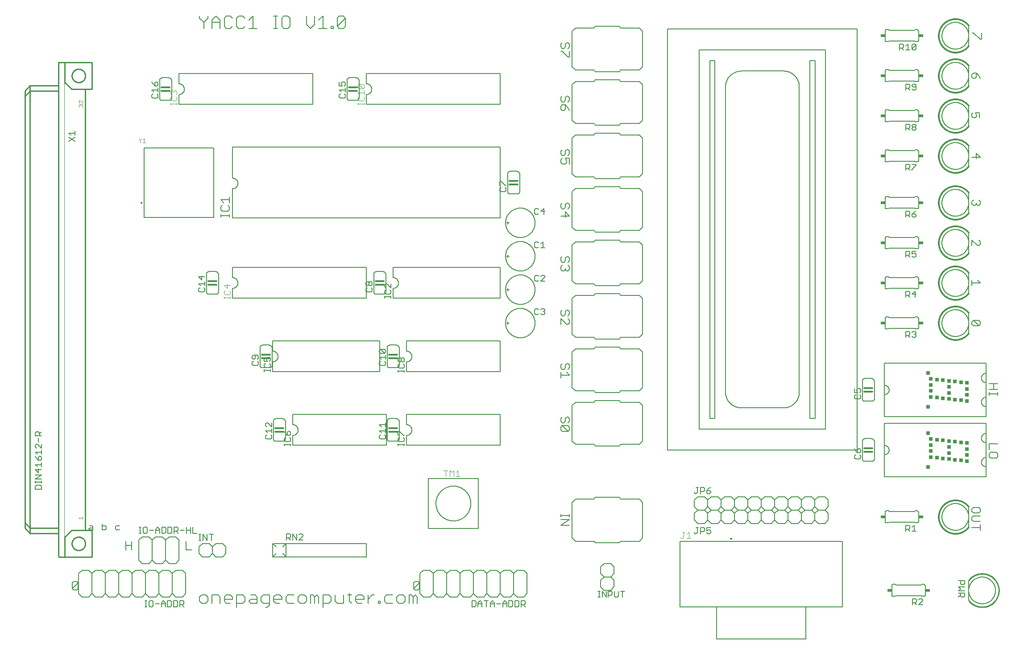
<source format=gbr>
G04 EAGLE Gerber RS-274X export*
G75*
%MOMM*%
%FSLAX34Y34*%
%LPD*%
%INSilkscreen Top*%
%IPPOS*%
%AMOC8*
5,1,8,0,0,1.08239X$1,22.5*%
G01*
%ADD10C,0.203200*%
%ADD11C,0.152400*%
%ADD12C,0.254000*%
%ADD13C,0.050800*%
%ADD14C,0.076200*%
%ADD15C,0.127000*%
%ADD16R,0.863600X0.609600*%
%ADD17C,0.200000*%
%ADD18C,0.101600*%
%ADD19C,0.025400*%
%ADD20C,0.177800*%
%ADD21R,0.635000X0.635000*%
%ADD22C,0.304800*%


D10*
X255016Y1129304D02*
X255016Y1125406D01*
X262812Y1117610D01*
X270608Y1125406D01*
X270608Y1129304D01*
X262812Y1117610D02*
X262812Y1105916D01*
X278404Y1105916D02*
X278404Y1121508D01*
X286200Y1129304D01*
X293996Y1121508D01*
X293996Y1105916D01*
X293996Y1117610D02*
X278404Y1117610D01*
X313486Y1129304D02*
X317384Y1125406D01*
X313486Y1129304D02*
X305690Y1129304D01*
X301792Y1125406D01*
X301792Y1109814D01*
X305690Y1105916D01*
X313486Y1105916D01*
X317384Y1109814D01*
X336874Y1129304D02*
X340772Y1125406D01*
X336874Y1129304D02*
X329078Y1129304D01*
X325180Y1125406D01*
X325180Y1109814D01*
X329078Y1105916D01*
X336874Y1105916D01*
X340772Y1109814D01*
X348568Y1121508D02*
X356364Y1129304D01*
X356364Y1105916D01*
X348568Y1105916D02*
X364160Y1105916D01*
X395344Y1105916D02*
X403140Y1105916D01*
X399242Y1105916D02*
X399242Y1129304D01*
X395344Y1129304D02*
X403140Y1129304D01*
X414834Y1129304D02*
X422630Y1129304D01*
X414834Y1129304D02*
X410936Y1125406D01*
X410936Y1109814D01*
X414834Y1105916D01*
X422630Y1105916D01*
X426528Y1109814D01*
X426528Y1125406D01*
X422630Y1129304D01*
X457712Y1129304D02*
X457712Y1113712D01*
X465508Y1105916D01*
X473304Y1113712D01*
X473304Y1129304D01*
X481100Y1121508D02*
X488896Y1129304D01*
X488896Y1105916D01*
X481100Y1105916D02*
X496692Y1105916D01*
X504488Y1105916D02*
X504488Y1109814D01*
X508386Y1109814D01*
X508386Y1105916D01*
X504488Y1105916D01*
X516182Y1109814D02*
X516182Y1125406D01*
X520080Y1129304D01*
X527876Y1129304D01*
X531774Y1125406D01*
X531774Y1109814D01*
X527876Y1105916D01*
X520080Y1105916D01*
X516182Y1109814D01*
X531774Y1125406D01*
X266710Y13716D02*
X258914Y13716D01*
X266710Y13716D02*
X270608Y17614D01*
X270608Y25410D01*
X266710Y29308D01*
X258914Y29308D01*
X255016Y25410D01*
X255016Y17614D01*
X258914Y13716D01*
X278404Y13716D02*
X278404Y29308D01*
X290098Y29308D01*
X293996Y25410D01*
X293996Y13716D01*
X305690Y13716D02*
X313486Y13716D01*
X305690Y13716D02*
X301792Y17614D01*
X301792Y25410D01*
X305690Y29308D01*
X313486Y29308D01*
X317384Y25410D01*
X317384Y21512D01*
X301792Y21512D01*
X325180Y29308D02*
X325180Y5920D01*
X325180Y29308D02*
X336874Y29308D01*
X340772Y25410D01*
X340772Y17614D01*
X336874Y13716D01*
X325180Y13716D01*
X352466Y29308D02*
X360262Y29308D01*
X364160Y25410D01*
X364160Y13716D01*
X352466Y13716D01*
X348568Y17614D01*
X352466Y21512D01*
X364160Y21512D01*
X379752Y5920D02*
X383650Y5920D01*
X387548Y9818D01*
X387548Y29308D01*
X375854Y29308D01*
X371956Y25410D01*
X371956Y17614D01*
X375854Y13716D01*
X387548Y13716D01*
X399242Y13716D02*
X407038Y13716D01*
X399242Y13716D02*
X395344Y17614D01*
X395344Y25410D01*
X399242Y29308D01*
X407038Y29308D01*
X410936Y25410D01*
X410936Y21512D01*
X395344Y21512D01*
X422630Y29308D02*
X434324Y29308D01*
X422630Y29308D02*
X418732Y25410D01*
X418732Y17614D01*
X422630Y13716D01*
X434324Y13716D01*
X446018Y13716D02*
X453814Y13716D01*
X457712Y17614D01*
X457712Y25410D01*
X453814Y29308D01*
X446018Y29308D01*
X442120Y25410D01*
X442120Y17614D01*
X446018Y13716D01*
X465508Y13716D02*
X465508Y29308D01*
X469406Y29308D01*
X473304Y25410D01*
X473304Y13716D01*
X473304Y25410D02*
X477202Y29308D01*
X481100Y25410D01*
X481100Y13716D01*
X488896Y5920D02*
X488896Y29308D01*
X500590Y29308D01*
X504488Y25410D01*
X504488Y17614D01*
X500590Y13716D01*
X488896Y13716D01*
X512284Y17614D02*
X512284Y29308D01*
X512284Y17614D02*
X516182Y13716D01*
X527876Y13716D01*
X527876Y29308D01*
X539570Y33206D02*
X539570Y17614D01*
X543468Y13716D01*
X543468Y29308D02*
X535672Y29308D01*
X555162Y13716D02*
X562958Y13716D01*
X555162Y13716D02*
X551264Y17614D01*
X551264Y25410D01*
X555162Y29308D01*
X562958Y29308D01*
X566856Y25410D01*
X566856Y21512D01*
X551264Y21512D01*
X574652Y13716D02*
X574652Y29308D01*
X574652Y21512D02*
X582448Y29308D01*
X586346Y29308D01*
X594142Y17614D02*
X594142Y13716D01*
X594142Y17614D02*
X598040Y17614D01*
X598040Y13716D01*
X594142Y13716D01*
X609733Y29308D02*
X621427Y29308D01*
X609733Y29308D02*
X605836Y25410D01*
X605836Y17614D01*
X609733Y13716D01*
X621427Y13716D01*
X633121Y13716D02*
X640917Y13716D01*
X644815Y17614D01*
X644815Y25410D01*
X640917Y29308D01*
X633121Y29308D01*
X629223Y25410D01*
X629223Y17614D01*
X633121Y13716D01*
X652611Y13716D02*
X652611Y29308D01*
X656509Y29308D01*
X660407Y25410D01*
X660407Y13716D01*
X660407Y25410D02*
X664305Y29308D01*
X668203Y25410D01*
X668203Y13716D01*
D11*
X229362Y115062D02*
X229362Y131332D01*
X229362Y115062D02*
X240209Y115062D01*
X115062Y115062D02*
X115062Y131332D01*
X115062Y123197D02*
X125909Y123197D01*
X125909Y131332D02*
X125909Y115062D01*
X661162Y52420D02*
X661162Y41574D01*
X661162Y52420D02*
X663874Y55132D01*
X669297Y55132D01*
X672009Y52420D01*
X672009Y41574D01*
X669297Y38862D01*
X663874Y38862D01*
X661162Y41574D01*
X672009Y52420D01*
X13462Y52420D02*
X13462Y41574D01*
X13462Y52420D02*
X16174Y55132D01*
X21597Y55132D01*
X24309Y52420D01*
X24309Y41574D01*
X21597Y38862D01*
X16174Y38862D01*
X13462Y41574D01*
X24309Y52420D01*
D12*
X-76200Y986790D02*
X-67310Y996950D01*
X-12700Y996950D01*
X-13970Y986790D02*
X-67310Y986790D01*
X-76200Y986790D02*
X-76200Y976630D01*
X-76200Y166370D01*
X-76200Y156210D01*
X-67310Y156210D02*
X-13970Y156210D01*
X-67310Y146050D02*
X-76200Y156210D01*
X-67310Y146050D02*
X-12700Y146050D01*
D13*
X-2200Y102900D02*
X-2200Y1041370D01*
D12*
X-12600Y1041370D02*
X-12600Y102900D01*
X-12700Y102000D02*
X50800Y101999D01*
X50800Y1041400D02*
X-1270Y1041400D01*
X-12700Y1041400D01*
X50800Y101999D02*
X50800Y101601D01*
X50800Y101999D02*
X50800Y152400D01*
X38100Y152400D01*
X12700Y152400D01*
X-1270Y139700D01*
X50800Y990600D02*
X50800Y1041400D01*
X50800Y990600D02*
X38100Y990600D01*
X12700Y990600D01*
X-1270Y1003300D01*
X38100Y990600D02*
X38100Y152400D01*
X-67310Y156210D02*
X-76200Y166370D01*
X-67310Y986790D02*
X-67310Y996950D01*
X-67310Y986790D02*
X-67310Y156210D01*
X-67310Y146050D01*
X-76200Y976630D02*
X-67310Y986790D01*
X-1270Y139700D02*
X-1270Y102870D01*
X-1270Y1003300D02*
X-1270Y1041400D01*
X12700Y1016064D02*
X12704Y1016376D01*
X12715Y1016687D01*
X12734Y1016998D01*
X12761Y1017309D01*
X12796Y1017619D01*
X12837Y1017927D01*
X12887Y1018235D01*
X12944Y1018542D01*
X13009Y1018847D01*
X13081Y1019150D01*
X13160Y1019451D01*
X13247Y1019751D01*
X13341Y1020048D01*
X13442Y1020343D01*
X13551Y1020635D01*
X13667Y1020924D01*
X13790Y1021211D01*
X13919Y1021494D01*
X14056Y1021774D01*
X14200Y1022051D01*
X14350Y1022324D01*
X14507Y1022593D01*
X14670Y1022858D01*
X14840Y1023120D01*
X15017Y1023377D01*
X15199Y1023629D01*
X15388Y1023877D01*
X15583Y1024121D01*
X15783Y1024359D01*
X15990Y1024593D01*
X16202Y1024821D01*
X16420Y1025044D01*
X16643Y1025262D01*
X16871Y1025474D01*
X17105Y1025681D01*
X17343Y1025881D01*
X17587Y1026076D01*
X17835Y1026265D01*
X18087Y1026447D01*
X18344Y1026624D01*
X18606Y1026794D01*
X18871Y1026957D01*
X19140Y1027114D01*
X19413Y1027264D01*
X19690Y1027408D01*
X19970Y1027545D01*
X20253Y1027674D01*
X20540Y1027797D01*
X20829Y1027913D01*
X21121Y1028022D01*
X21416Y1028123D01*
X21713Y1028217D01*
X22013Y1028304D01*
X22314Y1028383D01*
X22617Y1028455D01*
X22922Y1028520D01*
X23229Y1028577D01*
X23537Y1028627D01*
X23845Y1028668D01*
X24155Y1028703D01*
X24466Y1028730D01*
X24777Y1028749D01*
X25088Y1028760D01*
X25400Y1028764D01*
X25712Y1028760D01*
X26023Y1028749D01*
X26334Y1028730D01*
X26645Y1028703D01*
X26955Y1028668D01*
X27263Y1028627D01*
X27571Y1028577D01*
X27878Y1028520D01*
X28183Y1028455D01*
X28486Y1028383D01*
X28787Y1028304D01*
X29087Y1028217D01*
X29384Y1028123D01*
X29679Y1028022D01*
X29971Y1027913D01*
X30260Y1027797D01*
X30547Y1027674D01*
X30830Y1027545D01*
X31110Y1027408D01*
X31387Y1027264D01*
X31660Y1027114D01*
X31929Y1026957D01*
X32194Y1026794D01*
X32456Y1026624D01*
X32713Y1026447D01*
X32965Y1026265D01*
X33213Y1026076D01*
X33457Y1025881D01*
X33695Y1025681D01*
X33929Y1025474D01*
X34157Y1025262D01*
X34380Y1025044D01*
X34598Y1024821D01*
X34810Y1024593D01*
X35017Y1024359D01*
X35217Y1024121D01*
X35412Y1023877D01*
X35601Y1023629D01*
X35783Y1023377D01*
X35960Y1023120D01*
X36130Y1022858D01*
X36293Y1022593D01*
X36450Y1022324D01*
X36600Y1022051D01*
X36744Y1021774D01*
X36881Y1021494D01*
X37010Y1021211D01*
X37133Y1020924D01*
X37249Y1020635D01*
X37358Y1020343D01*
X37459Y1020048D01*
X37553Y1019751D01*
X37640Y1019451D01*
X37719Y1019150D01*
X37791Y1018847D01*
X37856Y1018542D01*
X37913Y1018235D01*
X37963Y1017927D01*
X38004Y1017619D01*
X38039Y1017309D01*
X38066Y1016998D01*
X38085Y1016687D01*
X38096Y1016376D01*
X38100Y1016064D01*
X38096Y1015752D01*
X38085Y1015441D01*
X38066Y1015130D01*
X38039Y1014819D01*
X38004Y1014509D01*
X37963Y1014201D01*
X37913Y1013893D01*
X37856Y1013586D01*
X37791Y1013281D01*
X37719Y1012978D01*
X37640Y1012677D01*
X37553Y1012377D01*
X37459Y1012080D01*
X37358Y1011785D01*
X37249Y1011493D01*
X37133Y1011204D01*
X37010Y1010917D01*
X36881Y1010634D01*
X36744Y1010354D01*
X36600Y1010077D01*
X36450Y1009804D01*
X36293Y1009535D01*
X36130Y1009270D01*
X35960Y1009008D01*
X35783Y1008751D01*
X35601Y1008499D01*
X35412Y1008251D01*
X35217Y1008007D01*
X35017Y1007769D01*
X34810Y1007535D01*
X34598Y1007307D01*
X34380Y1007084D01*
X34157Y1006866D01*
X33929Y1006654D01*
X33695Y1006447D01*
X33457Y1006247D01*
X33213Y1006052D01*
X32965Y1005863D01*
X32713Y1005681D01*
X32456Y1005504D01*
X32194Y1005334D01*
X31929Y1005171D01*
X31660Y1005014D01*
X31387Y1004864D01*
X31110Y1004720D01*
X30830Y1004583D01*
X30547Y1004454D01*
X30260Y1004331D01*
X29971Y1004215D01*
X29679Y1004106D01*
X29384Y1004005D01*
X29087Y1003911D01*
X28787Y1003824D01*
X28486Y1003745D01*
X28183Y1003673D01*
X27878Y1003608D01*
X27571Y1003551D01*
X27263Y1003501D01*
X26955Y1003460D01*
X26645Y1003425D01*
X26334Y1003398D01*
X26023Y1003379D01*
X25712Y1003368D01*
X25400Y1003364D01*
X25088Y1003368D01*
X24777Y1003379D01*
X24466Y1003398D01*
X24155Y1003425D01*
X23845Y1003460D01*
X23537Y1003501D01*
X23229Y1003551D01*
X22922Y1003608D01*
X22617Y1003673D01*
X22314Y1003745D01*
X22013Y1003824D01*
X21713Y1003911D01*
X21416Y1004005D01*
X21121Y1004106D01*
X20829Y1004215D01*
X20540Y1004331D01*
X20253Y1004454D01*
X19970Y1004583D01*
X19690Y1004720D01*
X19413Y1004864D01*
X19140Y1005014D01*
X18871Y1005171D01*
X18606Y1005334D01*
X18344Y1005504D01*
X18087Y1005681D01*
X17835Y1005863D01*
X17587Y1006052D01*
X17343Y1006247D01*
X17105Y1006447D01*
X16871Y1006654D01*
X16643Y1006866D01*
X16420Y1007084D01*
X16202Y1007307D01*
X15990Y1007535D01*
X15783Y1007769D01*
X15583Y1008007D01*
X15388Y1008251D01*
X15199Y1008499D01*
X15017Y1008751D01*
X14840Y1009008D01*
X14670Y1009270D01*
X14507Y1009535D01*
X14350Y1009804D01*
X14200Y1010077D01*
X14056Y1010354D01*
X13919Y1010634D01*
X13790Y1010917D01*
X13667Y1011204D01*
X13551Y1011493D01*
X13442Y1011785D01*
X13341Y1012080D01*
X13247Y1012377D01*
X13160Y1012677D01*
X13081Y1012978D01*
X13009Y1013281D01*
X12944Y1013586D01*
X12887Y1013893D01*
X12837Y1014201D01*
X12796Y1014509D01*
X12761Y1014819D01*
X12734Y1015130D01*
X12715Y1015441D01*
X12704Y1015752D01*
X12700Y1016064D01*
X12700Y126936D02*
X12704Y127248D01*
X12715Y127559D01*
X12734Y127870D01*
X12761Y128181D01*
X12796Y128491D01*
X12837Y128799D01*
X12887Y129107D01*
X12944Y129414D01*
X13009Y129719D01*
X13081Y130022D01*
X13160Y130323D01*
X13247Y130623D01*
X13341Y130920D01*
X13442Y131215D01*
X13551Y131507D01*
X13667Y131796D01*
X13790Y132083D01*
X13919Y132366D01*
X14056Y132646D01*
X14200Y132923D01*
X14350Y133196D01*
X14507Y133465D01*
X14670Y133730D01*
X14840Y133992D01*
X15017Y134249D01*
X15199Y134501D01*
X15388Y134749D01*
X15583Y134993D01*
X15783Y135231D01*
X15990Y135465D01*
X16202Y135693D01*
X16420Y135916D01*
X16643Y136134D01*
X16871Y136346D01*
X17105Y136553D01*
X17343Y136753D01*
X17587Y136948D01*
X17835Y137137D01*
X18087Y137319D01*
X18344Y137496D01*
X18606Y137666D01*
X18871Y137829D01*
X19140Y137986D01*
X19413Y138136D01*
X19690Y138280D01*
X19970Y138417D01*
X20253Y138546D01*
X20540Y138669D01*
X20829Y138785D01*
X21121Y138894D01*
X21416Y138995D01*
X21713Y139089D01*
X22013Y139176D01*
X22314Y139255D01*
X22617Y139327D01*
X22922Y139392D01*
X23229Y139449D01*
X23537Y139499D01*
X23845Y139540D01*
X24155Y139575D01*
X24466Y139602D01*
X24777Y139621D01*
X25088Y139632D01*
X25400Y139636D01*
X25712Y139632D01*
X26023Y139621D01*
X26334Y139602D01*
X26645Y139575D01*
X26955Y139540D01*
X27263Y139499D01*
X27571Y139449D01*
X27878Y139392D01*
X28183Y139327D01*
X28486Y139255D01*
X28787Y139176D01*
X29087Y139089D01*
X29384Y138995D01*
X29679Y138894D01*
X29971Y138785D01*
X30260Y138669D01*
X30547Y138546D01*
X30830Y138417D01*
X31110Y138280D01*
X31387Y138136D01*
X31660Y137986D01*
X31929Y137829D01*
X32194Y137666D01*
X32456Y137496D01*
X32713Y137319D01*
X32965Y137137D01*
X33213Y136948D01*
X33457Y136753D01*
X33695Y136553D01*
X33929Y136346D01*
X34157Y136134D01*
X34380Y135916D01*
X34598Y135693D01*
X34810Y135465D01*
X35017Y135231D01*
X35217Y134993D01*
X35412Y134749D01*
X35601Y134501D01*
X35783Y134249D01*
X35960Y133992D01*
X36130Y133730D01*
X36293Y133465D01*
X36450Y133196D01*
X36600Y132923D01*
X36744Y132646D01*
X36881Y132366D01*
X37010Y132083D01*
X37133Y131796D01*
X37249Y131507D01*
X37358Y131215D01*
X37459Y130920D01*
X37553Y130623D01*
X37640Y130323D01*
X37719Y130022D01*
X37791Y129719D01*
X37856Y129414D01*
X37913Y129107D01*
X37963Y128799D01*
X38004Y128491D01*
X38039Y128181D01*
X38066Y127870D01*
X38085Y127559D01*
X38096Y127248D01*
X38100Y126936D01*
X38096Y126624D01*
X38085Y126313D01*
X38066Y126002D01*
X38039Y125691D01*
X38004Y125381D01*
X37963Y125073D01*
X37913Y124765D01*
X37856Y124458D01*
X37791Y124153D01*
X37719Y123850D01*
X37640Y123549D01*
X37553Y123249D01*
X37459Y122952D01*
X37358Y122657D01*
X37249Y122365D01*
X37133Y122076D01*
X37010Y121789D01*
X36881Y121506D01*
X36744Y121226D01*
X36600Y120949D01*
X36450Y120676D01*
X36293Y120407D01*
X36130Y120142D01*
X35960Y119880D01*
X35783Y119623D01*
X35601Y119371D01*
X35412Y119123D01*
X35217Y118879D01*
X35017Y118641D01*
X34810Y118407D01*
X34598Y118179D01*
X34380Y117956D01*
X34157Y117738D01*
X33929Y117526D01*
X33695Y117319D01*
X33457Y117119D01*
X33213Y116924D01*
X32965Y116735D01*
X32713Y116553D01*
X32456Y116376D01*
X32194Y116206D01*
X31929Y116043D01*
X31660Y115886D01*
X31387Y115736D01*
X31110Y115592D01*
X30830Y115455D01*
X30547Y115326D01*
X30260Y115203D01*
X29971Y115087D01*
X29679Y114978D01*
X29384Y114877D01*
X29087Y114783D01*
X28787Y114696D01*
X28486Y114617D01*
X28183Y114545D01*
X27878Y114480D01*
X27571Y114423D01*
X27263Y114373D01*
X26955Y114332D01*
X26645Y114297D01*
X26334Y114270D01*
X26023Y114251D01*
X25712Y114240D01*
X25400Y114236D01*
X25088Y114240D01*
X24777Y114251D01*
X24466Y114270D01*
X24155Y114297D01*
X23845Y114332D01*
X23537Y114373D01*
X23229Y114423D01*
X22922Y114480D01*
X22617Y114545D01*
X22314Y114617D01*
X22013Y114696D01*
X21713Y114783D01*
X21416Y114877D01*
X21121Y114978D01*
X20829Y115087D01*
X20540Y115203D01*
X20253Y115326D01*
X19970Y115455D01*
X19690Y115592D01*
X19413Y115736D01*
X19140Y115886D01*
X18871Y116043D01*
X18606Y116206D01*
X18344Y116376D01*
X18087Y116553D01*
X17835Y116735D01*
X17587Y116924D01*
X17343Y117119D01*
X17105Y117319D01*
X16871Y117526D01*
X16643Y117738D01*
X16420Y117956D01*
X16202Y118179D01*
X15990Y118407D01*
X15783Y118641D01*
X15583Y118879D01*
X15388Y119123D01*
X15199Y119371D01*
X15017Y119623D01*
X14840Y119880D01*
X14670Y120142D01*
X14507Y120407D01*
X14350Y120676D01*
X14200Y120949D01*
X14056Y121226D01*
X13919Y121506D01*
X13790Y121789D01*
X13667Y122076D01*
X13551Y122365D01*
X13442Y122657D01*
X13341Y122952D01*
X13247Y123249D01*
X13160Y123549D01*
X13081Y123850D01*
X13009Y124153D01*
X12944Y124458D01*
X12887Y124765D01*
X12837Y125073D01*
X12796Y125381D01*
X12761Y125691D01*
X12734Y126002D01*
X12715Y126313D01*
X12704Y126624D01*
X12700Y126936D01*
D14*
X28232Y173237D02*
X25775Y175694D01*
X33147Y175694D01*
X33147Y173237D02*
X33147Y178152D01*
D15*
X46728Y160662D02*
X50541Y160662D01*
X52448Y158755D01*
X52448Y153035D01*
X46728Y153035D01*
X44821Y154942D01*
X46728Y156848D01*
X52448Y156848D01*
X70221Y153035D02*
X70221Y164475D01*
X70221Y153035D02*
X75941Y153035D01*
X77848Y154942D01*
X77848Y158755D01*
X75941Y160662D01*
X70221Y160662D01*
X97528Y160662D02*
X103248Y160662D01*
X97528Y160662D02*
X95621Y158755D01*
X95621Y154942D01*
X97528Y153035D01*
X103248Y153035D01*
D14*
X27003Y956963D02*
X25775Y958191D01*
X25775Y960649D01*
X27003Y961878D01*
X28232Y961878D01*
X29461Y960649D01*
X29461Y959420D01*
X29461Y960649D02*
X30690Y961878D01*
X31918Y961878D01*
X33147Y960649D01*
X33147Y958191D01*
X31918Y956963D01*
X33147Y964447D02*
X33147Y969362D01*
X33147Y964447D02*
X28232Y969362D01*
X27003Y969362D01*
X25775Y968133D01*
X25775Y965676D01*
X27003Y964447D01*
D15*
X-45085Y230493D02*
X-56525Y230493D01*
X-45085Y230493D02*
X-45085Y236213D01*
X-46992Y238120D01*
X-54618Y238120D01*
X-56525Y236213D01*
X-56525Y230493D01*
X-45085Y242187D02*
X-45085Y246000D01*
X-45085Y244094D02*
X-56525Y244094D01*
X-56525Y246000D02*
X-56525Y242187D01*
X-56525Y249983D02*
X-45085Y249983D01*
X-45085Y257610D02*
X-56525Y249983D01*
X-56525Y257610D02*
X-45085Y257610D01*
X-45085Y267397D02*
X-56525Y267397D01*
X-50805Y261677D01*
X-50805Y269303D01*
X-52712Y273371D02*
X-56525Y277184D01*
X-45085Y277184D01*
X-45085Y273371D02*
X-45085Y280997D01*
X-54618Y288878D02*
X-56525Y292691D01*
X-54618Y288878D02*
X-50805Y285065D01*
X-46992Y285065D01*
X-45085Y286972D01*
X-45085Y290785D01*
X-46992Y292691D01*
X-48898Y292691D01*
X-50805Y290785D01*
X-50805Y285065D01*
X-52712Y296759D02*
X-56525Y300572D01*
X-45085Y300572D01*
X-45085Y296759D02*
X-45085Y304385D01*
X-45085Y308453D02*
X-45085Y316079D01*
X-45085Y308453D02*
X-52712Y316079D01*
X-54618Y316079D01*
X-56525Y314173D01*
X-56525Y310359D01*
X-54618Y308453D01*
X-50805Y320147D02*
X-50805Y327773D01*
X-45085Y331841D02*
X-56525Y331841D01*
X-56525Y337561D01*
X-54618Y339467D01*
X-50805Y339467D01*
X-48898Y337561D01*
X-48898Y331841D01*
X-48898Y335654D02*
X-45085Y339467D01*
X6975Y891647D02*
X18415Y899274D01*
X18415Y891647D02*
X6975Y899274D01*
X10789Y903341D02*
X6975Y907154D01*
X18415Y907154D01*
X18415Y903341D02*
X18415Y910968D01*
D10*
X1714500Y57150D02*
X1714500Y19050D01*
D12*
X1714974Y18434D01*
X1715463Y17829D01*
X1715967Y17237D01*
X1716485Y16657D01*
X1717017Y16090D01*
X1717563Y15536D01*
X1718122Y14996D01*
X1718695Y14470D01*
X1719280Y13957D01*
X1719877Y13460D01*
X1720486Y12977D01*
X1721107Y12509D01*
X1721740Y12056D01*
X1722383Y11619D01*
X1723037Y11198D01*
X1723701Y10794D01*
X1724374Y10405D01*
X1725057Y10033D01*
X1725749Y9678D01*
X1726449Y9340D01*
X1727157Y9019D01*
X1727873Y8716D01*
X1728597Y8430D01*
X1729326Y8162D01*
X1730063Y7912D01*
X1730805Y7681D01*
X1731553Y7467D01*
X1732305Y7272D01*
X1733063Y7095D01*
X1733824Y6937D01*
X1734589Y6797D01*
X1735357Y6677D01*
X1736128Y6575D01*
X1736901Y6492D01*
X1737676Y6428D01*
X1738452Y6383D01*
X1739229Y6357D01*
X1740007Y6350D01*
X1740784Y6362D01*
X1741561Y6393D01*
X1742337Y6444D01*
X1743112Y6513D01*
X1743884Y6601D01*
X1744654Y6708D01*
X1745422Y6834D01*
X1746186Y6978D01*
X1746946Y7142D01*
X1747702Y7324D01*
X1748453Y7524D01*
X1749200Y7742D01*
X1749940Y7979D01*
X1750675Y8234D01*
X1751403Y8507D01*
X1752124Y8798D01*
X1752838Y9106D01*
X1753544Y9431D01*
X1754242Y9774D01*
X1754932Y10134D01*
X1755612Y10510D01*
X1756283Y10903D01*
X1756944Y11313D01*
X1757595Y11738D01*
X1758235Y12179D01*
X1758864Y12636D01*
X1759482Y13108D01*
X1760088Y13595D01*
X1760682Y14097D01*
X1761264Y14613D01*
X1761833Y15143D01*
X1762388Y15687D01*
X1762931Y16245D01*
X1763459Y16815D01*
X1763973Y17398D01*
X1764473Y17994D01*
X1764958Y18602D01*
X1765428Y19221D01*
X1765882Y19852D01*
X1766321Y20494D01*
X1766745Y21146D01*
X1767152Y21809D01*
X1767543Y22481D01*
X1767917Y23163D01*
X1768274Y23853D01*
X1768614Y24552D01*
X1768938Y25260D01*
X1769243Y25974D01*
X1769532Y26697D01*
X1769802Y27426D01*
X1770054Y28161D01*
X1770289Y28903D01*
X1770505Y29650D01*
X1770703Y30402D01*
X1770882Y31158D01*
X1771043Y31919D01*
X1771185Y32683D01*
X1771308Y33451D01*
X1771412Y34222D01*
X1771498Y34995D01*
X1771564Y35769D01*
X1771612Y36545D01*
X1771640Y37322D01*
X1771650Y38100D01*
X1771640Y38878D01*
X1771612Y39655D01*
X1771564Y40431D01*
X1771498Y41205D01*
X1771412Y41978D01*
X1771308Y42749D01*
X1771185Y43517D01*
X1771043Y44281D01*
X1770882Y45042D01*
X1770703Y45798D01*
X1770505Y46550D01*
X1770289Y47297D01*
X1770054Y48039D01*
X1769802Y48774D01*
X1769532Y49503D01*
X1769243Y50226D01*
X1768938Y50940D01*
X1768614Y51648D01*
X1768274Y52347D01*
X1767917Y53037D01*
X1767543Y53719D01*
X1767152Y54391D01*
X1766745Y55054D01*
X1766321Y55706D01*
X1765882Y56348D01*
X1765428Y56979D01*
X1764958Y57598D01*
X1764473Y58206D01*
X1763973Y58802D01*
X1763459Y59385D01*
X1762931Y59955D01*
X1762388Y60513D01*
X1761833Y61057D01*
X1761264Y61587D01*
X1760682Y62103D01*
X1760088Y62605D01*
X1759482Y63092D01*
X1758864Y63564D01*
X1758235Y64021D01*
X1757595Y64462D01*
X1756944Y64887D01*
X1756283Y65297D01*
X1755612Y65690D01*
X1754932Y66066D01*
X1754242Y66426D01*
X1753544Y66769D01*
X1752838Y67094D01*
X1752124Y67402D01*
X1751403Y67693D01*
X1750675Y67966D01*
X1749940Y68221D01*
X1749200Y68458D01*
X1748453Y68676D01*
X1747702Y68876D01*
X1746946Y69058D01*
X1746186Y69222D01*
X1745422Y69366D01*
X1744654Y69492D01*
X1743884Y69599D01*
X1743112Y69687D01*
X1742337Y69756D01*
X1741561Y69807D01*
X1740784Y69838D01*
X1740007Y69850D01*
X1739229Y69843D01*
X1738452Y69817D01*
X1737676Y69772D01*
X1736901Y69708D01*
X1736128Y69625D01*
X1735357Y69523D01*
X1734589Y69403D01*
X1733824Y69263D01*
X1733063Y69105D01*
X1732305Y68928D01*
X1731553Y68733D01*
X1730805Y68519D01*
X1730063Y68288D01*
X1729326Y68038D01*
X1728597Y67770D01*
X1727873Y67484D01*
X1727157Y67181D01*
X1726449Y66860D01*
X1725749Y66522D01*
X1725057Y66167D01*
X1724374Y65795D01*
X1723701Y65406D01*
X1723037Y65002D01*
X1722383Y64581D01*
X1721740Y64144D01*
X1721107Y63691D01*
X1720486Y63223D01*
X1719877Y62740D01*
X1719280Y62243D01*
X1718695Y61730D01*
X1718122Y61204D01*
X1717563Y60664D01*
X1717017Y60110D01*
X1716485Y59543D01*
X1715967Y58963D01*
X1715463Y58371D01*
X1714974Y57766D01*
X1714500Y57150D01*
D11*
X1714500Y38100D02*
X1714508Y38723D01*
X1714531Y39346D01*
X1714569Y39969D01*
X1714622Y40590D01*
X1714691Y41209D01*
X1714775Y41827D01*
X1714874Y42442D01*
X1714988Y43055D01*
X1715117Y43665D01*
X1715261Y44272D01*
X1715420Y44875D01*
X1715594Y45473D01*
X1715782Y46068D01*
X1715985Y46657D01*
X1716202Y47241D01*
X1716433Y47820D01*
X1716679Y48393D01*
X1716939Y48960D01*
X1717212Y49520D01*
X1717499Y50073D01*
X1717800Y50620D01*
X1718114Y51158D01*
X1718441Y51689D01*
X1718781Y52211D01*
X1719133Y52726D01*
X1719499Y53231D01*
X1719876Y53727D01*
X1720266Y54214D01*
X1720667Y54691D01*
X1721080Y55158D01*
X1721504Y55614D01*
X1721939Y56061D01*
X1722386Y56496D01*
X1722842Y56920D01*
X1723309Y57333D01*
X1723786Y57734D01*
X1724273Y58124D01*
X1724769Y58501D01*
X1725274Y58867D01*
X1725789Y59219D01*
X1726311Y59559D01*
X1726842Y59886D01*
X1727380Y60200D01*
X1727927Y60501D01*
X1728480Y60788D01*
X1729040Y61061D01*
X1729607Y61321D01*
X1730180Y61567D01*
X1730759Y61798D01*
X1731343Y62015D01*
X1731932Y62218D01*
X1732527Y62406D01*
X1733125Y62580D01*
X1733728Y62739D01*
X1734335Y62883D01*
X1734945Y63012D01*
X1735558Y63126D01*
X1736173Y63225D01*
X1736791Y63309D01*
X1737410Y63378D01*
X1738031Y63431D01*
X1738654Y63469D01*
X1739277Y63492D01*
X1739900Y63500D01*
X1740523Y63492D01*
X1741146Y63469D01*
X1741769Y63431D01*
X1742390Y63378D01*
X1743009Y63309D01*
X1743627Y63225D01*
X1744242Y63126D01*
X1744855Y63012D01*
X1745465Y62883D01*
X1746072Y62739D01*
X1746675Y62580D01*
X1747273Y62406D01*
X1747868Y62218D01*
X1748457Y62015D01*
X1749041Y61798D01*
X1749620Y61567D01*
X1750193Y61321D01*
X1750760Y61061D01*
X1751320Y60788D01*
X1751873Y60501D01*
X1752420Y60200D01*
X1752958Y59886D01*
X1753489Y59559D01*
X1754011Y59219D01*
X1754526Y58867D01*
X1755031Y58501D01*
X1755527Y58124D01*
X1756014Y57734D01*
X1756491Y57333D01*
X1756958Y56920D01*
X1757414Y56496D01*
X1757861Y56061D01*
X1758296Y55614D01*
X1758720Y55158D01*
X1759133Y54691D01*
X1759534Y54214D01*
X1759924Y53727D01*
X1760301Y53231D01*
X1760667Y52726D01*
X1761019Y52211D01*
X1761359Y51689D01*
X1761686Y51158D01*
X1762000Y50620D01*
X1762301Y50073D01*
X1762588Y49520D01*
X1762861Y48960D01*
X1763121Y48393D01*
X1763367Y47820D01*
X1763598Y47241D01*
X1763815Y46657D01*
X1764018Y46068D01*
X1764206Y45473D01*
X1764380Y44875D01*
X1764539Y44272D01*
X1764683Y43665D01*
X1764812Y43055D01*
X1764926Y42442D01*
X1765025Y41827D01*
X1765109Y41209D01*
X1765178Y40590D01*
X1765231Y39969D01*
X1765269Y39346D01*
X1765292Y38723D01*
X1765300Y38100D01*
X1765292Y37477D01*
X1765269Y36854D01*
X1765231Y36231D01*
X1765178Y35610D01*
X1765109Y34991D01*
X1765025Y34373D01*
X1764926Y33758D01*
X1764812Y33145D01*
X1764683Y32535D01*
X1764539Y31928D01*
X1764380Y31325D01*
X1764206Y30727D01*
X1764018Y30132D01*
X1763815Y29543D01*
X1763598Y28959D01*
X1763367Y28380D01*
X1763121Y27807D01*
X1762861Y27240D01*
X1762588Y26680D01*
X1762301Y26127D01*
X1762000Y25580D01*
X1761686Y25042D01*
X1761359Y24511D01*
X1761019Y23989D01*
X1760667Y23474D01*
X1760301Y22969D01*
X1759924Y22473D01*
X1759534Y21986D01*
X1759133Y21509D01*
X1758720Y21042D01*
X1758296Y20586D01*
X1757861Y20139D01*
X1757414Y19704D01*
X1756958Y19280D01*
X1756491Y18867D01*
X1756014Y18466D01*
X1755527Y18076D01*
X1755031Y17699D01*
X1754526Y17333D01*
X1754011Y16981D01*
X1753489Y16641D01*
X1752958Y16314D01*
X1752420Y16000D01*
X1751873Y15699D01*
X1751320Y15412D01*
X1750760Y15139D01*
X1750193Y14879D01*
X1749620Y14633D01*
X1749041Y14402D01*
X1748457Y14185D01*
X1747868Y13982D01*
X1747273Y13794D01*
X1746675Y13620D01*
X1746072Y13461D01*
X1745465Y13317D01*
X1744855Y13188D01*
X1744242Y13074D01*
X1743627Y12975D01*
X1743009Y12891D01*
X1742390Y12822D01*
X1741769Y12769D01*
X1741146Y12731D01*
X1740523Y12708D01*
X1739900Y12700D01*
X1739277Y12708D01*
X1738654Y12731D01*
X1738031Y12769D01*
X1737410Y12822D01*
X1736791Y12891D01*
X1736173Y12975D01*
X1735558Y13074D01*
X1734945Y13188D01*
X1734335Y13317D01*
X1733728Y13461D01*
X1733125Y13620D01*
X1732527Y13794D01*
X1731932Y13982D01*
X1731343Y14185D01*
X1730759Y14402D01*
X1730180Y14633D01*
X1729607Y14879D01*
X1729040Y15139D01*
X1728480Y15412D01*
X1727927Y15699D01*
X1727380Y16000D01*
X1726842Y16314D01*
X1726311Y16641D01*
X1725789Y16981D01*
X1725274Y17333D01*
X1724769Y17699D01*
X1724273Y18076D01*
X1723786Y18466D01*
X1723309Y18867D01*
X1722842Y19280D01*
X1722386Y19704D01*
X1721939Y20139D01*
X1721504Y20586D01*
X1721080Y21042D01*
X1720667Y21509D01*
X1720266Y21986D01*
X1719876Y22473D01*
X1719499Y22969D01*
X1719133Y23474D01*
X1718781Y23989D01*
X1718441Y24511D01*
X1718114Y25042D01*
X1717800Y25580D01*
X1717499Y26127D01*
X1717212Y26680D01*
X1716939Y27240D01*
X1716679Y27807D01*
X1716433Y28380D01*
X1716202Y28959D01*
X1715985Y29543D01*
X1715782Y30132D01*
X1715594Y30727D01*
X1715420Y31325D01*
X1715261Y31928D01*
X1715117Y32535D01*
X1714988Y33145D01*
X1714874Y33758D01*
X1714775Y34373D01*
X1714691Y34991D01*
X1714622Y35610D01*
X1714569Y36231D01*
X1714531Y36854D01*
X1714508Y37477D01*
X1714500Y38100D01*
D15*
X1706509Y56515D02*
X1695069Y56515D01*
X1706509Y56515D02*
X1706509Y50795D01*
X1704602Y48889D01*
X1700789Y48889D01*
X1698882Y50795D01*
X1698882Y56515D01*
X1695069Y44821D02*
X1706509Y44821D01*
X1698882Y41008D02*
X1695069Y44821D01*
X1698882Y41008D02*
X1695069Y37195D01*
X1706509Y37195D01*
X1706509Y33127D02*
X1695069Y33127D01*
X1706509Y33127D02*
X1706509Y27407D01*
X1704602Y25501D01*
X1700789Y25501D01*
X1698882Y27407D01*
X1698882Y33127D01*
X1698882Y29314D02*
X1695069Y25501D01*
D11*
X1631950Y29210D02*
X1631948Y29110D01*
X1631942Y29011D01*
X1631932Y28911D01*
X1631919Y28813D01*
X1631901Y28714D01*
X1631880Y28617D01*
X1631855Y28521D01*
X1631826Y28425D01*
X1631793Y28331D01*
X1631757Y28238D01*
X1631717Y28147D01*
X1631673Y28057D01*
X1631626Y27969D01*
X1631576Y27883D01*
X1631522Y27799D01*
X1631465Y27717D01*
X1631405Y27638D01*
X1631341Y27560D01*
X1631275Y27486D01*
X1631206Y27414D01*
X1631134Y27345D01*
X1631060Y27279D01*
X1630982Y27215D01*
X1630903Y27155D01*
X1630821Y27098D01*
X1630737Y27044D01*
X1630651Y26994D01*
X1630563Y26947D01*
X1630473Y26903D01*
X1630382Y26863D01*
X1630289Y26827D01*
X1630195Y26794D01*
X1630099Y26765D01*
X1630003Y26740D01*
X1629906Y26719D01*
X1629807Y26701D01*
X1629709Y26688D01*
X1629609Y26678D01*
X1629510Y26672D01*
X1629410Y26670D01*
X1631950Y46990D02*
X1631948Y47090D01*
X1631942Y47189D01*
X1631932Y47289D01*
X1631919Y47387D01*
X1631901Y47486D01*
X1631880Y47583D01*
X1631855Y47679D01*
X1631826Y47775D01*
X1631793Y47869D01*
X1631757Y47962D01*
X1631717Y48053D01*
X1631673Y48143D01*
X1631626Y48231D01*
X1631576Y48317D01*
X1631522Y48401D01*
X1631465Y48483D01*
X1631405Y48562D01*
X1631341Y48640D01*
X1631275Y48714D01*
X1631206Y48786D01*
X1631134Y48855D01*
X1631060Y48921D01*
X1630982Y48985D01*
X1630903Y49045D01*
X1630821Y49102D01*
X1630737Y49156D01*
X1630651Y49206D01*
X1630563Y49253D01*
X1630473Y49297D01*
X1630382Y49337D01*
X1630289Y49373D01*
X1630195Y49406D01*
X1630099Y49435D01*
X1630003Y49460D01*
X1629906Y49481D01*
X1629807Y49499D01*
X1629709Y49512D01*
X1629609Y49522D01*
X1629510Y49528D01*
X1629410Y49530D01*
X1570990Y49530D02*
X1570890Y49528D01*
X1570791Y49522D01*
X1570691Y49512D01*
X1570593Y49499D01*
X1570494Y49481D01*
X1570397Y49460D01*
X1570301Y49435D01*
X1570205Y49406D01*
X1570111Y49373D01*
X1570018Y49337D01*
X1569927Y49297D01*
X1569837Y49253D01*
X1569749Y49206D01*
X1569663Y49156D01*
X1569579Y49102D01*
X1569497Y49045D01*
X1569418Y48985D01*
X1569340Y48921D01*
X1569266Y48855D01*
X1569194Y48786D01*
X1569125Y48714D01*
X1569059Y48640D01*
X1568995Y48562D01*
X1568935Y48483D01*
X1568878Y48401D01*
X1568824Y48317D01*
X1568774Y48231D01*
X1568727Y48143D01*
X1568683Y48053D01*
X1568643Y47962D01*
X1568607Y47869D01*
X1568574Y47775D01*
X1568545Y47679D01*
X1568520Y47583D01*
X1568499Y47486D01*
X1568481Y47387D01*
X1568468Y47289D01*
X1568458Y47189D01*
X1568452Y47090D01*
X1568450Y46990D01*
X1568450Y29210D02*
X1568452Y29110D01*
X1568458Y29011D01*
X1568468Y28911D01*
X1568481Y28813D01*
X1568499Y28714D01*
X1568520Y28617D01*
X1568545Y28521D01*
X1568574Y28425D01*
X1568607Y28331D01*
X1568643Y28238D01*
X1568683Y28147D01*
X1568727Y28057D01*
X1568774Y27969D01*
X1568824Y27883D01*
X1568878Y27799D01*
X1568935Y27717D01*
X1568995Y27638D01*
X1569059Y27560D01*
X1569125Y27486D01*
X1569194Y27414D01*
X1569266Y27345D01*
X1569340Y27279D01*
X1569418Y27215D01*
X1569497Y27155D01*
X1569579Y27098D01*
X1569663Y27044D01*
X1569749Y26994D01*
X1569837Y26947D01*
X1569927Y26903D01*
X1570018Y26863D01*
X1570111Y26827D01*
X1570205Y26794D01*
X1570301Y26765D01*
X1570397Y26740D01*
X1570494Y26719D01*
X1570593Y26701D01*
X1570691Y26688D01*
X1570791Y26678D01*
X1570890Y26672D01*
X1570990Y26670D01*
X1631950Y29210D02*
X1631950Y46990D01*
X1629410Y26670D02*
X1625600Y26670D01*
X1624330Y27940D01*
X1625600Y49530D02*
X1629410Y49530D01*
X1625600Y49530D02*
X1624330Y48260D01*
X1576070Y27940D02*
X1574800Y26670D01*
X1576070Y27940D02*
X1624330Y27940D01*
X1576070Y48260D02*
X1574800Y49530D01*
X1576070Y48260D02*
X1624330Y48260D01*
X1574800Y26670D02*
X1570990Y26670D01*
X1570990Y49530D02*
X1574800Y49530D01*
X1568450Y46990D02*
X1568450Y29210D01*
D16*
X1564132Y38100D03*
X1636268Y38100D03*
D15*
X1607927Y22235D02*
X1607927Y10795D01*
X1607927Y22235D02*
X1613647Y22235D01*
X1615554Y20328D01*
X1615554Y16515D01*
X1613647Y14608D01*
X1607927Y14608D01*
X1611740Y14608D02*
X1615554Y10795D01*
X1619621Y10795D02*
X1627248Y10795D01*
X1619621Y10795D02*
X1627248Y18422D01*
X1627248Y20328D01*
X1625341Y22235D01*
X1621528Y22235D01*
X1619621Y20328D01*
D11*
X825500Y880110D02*
X317500Y880110D01*
X317500Y745490D02*
X825500Y745490D01*
X825500Y880110D01*
X317500Y880110D02*
X317500Y821690D01*
X317500Y801370D02*
X317500Y745490D01*
X317500Y801370D02*
X317747Y801373D01*
X317995Y801382D01*
X318242Y801397D01*
X318488Y801418D01*
X318734Y801445D01*
X318979Y801478D01*
X319224Y801517D01*
X319467Y801562D01*
X319709Y801613D01*
X319950Y801670D01*
X320189Y801732D01*
X320427Y801801D01*
X320663Y801875D01*
X320897Y801955D01*
X321129Y802040D01*
X321359Y802132D01*
X321587Y802228D01*
X321812Y802331D01*
X322035Y802438D01*
X322255Y802552D01*
X322472Y802670D01*
X322687Y802794D01*
X322898Y802923D01*
X323106Y803057D01*
X323311Y803196D01*
X323512Y803340D01*
X323710Y803488D01*
X323904Y803642D01*
X324094Y803800D01*
X324280Y803963D01*
X324462Y804130D01*
X324640Y804302D01*
X324814Y804478D01*
X324984Y804658D01*
X325149Y804843D01*
X325309Y805031D01*
X325465Y805223D01*
X325617Y805419D01*
X325763Y805618D01*
X325905Y805821D01*
X326041Y806028D01*
X326173Y806237D01*
X326299Y806450D01*
X326420Y806666D01*
X326536Y806884D01*
X326646Y807106D01*
X326751Y807330D01*
X326851Y807556D01*
X326945Y807785D01*
X327033Y808016D01*
X327116Y808250D01*
X327193Y808485D01*
X327264Y808722D01*
X327330Y808960D01*
X327389Y809200D01*
X327443Y809442D01*
X327491Y809685D01*
X327533Y809928D01*
X327569Y810173D01*
X327599Y810419D01*
X327623Y810665D01*
X327641Y810912D01*
X327653Y811159D01*
X327659Y811406D01*
X327659Y811654D01*
X327653Y811901D01*
X327641Y812148D01*
X327623Y812395D01*
X327599Y812641D01*
X327569Y812887D01*
X327533Y813132D01*
X327491Y813375D01*
X327443Y813618D01*
X327389Y813860D01*
X327330Y814100D01*
X327264Y814338D01*
X327193Y814575D01*
X327116Y814810D01*
X327033Y815044D01*
X326945Y815275D01*
X326851Y815504D01*
X326751Y815730D01*
X326646Y815954D01*
X326536Y816176D01*
X326420Y816394D01*
X326299Y816610D01*
X326173Y816823D01*
X326041Y817032D01*
X325905Y817239D01*
X325763Y817442D01*
X325617Y817641D01*
X325465Y817837D01*
X325309Y818029D01*
X325149Y818217D01*
X324984Y818402D01*
X324814Y818582D01*
X324640Y818758D01*
X324462Y818930D01*
X324280Y819097D01*
X324094Y819260D01*
X323904Y819418D01*
X323710Y819572D01*
X323512Y819720D01*
X323311Y819864D01*
X323106Y820003D01*
X322898Y820137D01*
X322687Y820266D01*
X322472Y820390D01*
X322255Y820508D01*
X322035Y820622D01*
X321812Y820729D01*
X321587Y820832D01*
X321359Y820928D01*
X321129Y821020D01*
X320897Y821105D01*
X320663Y821185D01*
X320427Y821259D01*
X320189Y821328D01*
X319950Y821390D01*
X319709Y821447D01*
X319467Y821498D01*
X319224Y821543D01*
X318979Y821582D01*
X318734Y821615D01*
X318488Y821642D01*
X318242Y821663D01*
X317995Y821678D01*
X317747Y821687D01*
X317500Y821690D01*
X311658Y752945D02*
X311658Y747522D01*
X311658Y750234D02*
X295388Y750234D01*
X295388Y752945D02*
X295388Y747522D01*
X295388Y766571D02*
X298100Y769283D01*
X295388Y766571D02*
X295388Y761148D01*
X298100Y758436D01*
X308946Y758436D01*
X311658Y761148D01*
X311658Y766571D01*
X308946Y769283D01*
X300811Y774808D02*
X295388Y780231D01*
X311658Y780231D01*
X311658Y774808D02*
X311658Y785655D01*
X622300Y651510D02*
X825500Y651510D01*
X825500Y593090D02*
X622300Y593090D01*
X825500Y593090D02*
X825500Y651510D01*
X622300Y651510D02*
X622300Y632460D01*
X622300Y612140D02*
X622300Y593090D01*
X622300Y612140D02*
X622547Y612143D01*
X622795Y612152D01*
X623042Y612167D01*
X623288Y612188D01*
X623534Y612215D01*
X623779Y612248D01*
X624024Y612287D01*
X624267Y612332D01*
X624509Y612383D01*
X624750Y612440D01*
X624989Y612502D01*
X625227Y612571D01*
X625463Y612645D01*
X625697Y612725D01*
X625929Y612810D01*
X626159Y612902D01*
X626387Y612998D01*
X626612Y613101D01*
X626835Y613208D01*
X627055Y613322D01*
X627272Y613440D01*
X627487Y613564D01*
X627698Y613693D01*
X627906Y613827D01*
X628111Y613966D01*
X628312Y614110D01*
X628510Y614258D01*
X628704Y614412D01*
X628894Y614570D01*
X629080Y614733D01*
X629262Y614900D01*
X629440Y615072D01*
X629614Y615248D01*
X629784Y615428D01*
X629949Y615613D01*
X630109Y615801D01*
X630265Y615993D01*
X630417Y616189D01*
X630563Y616388D01*
X630705Y616591D01*
X630841Y616798D01*
X630973Y617007D01*
X631099Y617220D01*
X631220Y617436D01*
X631336Y617654D01*
X631446Y617876D01*
X631551Y618100D01*
X631651Y618326D01*
X631745Y618555D01*
X631833Y618786D01*
X631916Y619020D01*
X631993Y619255D01*
X632064Y619492D01*
X632130Y619730D01*
X632189Y619970D01*
X632243Y620212D01*
X632291Y620455D01*
X632333Y620698D01*
X632369Y620943D01*
X632399Y621189D01*
X632423Y621435D01*
X632441Y621682D01*
X632453Y621929D01*
X632459Y622176D01*
X632459Y622424D01*
X632453Y622671D01*
X632441Y622918D01*
X632423Y623165D01*
X632399Y623411D01*
X632369Y623657D01*
X632333Y623902D01*
X632291Y624145D01*
X632243Y624388D01*
X632189Y624630D01*
X632130Y624870D01*
X632064Y625108D01*
X631993Y625345D01*
X631916Y625580D01*
X631833Y625814D01*
X631745Y626045D01*
X631651Y626274D01*
X631551Y626500D01*
X631446Y626724D01*
X631336Y626946D01*
X631220Y627164D01*
X631099Y627380D01*
X630973Y627593D01*
X630841Y627802D01*
X630705Y628009D01*
X630563Y628212D01*
X630417Y628411D01*
X630265Y628607D01*
X630109Y628799D01*
X629949Y628987D01*
X629784Y629172D01*
X629614Y629352D01*
X629440Y629528D01*
X629262Y629700D01*
X629080Y629867D01*
X628894Y630030D01*
X628704Y630188D01*
X628510Y630342D01*
X628312Y630490D01*
X628111Y630634D01*
X627906Y630773D01*
X627698Y630907D01*
X627487Y631036D01*
X627272Y631160D01*
X627055Y631278D01*
X626835Y631392D01*
X626612Y631499D01*
X626387Y631602D01*
X626159Y631698D01*
X625929Y631790D01*
X625697Y631875D01*
X625463Y631955D01*
X625227Y632029D01*
X624989Y632098D01*
X624750Y632160D01*
X624509Y632217D01*
X624267Y632268D01*
X624024Y632313D01*
X623779Y632352D01*
X623534Y632385D01*
X623288Y632412D01*
X623042Y632433D01*
X622795Y632448D01*
X622547Y632457D01*
X622300Y632460D01*
D15*
X617855Y597538D02*
X617855Y593725D01*
X617855Y595632D02*
X606415Y595632D01*
X606415Y597538D02*
X606415Y593725D01*
X606415Y607241D02*
X608322Y609147D01*
X606415Y607241D02*
X606415Y603428D01*
X608322Y601521D01*
X615948Y601521D01*
X617855Y603428D01*
X617855Y607241D01*
X615948Y609147D01*
X617855Y613215D02*
X617855Y620841D01*
X617855Y613215D02*
X610229Y620841D01*
X608322Y620841D01*
X606415Y618935D01*
X606415Y615122D01*
X608322Y613215D01*
X1166750Y131600D02*
X1474850Y131600D01*
X1474850Y6600D01*
X1405400Y6600D01*
X1236200Y6600D01*
X1166750Y6600D01*
X1166750Y131600D01*
X1236200Y6600D02*
X1236200Y-54400D01*
X1405400Y-54400D01*
X1405400Y6600D01*
D17*
X1262600Y136450D02*
X1262602Y136513D01*
X1262608Y136575D01*
X1262618Y136637D01*
X1262631Y136699D01*
X1262649Y136759D01*
X1262670Y136818D01*
X1262695Y136876D01*
X1262724Y136932D01*
X1262756Y136986D01*
X1262791Y137038D01*
X1262829Y137087D01*
X1262871Y137135D01*
X1262915Y137179D01*
X1262963Y137221D01*
X1263012Y137259D01*
X1263064Y137294D01*
X1263118Y137326D01*
X1263174Y137355D01*
X1263232Y137380D01*
X1263291Y137401D01*
X1263351Y137419D01*
X1263413Y137432D01*
X1263475Y137442D01*
X1263537Y137448D01*
X1263600Y137450D01*
X1263663Y137448D01*
X1263725Y137442D01*
X1263787Y137432D01*
X1263849Y137419D01*
X1263909Y137401D01*
X1263968Y137380D01*
X1264026Y137355D01*
X1264082Y137326D01*
X1264136Y137294D01*
X1264188Y137259D01*
X1264237Y137221D01*
X1264285Y137179D01*
X1264329Y137135D01*
X1264371Y137087D01*
X1264409Y137038D01*
X1264444Y136986D01*
X1264476Y136932D01*
X1264505Y136876D01*
X1264530Y136818D01*
X1264551Y136759D01*
X1264569Y136699D01*
X1264582Y136637D01*
X1264592Y136575D01*
X1264598Y136513D01*
X1264600Y136450D01*
X1264598Y136387D01*
X1264592Y136325D01*
X1264582Y136263D01*
X1264569Y136201D01*
X1264551Y136141D01*
X1264530Y136082D01*
X1264505Y136024D01*
X1264476Y135968D01*
X1264444Y135914D01*
X1264409Y135862D01*
X1264371Y135813D01*
X1264329Y135765D01*
X1264285Y135721D01*
X1264237Y135679D01*
X1264188Y135641D01*
X1264136Y135606D01*
X1264082Y135574D01*
X1264026Y135545D01*
X1263968Y135520D01*
X1263909Y135499D01*
X1263849Y135481D01*
X1263787Y135468D01*
X1263725Y135458D01*
X1263663Y135452D01*
X1263600Y135450D01*
X1263537Y135452D01*
X1263475Y135458D01*
X1263413Y135468D01*
X1263351Y135481D01*
X1263291Y135499D01*
X1263232Y135520D01*
X1263174Y135545D01*
X1263118Y135574D01*
X1263064Y135606D01*
X1263012Y135641D01*
X1262963Y135679D01*
X1262915Y135721D01*
X1262871Y135765D01*
X1262829Y135813D01*
X1262791Y135862D01*
X1262756Y135914D01*
X1262724Y135968D01*
X1262695Y136024D01*
X1262670Y136082D01*
X1262649Y136141D01*
X1262631Y136201D01*
X1262618Y136263D01*
X1262608Y136325D01*
X1262602Y136387D01*
X1262600Y136450D01*
D18*
X1169607Y137058D02*
X1167658Y139007D01*
X1169607Y137058D02*
X1171556Y137058D01*
X1173505Y139007D01*
X1173505Y148752D01*
X1171556Y148752D02*
X1175454Y148752D01*
X1179352Y144854D02*
X1183250Y148752D01*
X1183250Y137058D01*
X1179352Y137058D02*
X1187148Y137058D01*
D10*
X1714500Y158750D02*
X1714500Y196850D01*
D19*
X1715338Y197637D02*
X1713509Y196265D01*
X1713509Y196266D02*
X1713050Y196857D01*
X1712577Y197437D01*
X1712090Y198005D01*
X1711589Y198561D01*
X1711075Y199104D01*
X1710548Y199635D01*
X1710008Y200153D01*
X1709455Y200658D01*
X1708890Y201148D01*
X1708313Y201625D01*
X1707725Y202088D01*
X1707126Y202536D01*
X1706515Y202969D01*
X1705895Y203388D01*
X1705264Y203790D01*
X1704624Y204178D01*
X1703975Y204550D01*
X1703316Y204905D01*
X1702649Y205245D01*
X1701974Y205568D01*
X1701291Y205874D01*
X1700601Y206164D01*
X1699905Y206437D01*
X1699201Y206692D01*
X1698492Y206930D01*
X1697777Y207151D01*
X1697057Y207355D01*
X1696332Y207540D01*
X1695603Y207708D01*
X1694869Y207858D01*
X1694133Y207990D01*
X1693393Y208104D01*
X1692651Y208200D01*
X1691907Y208278D01*
X1691161Y208338D01*
X1690414Y208379D01*
X1689666Y208402D01*
X1688917Y208406D01*
X1688169Y208393D01*
X1687421Y208361D01*
X1686675Y208311D01*
X1685930Y208242D01*
X1685186Y208156D01*
X1684445Y208051D01*
X1683707Y207928D01*
X1682972Y207787D01*
X1682241Y207629D01*
X1681514Y207452D01*
X1680791Y207258D01*
X1680073Y207046D01*
X1679361Y206816D01*
X1678655Y206569D01*
X1677954Y206305D01*
X1677261Y206024D01*
X1676574Y205727D01*
X1675895Y205412D01*
X1675224Y205081D01*
X1674561Y204734D01*
X1673907Y204370D01*
X1673262Y203991D01*
X1672627Y203596D01*
X1672001Y203185D01*
X1671385Y202760D01*
X1670780Y202319D01*
X1670186Y201864D01*
X1669604Y201394D01*
X1669033Y200910D01*
X1668474Y200413D01*
X1667927Y199902D01*
X1667393Y199378D01*
X1666872Y198841D01*
X1666364Y198291D01*
X1665870Y197729D01*
X1665390Y197155D01*
X1664924Y196570D01*
X1664472Y195973D01*
X1664035Y195365D01*
X1663613Y194747D01*
X1663206Y194119D01*
X1662815Y193481D01*
X1662440Y192834D01*
X1662080Y192178D01*
X1661737Y191513D01*
X1661410Y190840D01*
X1661099Y190159D01*
X1660805Y189471D01*
X1660529Y188775D01*
X1660269Y188074D01*
X1660026Y187366D01*
X1659801Y186652D01*
X1659593Y185933D01*
X1659403Y185209D01*
X1659231Y184481D01*
X1659077Y183749D01*
X1658940Y183013D01*
X1658822Y182274D01*
X1658721Y181532D01*
X1658639Y180789D01*
X1658575Y180043D01*
X1658530Y179296D01*
X1658502Y178548D01*
X1658493Y177800D01*
X1658502Y177052D01*
X1658530Y176304D01*
X1658575Y175557D01*
X1658639Y174811D01*
X1658721Y174068D01*
X1658822Y173326D01*
X1658940Y172587D01*
X1659077Y171851D01*
X1659231Y171119D01*
X1659403Y170391D01*
X1659593Y169667D01*
X1659801Y168948D01*
X1660026Y168234D01*
X1660269Y167526D01*
X1660529Y166825D01*
X1660805Y166129D01*
X1661099Y165441D01*
X1661410Y164760D01*
X1661737Y164087D01*
X1662080Y163422D01*
X1662440Y162766D01*
X1662815Y162119D01*
X1663206Y161481D01*
X1663613Y160853D01*
X1664035Y160235D01*
X1664472Y159627D01*
X1664924Y159030D01*
X1665390Y158445D01*
X1665870Y157871D01*
X1666364Y157309D01*
X1666872Y156759D01*
X1667393Y156222D01*
X1667927Y155698D01*
X1668474Y155187D01*
X1669033Y154690D01*
X1669604Y154206D01*
X1670186Y153736D01*
X1670780Y153281D01*
X1671385Y152840D01*
X1672001Y152415D01*
X1672627Y152004D01*
X1673262Y151609D01*
X1673907Y151230D01*
X1674561Y150866D01*
X1675224Y150519D01*
X1675895Y150188D01*
X1676574Y149873D01*
X1677261Y149576D01*
X1677954Y149295D01*
X1678655Y149031D01*
X1679361Y148784D01*
X1680073Y148554D01*
X1680791Y148342D01*
X1681514Y148148D01*
X1682241Y147971D01*
X1682972Y147813D01*
X1683707Y147672D01*
X1684445Y147549D01*
X1685186Y147444D01*
X1685930Y147358D01*
X1686675Y147289D01*
X1687421Y147239D01*
X1688169Y147207D01*
X1688917Y147194D01*
X1689666Y147198D01*
X1690414Y147221D01*
X1691161Y147262D01*
X1691907Y147322D01*
X1692651Y147400D01*
X1693393Y147496D01*
X1694133Y147610D01*
X1694869Y147742D01*
X1695603Y147892D01*
X1696332Y148060D01*
X1697057Y148245D01*
X1697777Y148449D01*
X1698492Y148670D01*
X1699201Y148908D01*
X1699905Y149163D01*
X1700601Y149436D01*
X1701291Y149726D01*
X1701974Y150032D01*
X1702649Y150355D01*
X1703316Y150695D01*
X1703975Y151050D01*
X1704624Y151422D01*
X1705264Y151810D01*
X1705895Y152212D01*
X1706515Y152631D01*
X1707126Y153064D01*
X1707725Y153512D01*
X1708313Y153975D01*
X1708890Y154452D01*
X1709455Y154942D01*
X1710008Y155447D01*
X1710548Y155965D01*
X1711075Y156496D01*
X1711589Y157039D01*
X1712090Y157595D01*
X1712577Y158163D01*
X1713050Y158743D01*
X1713509Y159334D01*
X1715338Y157963D01*
X1714845Y157327D01*
X1714337Y156704D01*
X1713813Y156093D01*
X1713275Y155495D01*
X1712723Y154911D01*
X1712156Y154340D01*
X1711576Y153783D01*
X1710982Y153241D01*
X1710375Y152713D01*
X1709755Y152201D01*
X1709123Y151703D01*
X1708479Y151221D01*
X1707823Y150756D01*
X1707156Y150306D01*
X1706478Y149873D01*
X1705790Y149456D01*
X1705092Y149056D01*
X1704385Y148674D01*
X1703668Y148309D01*
X1702943Y147962D01*
X1702209Y147632D01*
X1701467Y147321D01*
X1700718Y147027D01*
X1699963Y146752D01*
X1699200Y146496D01*
X1698432Y146258D01*
X1697658Y146040D01*
X1696879Y145840D01*
X1696095Y145659D01*
X1695307Y145498D01*
X1694515Y145356D01*
X1693720Y145233D01*
X1692923Y145130D01*
X1692123Y145046D01*
X1691321Y144982D01*
X1690518Y144938D01*
X1689714Y144913D01*
X1688910Y144908D01*
X1688105Y144922D01*
X1687302Y144956D01*
X1686499Y145010D01*
X1685698Y145083D01*
X1684899Y145176D01*
X1684103Y145289D01*
X1683310Y145421D01*
X1682520Y145572D01*
X1681734Y145742D01*
X1680952Y145932D01*
X1680175Y146141D01*
X1679404Y146369D01*
X1678638Y146615D01*
X1677879Y146880D01*
X1677126Y147164D01*
X1676381Y147466D01*
X1675643Y147786D01*
X1674913Y148124D01*
X1674191Y148480D01*
X1673479Y148853D01*
X1672776Y149244D01*
X1672083Y149651D01*
X1671399Y150076D01*
X1670727Y150517D01*
X1670065Y150974D01*
X1669415Y151448D01*
X1668777Y151937D01*
X1668150Y152441D01*
X1667536Y152961D01*
X1666936Y153496D01*
X1666348Y154045D01*
X1665774Y154609D01*
X1665214Y155186D01*
X1664668Y155777D01*
X1664137Y156381D01*
X1663621Y156997D01*
X1663120Y157627D01*
X1662634Y158268D01*
X1662164Y158921D01*
X1661711Y159585D01*
X1661274Y160260D01*
X1660853Y160946D01*
X1660449Y161641D01*
X1660063Y162347D01*
X1659694Y163061D01*
X1659342Y163785D01*
X1659008Y164517D01*
X1658693Y165256D01*
X1658395Y166004D01*
X1658116Y166758D01*
X1657855Y167519D01*
X1657613Y168286D01*
X1657390Y169059D01*
X1657186Y169837D01*
X1657000Y170619D01*
X1656834Y171406D01*
X1656688Y172197D01*
X1656560Y172991D01*
X1656453Y173788D01*
X1656364Y174588D01*
X1656295Y175389D01*
X1656246Y176192D01*
X1656217Y176996D01*
X1656207Y177800D01*
X1656217Y178604D01*
X1656246Y179408D01*
X1656295Y180211D01*
X1656364Y181012D01*
X1656453Y181812D01*
X1656560Y182609D01*
X1656688Y183403D01*
X1656834Y184194D01*
X1657000Y184981D01*
X1657186Y185763D01*
X1657390Y186541D01*
X1657613Y187314D01*
X1657855Y188081D01*
X1658116Y188842D01*
X1658395Y189596D01*
X1658693Y190344D01*
X1659008Y191083D01*
X1659342Y191815D01*
X1659694Y192539D01*
X1660063Y193253D01*
X1660449Y193959D01*
X1660853Y194654D01*
X1661274Y195340D01*
X1661711Y196015D01*
X1662164Y196679D01*
X1662634Y197332D01*
X1663120Y197973D01*
X1663621Y198603D01*
X1664137Y199219D01*
X1664668Y199823D01*
X1665214Y200414D01*
X1665774Y200991D01*
X1666348Y201555D01*
X1666936Y202104D01*
X1667536Y202639D01*
X1668150Y203159D01*
X1668777Y203663D01*
X1669415Y204152D01*
X1670065Y204626D01*
X1670727Y205083D01*
X1671399Y205524D01*
X1672083Y205949D01*
X1672776Y206356D01*
X1673479Y206747D01*
X1674191Y207120D01*
X1674913Y207476D01*
X1675643Y207814D01*
X1676381Y208134D01*
X1677126Y208436D01*
X1677879Y208720D01*
X1678638Y208985D01*
X1679404Y209231D01*
X1680175Y209459D01*
X1680952Y209668D01*
X1681734Y209858D01*
X1682520Y210028D01*
X1683310Y210179D01*
X1684103Y210311D01*
X1684899Y210424D01*
X1685698Y210517D01*
X1686499Y210590D01*
X1687302Y210644D01*
X1688105Y210678D01*
X1688910Y210692D01*
X1689714Y210687D01*
X1690518Y210662D01*
X1691321Y210618D01*
X1692123Y210554D01*
X1692923Y210470D01*
X1693720Y210367D01*
X1694515Y210244D01*
X1695307Y210102D01*
X1696095Y209941D01*
X1696879Y209760D01*
X1697658Y209560D01*
X1698432Y209342D01*
X1699200Y209104D01*
X1699963Y208848D01*
X1700718Y208573D01*
X1701467Y208279D01*
X1702209Y207968D01*
X1702943Y207638D01*
X1703668Y207291D01*
X1704385Y206926D01*
X1705092Y206544D01*
X1705790Y206144D01*
X1706478Y205727D01*
X1707156Y205294D01*
X1707823Y204844D01*
X1708479Y204379D01*
X1709123Y203897D01*
X1709755Y203399D01*
X1710375Y202887D01*
X1710982Y202359D01*
X1711576Y201817D01*
X1712156Y201260D01*
X1712723Y200689D01*
X1713275Y200105D01*
X1713813Y199507D01*
X1714337Y198896D01*
X1714845Y198273D01*
X1715338Y197637D01*
X1715146Y197493D01*
X1714657Y198124D01*
X1714152Y198743D01*
X1713633Y199349D01*
X1713098Y199943D01*
X1712550Y200523D01*
X1711987Y201089D01*
X1711411Y201642D01*
X1710821Y202180D01*
X1710219Y202704D01*
X1709603Y203213D01*
X1708976Y203707D01*
X1708337Y204185D01*
X1707686Y204648D01*
X1707024Y205094D01*
X1706351Y205524D01*
X1705668Y205938D01*
X1704975Y206334D01*
X1704273Y206714D01*
X1703561Y207076D01*
X1702841Y207421D01*
X1702113Y207748D01*
X1701376Y208057D01*
X1700633Y208348D01*
X1699883Y208621D01*
X1699126Y208876D01*
X1698363Y209112D01*
X1697595Y209329D01*
X1696821Y209527D01*
X1696043Y209706D01*
X1695261Y209867D01*
X1694475Y210008D01*
X1693686Y210129D01*
X1692894Y210232D01*
X1692100Y210315D01*
X1691304Y210379D01*
X1690507Y210423D01*
X1689709Y210447D01*
X1688910Y210452D01*
X1688112Y210438D01*
X1687314Y210404D01*
X1686518Y210351D01*
X1685723Y210278D01*
X1684930Y210186D01*
X1684139Y210074D01*
X1683351Y209943D01*
X1682567Y209793D01*
X1681787Y209624D01*
X1681011Y209435D01*
X1680240Y209228D01*
X1679474Y209002D01*
X1678714Y208757D01*
X1677960Y208494D01*
X1677213Y208212D01*
X1676473Y207913D01*
X1675740Y207595D01*
X1675016Y207259D01*
X1674300Y206906D01*
X1673593Y206536D01*
X1672895Y206148D01*
X1672206Y205743D01*
X1671528Y205322D01*
X1670861Y204884D01*
X1670204Y204430D01*
X1669558Y203960D01*
X1668925Y203474D01*
X1668303Y202973D01*
X1667694Y202457D01*
X1667097Y201927D01*
X1666514Y201381D01*
X1665944Y200822D01*
X1665388Y200249D01*
X1664846Y199662D01*
X1664319Y199063D01*
X1663806Y198451D01*
X1663309Y197826D01*
X1662827Y197189D01*
X1662361Y196541D01*
X1661911Y195882D01*
X1661477Y195212D01*
X1661059Y194531D01*
X1660658Y193840D01*
X1660275Y193140D01*
X1659908Y192431D01*
X1659559Y191713D01*
X1659228Y190986D01*
X1658914Y190252D01*
X1658619Y189510D01*
X1658342Y188761D01*
X1658083Y188006D01*
X1657843Y187245D01*
X1657621Y186478D01*
X1657418Y185705D01*
X1657235Y184928D01*
X1657070Y184147D01*
X1656924Y183362D01*
X1656798Y182574D01*
X1656691Y181782D01*
X1656603Y180989D01*
X1656535Y180193D01*
X1656486Y179396D01*
X1656457Y178598D01*
X1656447Y177800D01*
X1656457Y177002D01*
X1656486Y176204D01*
X1656535Y175407D01*
X1656603Y174611D01*
X1656691Y173818D01*
X1656798Y173026D01*
X1656924Y172238D01*
X1657070Y171453D01*
X1657235Y170672D01*
X1657418Y169895D01*
X1657621Y169122D01*
X1657843Y168355D01*
X1658083Y167594D01*
X1658342Y166839D01*
X1658619Y166090D01*
X1658914Y165348D01*
X1659228Y164614D01*
X1659559Y163887D01*
X1659908Y163169D01*
X1660275Y162460D01*
X1660658Y161760D01*
X1661059Y161069D01*
X1661477Y160388D01*
X1661911Y159718D01*
X1662361Y159059D01*
X1662827Y158411D01*
X1663309Y157774D01*
X1663806Y157149D01*
X1664319Y156537D01*
X1664846Y155938D01*
X1665388Y155351D01*
X1665944Y154778D01*
X1666514Y154219D01*
X1667097Y153673D01*
X1667694Y153143D01*
X1668303Y152627D01*
X1668925Y152126D01*
X1669558Y151640D01*
X1670204Y151170D01*
X1670861Y150716D01*
X1671528Y150278D01*
X1672206Y149857D01*
X1672895Y149452D01*
X1673593Y149064D01*
X1674300Y148694D01*
X1675016Y148341D01*
X1675740Y148005D01*
X1676473Y147687D01*
X1677213Y147388D01*
X1677960Y147106D01*
X1678714Y146843D01*
X1679474Y146598D01*
X1680240Y146372D01*
X1681011Y146165D01*
X1681787Y145976D01*
X1682567Y145807D01*
X1683351Y145657D01*
X1684139Y145526D01*
X1684930Y145414D01*
X1685723Y145322D01*
X1686518Y145249D01*
X1687314Y145196D01*
X1688112Y145162D01*
X1688910Y145148D01*
X1689709Y145153D01*
X1690507Y145177D01*
X1691304Y145221D01*
X1692100Y145285D01*
X1692894Y145368D01*
X1693686Y145471D01*
X1694475Y145592D01*
X1695261Y145733D01*
X1696043Y145894D01*
X1696821Y146073D01*
X1697595Y146271D01*
X1698363Y146488D01*
X1699126Y146724D01*
X1699883Y146979D01*
X1700633Y147252D01*
X1701376Y147543D01*
X1702113Y147852D01*
X1702841Y148179D01*
X1703561Y148524D01*
X1704273Y148886D01*
X1704975Y149266D01*
X1705668Y149662D01*
X1706351Y150076D01*
X1707024Y150506D01*
X1707686Y150952D01*
X1708337Y151415D01*
X1708976Y151893D01*
X1709603Y152387D01*
X1710219Y152896D01*
X1710821Y153420D01*
X1711411Y153958D01*
X1711987Y154511D01*
X1712550Y155077D01*
X1713098Y155657D01*
X1713633Y156251D01*
X1714152Y156857D01*
X1714657Y157476D01*
X1715146Y158107D01*
X1714954Y158251D01*
X1714468Y157624D01*
X1713967Y157010D01*
X1713452Y156408D01*
X1712921Y155819D01*
X1712377Y155244D01*
X1711818Y154681D01*
X1711246Y154133D01*
X1710661Y153598D01*
X1710063Y153078D01*
X1709452Y152573D01*
X1708829Y152083D01*
X1708195Y151608D01*
X1707548Y151149D01*
X1706891Y150706D01*
X1706224Y150279D01*
X1705545Y149869D01*
X1704858Y149475D01*
X1704160Y149098D01*
X1703454Y148739D01*
X1702739Y148396D01*
X1702016Y148072D01*
X1701286Y147765D01*
X1700548Y147476D01*
X1699803Y147205D01*
X1699051Y146952D01*
X1698294Y146718D01*
X1697532Y146503D01*
X1696764Y146306D01*
X1695991Y146128D01*
X1695215Y145969D01*
X1694435Y145829D01*
X1693652Y145708D01*
X1692866Y145606D01*
X1692077Y145524D01*
X1691287Y145461D01*
X1690496Y145417D01*
X1689704Y145393D01*
X1688911Y145388D01*
X1688119Y145402D01*
X1687327Y145436D01*
X1686536Y145489D01*
X1685747Y145561D01*
X1684960Y145653D01*
X1684175Y145763D01*
X1683393Y145893D01*
X1682615Y146042D01*
X1681840Y146211D01*
X1681070Y146397D01*
X1680304Y146603D01*
X1679544Y146828D01*
X1678790Y147070D01*
X1678042Y147332D01*
X1677300Y147611D01*
X1676565Y147909D01*
X1675838Y148224D01*
X1675119Y148557D01*
X1674408Y148908D01*
X1673706Y149276D01*
X1673013Y149661D01*
X1672330Y150062D01*
X1671657Y150481D01*
X1670994Y150915D01*
X1670342Y151366D01*
X1669702Y151833D01*
X1669073Y152315D01*
X1668455Y152812D01*
X1667851Y153324D01*
X1667259Y153851D01*
X1666680Y154392D01*
X1666114Y154947D01*
X1665562Y155516D01*
X1665024Y156098D01*
X1664501Y156694D01*
X1663992Y157301D01*
X1663498Y157921D01*
X1663020Y158553D01*
X1662557Y159197D01*
X1662110Y159851D01*
X1661680Y160516D01*
X1661265Y161192D01*
X1660867Y161878D01*
X1660487Y162573D01*
X1660123Y163277D01*
X1659776Y163990D01*
X1659447Y164711D01*
X1659136Y165440D01*
X1658843Y166176D01*
X1658568Y166919D01*
X1658311Y167669D01*
X1658072Y168425D01*
X1657852Y169186D01*
X1657651Y169953D01*
X1657469Y170724D01*
X1657305Y171500D01*
X1657161Y172279D01*
X1657035Y173062D01*
X1656929Y173847D01*
X1656842Y174635D01*
X1656774Y175424D01*
X1656726Y176215D01*
X1656697Y177007D01*
X1656687Y177800D01*
X1656697Y178593D01*
X1656726Y179385D01*
X1656774Y180176D01*
X1656842Y180965D01*
X1656929Y181753D01*
X1657035Y182538D01*
X1657161Y183321D01*
X1657305Y184100D01*
X1657469Y184876D01*
X1657651Y185647D01*
X1657852Y186414D01*
X1658072Y187175D01*
X1658311Y187931D01*
X1658568Y188681D01*
X1658843Y189424D01*
X1659136Y190160D01*
X1659447Y190889D01*
X1659776Y191610D01*
X1660123Y192323D01*
X1660487Y193027D01*
X1660867Y193722D01*
X1661265Y194408D01*
X1661680Y195084D01*
X1662110Y195749D01*
X1662557Y196403D01*
X1663020Y197047D01*
X1663498Y197679D01*
X1663992Y198299D01*
X1664501Y198906D01*
X1665024Y199502D01*
X1665562Y200084D01*
X1666114Y200653D01*
X1666680Y201208D01*
X1667259Y201749D01*
X1667851Y202276D01*
X1668455Y202788D01*
X1669073Y203285D01*
X1669702Y203767D01*
X1670342Y204234D01*
X1670994Y204685D01*
X1671657Y205119D01*
X1672330Y205538D01*
X1673013Y205939D01*
X1673706Y206324D01*
X1674408Y206692D01*
X1675119Y207043D01*
X1675838Y207376D01*
X1676565Y207691D01*
X1677300Y207989D01*
X1678042Y208268D01*
X1678790Y208530D01*
X1679544Y208772D01*
X1680304Y208997D01*
X1681070Y209203D01*
X1681840Y209389D01*
X1682615Y209558D01*
X1683393Y209707D01*
X1684175Y209837D01*
X1684960Y209947D01*
X1685747Y210039D01*
X1686536Y210111D01*
X1687327Y210164D01*
X1688119Y210198D01*
X1688911Y210212D01*
X1689704Y210207D01*
X1690496Y210183D01*
X1691287Y210139D01*
X1692077Y210076D01*
X1692866Y209994D01*
X1693652Y209892D01*
X1694435Y209771D01*
X1695215Y209631D01*
X1695991Y209472D01*
X1696764Y209294D01*
X1697532Y209097D01*
X1698294Y208882D01*
X1699051Y208648D01*
X1699803Y208395D01*
X1700548Y208124D01*
X1701286Y207835D01*
X1702016Y207528D01*
X1702739Y207204D01*
X1703454Y206861D01*
X1704160Y206502D01*
X1704858Y206125D01*
X1705545Y205731D01*
X1706224Y205321D01*
X1706891Y204894D01*
X1707548Y204451D01*
X1708195Y203992D01*
X1708829Y203517D01*
X1709452Y203027D01*
X1710063Y202522D01*
X1710661Y202002D01*
X1711246Y201467D01*
X1711818Y200919D01*
X1712377Y200356D01*
X1712921Y199781D01*
X1713452Y199192D01*
X1713967Y198590D01*
X1714468Y197976D01*
X1714954Y197349D01*
X1714762Y197205D01*
X1714280Y197827D01*
X1713783Y198437D01*
X1713271Y199034D01*
X1712744Y199618D01*
X1712204Y200190D01*
X1711649Y200748D01*
X1711082Y201293D01*
X1710501Y201823D01*
X1709907Y202339D01*
X1709301Y202841D01*
X1708682Y203327D01*
X1708052Y203798D01*
X1707411Y204254D01*
X1706759Y204694D01*
X1706096Y205117D01*
X1705423Y205525D01*
X1704740Y205916D01*
X1704048Y206290D01*
X1703347Y206646D01*
X1702638Y206986D01*
X1701920Y207308D01*
X1701195Y207613D01*
X1700462Y207900D01*
X1699723Y208169D01*
X1698977Y208419D01*
X1698225Y208652D01*
X1697468Y208866D01*
X1696706Y209061D01*
X1695940Y209238D01*
X1695169Y209395D01*
X1694395Y209534D01*
X1693617Y209654D01*
X1692837Y209755D01*
X1692055Y209837D01*
X1691270Y209900D01*
X1690485Y209943D01*
X1689699Y209967D01*
X1688912Y209972D01*
X1688125Y209958D01*
X1687339Y209925D01*
X1686555Y209872D01*
X1685771Y209800D01*
X1684990Y209709D01*
X1684211Y209599D01*
X1683435Y209470D01*
X1682662Y209322D01*
X1681893Y209155D01*
X1681129Y208970D01*
X1680369Y208766D01*
X1679615Y208543D01*
X1678866Y208302D01*
X1678123Y208043D01*
X1677387Y207765D01*
X1676658Y207470D01*
X1675936Y207157D01*
X1675222Y206826D01*
X1674517Y206478D01*
X1673820Y206113D01*
X1673132Y205731D01*
X1672454Y205332D01*
X1671786Y204917D01*
X1671128Y204485D01*
X1670481Y204038D01*
X1669845Y203575D01*
X1669221Y203096D01*
X1668608Y202603D01*
X1668008Y202094D01*
X1667420Y201571D01*
X1666845Y201034D01*
X1666284Y200483D01*
X1665736Y199919D01*
X1665202Y199341D01*
X1664683Y198750D01*
X1664178Y198147D01*
X1663688Y197531D01*
X1663213Y196904D01*
X1662754Y196265D01*
X1662310Y195616D01*
X1661882Y194955D01*
X1661471Y194285D01*
X1661076Y193604D01*
X1660698Y192914D01*
X1660337Y192215D01*
X1659993Y191508D01*
X1659667Y190792D01*
X1659358Y190069D01*
X1659067Y189338D01*
X1658794Y188600D01*
X1658539Y187856D01*
X1658302Y187106D01*
X1658084Y186350D01*
X1657884Y185589D01*
X1657703Y184823D01*
X1657541Y184054D01*
X1657397Y183280D01*
X1657273Y182503D01*
X1657167Y181724D01*
X1657081Y180942D01*
X1657014Y180158D01*
X1656965Y179373D01*
X1656937Y178587D01*
X1656927Y177800D01*
X1656937Y177013D01*
X1656965Y176227D01*
X1657014Y175442D01*
X1657081Y174658D01*
X1657167Y173876D01*
X1657273Y173097D01*
X1657397Y172320D01*
X1657541Y171546D01*
X1657703Y170777D01*
X1657884Y170011D01*
X1658084Y169250D01*
X1658302Y168494D01*
X1658539Y167744D01*
X1658794Y167000D01*
X1659067Y166262D01*
X1659358Y165531D01*
X1659667Y164808D01*
X1659993Y164092D01*
X1660337Y163385D01*
X1660698Y162686D01*
X1661076Y161996D01*
X1661471Y161315D01*
X1661882Y160645D01*
X1662310Y159984D01*
X1662754Y159335D01*
X1663213Y158696D01*
X1663688Y158069D01*
X1664178Y157453D01*
X1664683Y156850D01*
X1665202Y156259D01*
X1665736Y155681D01*
X1666284Y155117D01*
X1666845Y154566D01*
X1667420Y154029D01*
X1668008Y153506D01*
X1668608Y152997D01*
X1669221Y152504D01*
X1669845Y152025D01*
X1670481Y151562D01*
X1671128Y151115D01*
X1671786Y150683D01*
X1672454Y150268D01*
X1673132Y149869D01*
X1673820Y149487D01*
X1674517Y149122D01*
X1675222Y148774D01*
X1675936Y148443D01*
X1676658Y148130D01*
X1677387Y147835D01*
X1678123Y147557D01*
X1678866Y147298D01*
X1679615Y147057D01*
X1680369Y146834D01*
X1681129Y146630D01*
X1681893Y146445D01*
X1682662Y146278D01*
X1683435Y146130D01*
X1684211Y146001D01*
X1684990Y145891D01*
X1685771Y145800D01*
X1686555Y145728D01*
X1687339Y145675D01*
X1688125Y145642D01*
X1688912Y145628D01*
X1689699Y145633D01*
X1690485Y145657D01*
X1691270Y145700D01*
X1692055Y145763D01*
X1692837Y145845D01*
X1693617Y145946D01*
X1694395Y146066D01*
X1695169Y146205D01*
X1695940Y146362D01*
X1696706Y146539D01*
X1697468Y146734D01*
X1698225Y146948D01*
X1698977Y147181D01*
X1699723Y147431D01*
X1700462Y147700D01*
X1701195Y147987D01*
X1701920Y148292D01*
X1702638Y148614D01*
X1703347Y148954D01*
X1704048Y149310D01*
X1704740Y149684D01*
X1705423Y150075D01*
X1706096Y150483D01*
X1706759Y150906D01*
X1707411Y151346D01*
X1708052Y151802D01*
X1708682Y152273D01*
X1709301Y152759D01*
X1709907Y153261D01*
X1710501Y153777D01*
X1711082Y154307D01*
X1711649Y154852D01*
X1712204Y155410D01*
X1712744Y155982D01*
X1713271Y156566D01*
X1713783Y157163D01*
X1714280Y157773D01*
X1714762Y158395D01*
X1714570Y158539D01*
X1714091Y157922D01*
X1713598Y157317D01*
X1713090Y156724D01*
X1712567Y156144D01*
X1712031Y155576D01*
X1711481Y155022D01*
X1710917Y154482D01*
X1710340Y153955D01*
X1709751Y153443D01*
X1709149Y152946D01*
X1708536Y152463D01*
X1707910Y151995D01*
X1707274Y151543D01*
X1706626Y151107D01*
X1705969Y150686D01*
X1705301Y150282D01*
X1704623Y149894D01*
X1703936Y149523D01*
X1703240Y149168D01*
X1702536Y148831D01*
X1701824Y148511D01*
X1701104Y148209D01*
X1700377Y147924D01*
X1699643Y147658D01*
X1698903Y147409D01*
X1698157Y147178D01*
X1697405Y146966D01*
X1696649Y146772D01*
X1695888Y146597D01*
X1695123Y146440D01*
X1694355Y146302D01*
X1693583Y146183D01*
X1692809Y146083D01*
X1692032Y146002D01*
X1691254Y145940D01*
X1690474Y145897D01*
X1689694Y145873D01*
X1688913Y145868D01*
X1688132Y145882D01*
X1687352Y145915D01*
X1686573Y145967D01*
X1685795Y146038D01*
X1685020Y146129D01*
X1684247Y146238D01*
X1683476Y146366D01*
X1682710Y146513D01*
X1681947Y146679D01*
X1681188Y146863D01*
X1680434Y147065D01*
X1679685Y147287D01*
X1678942Y147526D01*
X1678205Y147783D01*
X1677474Y148059D01*
X1676750Y148352D01*
X1676034Y148663D01*
X1675325Y148991D01*
X1674625Y149336D01*
X1673934Y149699D01*
X1673251Y150078D01*
X1672578Y150474D01*
X1671915Y150886D01*
X1671262Y151314D01*
X1670620Y151758D01*
X1669988Y152218D01*
X1669369Y152692D01*
X1668761Y153182D01*
X1668165Y153687D01*
X1667582Y154206D01*
X1667011Y154739D01*
X1666454Y155286D01*
X1665910Y155847D01*
X1665380Y156420D01*
X1664865Y157007D01*
X1664364Y157605D01*
X1663877Y158216D01*
X1663406Y158839D01*
X1662950Y159473D01*
X1662510Y160117D01*
X1662085Y160773D01*
X1661677Y161438D01*
X1661285Y162114D01*
X1660910Y162799D01*
X1660552Y163492D01*
X1660210Y164194D01*
X1659886Y164905D01*
X1659580Y165623D01*
X1659291Y166348D01*
X1659020Y167081D01*
X1658767Y167819D01*
X1658532Y168564D01*
X1658315Y169314D01*
X1658117Y170069D01*
X1657937Y170829D01*
X1657776Y171593D01*
X1657634Y172361D01*
X1657510Y173132D01*
X1657405Y173906D01*
X1657320Y174682D01*
X1657253Y175460D01*
X1657205Y176239D01*
X1657177Y177019D01*
X1657167Y177800D01*
X1657177Y178581D01*
X1657205Y179361D01*
X1657253Y180140D01*
X1657320Y180918D01*
X1657405Y181694D01*
X1657510Y182468D01*
X1657634Y183239D01*
X1657776Y184007D01*
X1657937Y184771D01*
X1658117Y185531D01*
X1658315Y186286D01*
X1658532Y187036D01*
X1658767Y187781D01*
X1659020Y188519D01*
X1659291Y189252D01*
X1659580Y189977D01*
X1659886Y190695D01*
X1660210Y191406D01*
X1660552Y192108D01*
X1660910Y192801D01*
X1661285Y193486D01*
X1661677Y194162D01*
X1662085Y194827D01*
X1662510Y195483D01*
X1662950Y196127D01*
X1663406Y196761D01*
X1663877Y197384D01*
X1664364Y197995D01*
X1664865Y198593D01*
X1665380Y199180D01*
X1665910Y199753D01*
X1666454Y200314D01*
X1667011Y200861D01*
X1667582Y201394D01*
X1668165Y201913D01*
X1668761Y202418D01*
X1669369Y202908D01*
X1669988Y203382D01*
X1670620Y203842D01*
X1671262Y204286D01*
X1671915Y204714D01*
X1672578Y205126D01*
X1673251Y205522D01*
X1673934Y205901D01*
X1674625Y206264D01*
X1675325Y206609D01*
X1676034Y206937D01*
X1676750Y207248D01*
X1677474Y207541D01*
X1678205Y207817D01*
X1678942Y208074D01*
X1679685Y208313D01*
X1680434Y208535D01*
X1681188Y208737D01*
X1681947Y208921D01*
X1682710Y209087D01*
X1683476Y209234D01*
X1684247Y209362D01*
X1685020Y209471D01*
X1685795Y209562D01*
X1686573Y209633D01*
X1687352Y209685D01*
X1688132Y209718D01*
X1688913Y209732D01*
X1689694Y209727D01*
X1690474Y209703D01*
X1691254Y209660D01*
X1692032Y209598D01*
X1692809Y209517D01*
X1693583Y209417D01*
X1694355Y209298D01*
X1695123Y209160D01*
X1695888Y209003D01*
X1696649Y208828D01*
X1697405Y208634D01*
X1698157Y208422D01*
X1698903Y208191D01*
X1699643Y207942D01*
X1700377Y207676D01*
X1701104Y207391D01*
X1701824Y207089D01*
X1702536Y206769D01*
X1703240Y206432D01*
X1703936Y206077D01*
X1704623Y205706D01*
X1705301Y205318D01*
X1705969Y204914D01*
X1706626Y204493D01*
X1707274Y204057D01*
X1707910Y203605D01*
X1708536Y203137D01*
X1709149Y202654D01*
X1709751Y202157D01*
X1710340Y201645D01*
X1710917Y201118D01*
X1711481Y200578D01*
X1712031Y200024D01*
X1712567Y199456D01*
X1713090Y198876D01*
X1713598Y198283D01*
X1714091Y197678D01*
X1714570Y197061D01*
X1714378Y196917D01*
X1713903Y197530D01*
X1713413Y198130D01*
X1712909Y198718D01*
X1712390Y199294D01*
X1711858Y199857D01*
X1711312Y200407D01*
X1710752Y200943D01*
X1710180Y201466D01*
X1709595Y201974D01*
X1708998Y202468D01*
X1708389Y202947D01*
X1707768Y203411D01*
X1707137Y203860D01*
X1706494Y204293D01*
X1705841Y204711D01*
X1705178Y205112D01*
X1704506Y205497D01*
X1703824Y205865D01*
X1703133Y206217D01*
X1702434Y206551D01*
X1701727Y206869D01*
X1701013Y207169D01*
X1700291Y207451D01*
X1699563Y207716D01*
X1698828Y207963D01*
X1698088Y208192D01*
X1697342Y208402D01*
X1696592Y208595D01*
X1695836Y208769D01*
X1695077Y208924D01*
X1694314Y209061D01*
X1693549Y209179D01*
X1692780Y209279D01*
X1692009Y209359D01*
X1691237Y209421D01*
X1690463Y209464D01*
X1689689Y209488D01*
X1688914Y209492D01*
X1688139Y209478D01*
X1687365Y209445D01*
X1686591Y209394D01*
X1685820Y209323D01*
X1685050Y209233D01*
X1684283Y209125D01*
X1683518Y208998D01*
X1682757Y208852D01*
X1682000Y208687D01*
X1681247Y208505D01*
X1680498Y208303D01*
X1679755Y208084D01*
X1679018Y207846D01*
X1678286Y207591D01*
X1677561Y207318D01*
X1676843Y207027D01*
X1676132Y206718D01*
X1675429Y206393D01*
X1674734Y206050D01*
X1674047Y205690D01*
X1673370Y205314D01*
X1672702Y204921D01*
X1672044Y204512D01*
X1671396Y204087D01*
X1670758Y203646D01*
X1670132Y203190D01*
X1669517Y202719D01*
X1668913Y202232D01*
X1668322Y201732D01*
X1667743Y201216D01*
X1667177Y200687D01*
X1666624Y200144D01*
X1666084Y199588D01*
X1665558Y199019D01*
X1665047Y198437D01*
X1664549Y197843D01*
X1664067Y197236D01*
X1663599Y196619D01*
X1663146Y195990D01*
X1662709Y195350D01*
X1662288Y194699D01*
X1661883Y194038D01*
X1661494Y193368D01*
X1661122Y192689D01*
X1660766Y192000D01*
X1660427Y191303D01*
X1660106Y190598D01*
X1659802Y189885D01*
X1659515Y189165D01*
X1659246Y188439D01*
X1658995Y187706D01*
X1658762Y186967D01*
X1658547Y186222D01*
X1658350Y185473D01*
X1658171Y184718D01*
X1658011Y183960D01*
X1657870Y183198D01*
X1657747Y182433D01*
X1657644Y181665D01*
X1657558Y180895D01*
X1657492Y180123D01*
X1657445Y179349D01*
X1657416Y178575D01*
X1657407Y177800D01*
X1657416Y177025D01*
X1657445Y176251D01*
X1657492Y175477D01*
X1657558Y174705D01*
X1657644Y173935D01*
X1657747Y173167D01*
X1657870Y172402D01*
X1658011Y171640D01*
X1658171Y170882D01*
X1658350Y170127D01*
X1658547Y169378D01*
X1658762Y168633D01*
X1658995Y167894D01*
X1659246Y167161D01*
X1659515Y166435D01*
X1659802Y165715D01*
X1660106Y165002D01*
X1660427Y164297D01*
X1660766Y163600D01*
X1661122Y162911D01*
X1661494Y162232D01*
X1661883Y161562D01*
X1662288Y160901D01*
X1662709Y160250D01*
X1663146Y159610D01*
X1663599Y158981D01*
X1664067Y158364D01*
X1664549Y157757D01*
X1665047Y157163D01*
X1665558Y156581D01*
X1666084Y156012D01*
X1666624Y155456D01*
X1667177Y154913D01*
X1667743Y154384D01*
X1668322Y153868D01*
X1668913Y153368D01*
X1669517Y152881D01*
X1670132Y152410D01*
X1670758Y151954D01*
X1671396Y151513D01*
X1672044Y151088D01*
X1672702Y150679D01*
X1673370Y150286D01*
X1674047Y149910D01*
X1674734Y149550D01*
X1675429Y149207D01*
X1676132Y148882D01*
X1676843Y148573D01*
X1677561Y148282D01*
X1678286Y148009D01*
X1679018Y147754D01*
X1679755Y147516D01*
X1680498Y147297D01*
X1681247Y147095D01*
X1682000Y146913D01*
X1682757Y146748D01*
X1683518Y146602D01*
X1684283Y146475D01*
X1685050Y146367D01*
X1685820Y146277D01*
X1686591Y146206D01*
X1687365Y146155D01*
X1688139Y146122D01*
X1688914Y146108D01*
X1689689Y146112D01*
X1690463Y146136D01*
X1691237Y146179D01*
X1692009Y146241D01*
X1692780Y146321D01*
X1693549Y146421D01*
X1694314Y146539D01*
X1695077Y146676D01*
X1695836Y146831D01*
X1696592Y147005D01*
X1697342Y147198D01*
X1698088Y147408D01*
X1698828Y147637D01*
X1699563Y147884D01*
X1700291Y148149D01*
X1701013Y148431D01*
X1701727Y148731D01*
X1702434Y149049D01*
X1703133Y149383D01*
X1703824Y149735D01*
X1704506Y150103D01*
X1705178Y150488D01*
X1705841Y150889D01*
X1706494Y151307D01*
X1707137Y151740D01*
X1707768Y152189D01*
X1708389Y152653D01*
X1708998Y153132D01*
X1709595Y153626D01*
X1710180Y154134D01*
X1710752Y154657D01*
X1711312Y155193D01*
X1711858Y155743D01*
X1712390Y156306D01*
X1712909Y156882D01*
X1713413Y157470D01*
X1713903Y158070D01*
X1714378Y158683D01*
X1714186Y158827D01*
X1713715Y158219D01*
X1713229Y157623D01*
X1712728Y157039D01*
X1712213Y156468D01*
X1711685Y155909D01*
X1711143Y155363D01*
X1710588Y154831D01*
X1710020Y154313D01*
X1709439Y153808D01*
X1708847Y153318D01*
X1708242Y152843D01*
X1707626Y152382D01*
X1706999Y151937D01*
X1706362Y151507D01*
X1705714Y151093D01*
X1705056Y150695D01*
X1704388Y150313D01*
X1703712Y149947D01*
X1703026Y149598D01*
X1702333Y149266D01*
X1701631Y148951D01*
X1700922Y148653D01*
X1700206Y148373D01*
X1699483Y148110D01*
X1698754Y147865D01*
X1698019Y147638D01*
X1697279Y147429D01*
X1696534Y147238D01*
X1695785Y147066D01*
X1695031Y146911D01*
X1694274Y146776D01*
X1693514Y146658D01*
X1692752Y146560D01*
X1691987Y146480D01*
X1691220Y146419D01*
X1690452Y146376D01*
X1689683Y146352D01*
X1688914Y146348D01*
X1688146Y146361D01*
X1687377Y146394D01*
X1686610Y146446D01*
X1685844Y146516D01*
X1685080Y146605D01*
X1684319Y146713D01*
X1683560Y146839D01*
X1682805Y146983D01*
X1682053Y147147D01*
X1681306Y147328D01*
X1680563Y147528D01*
X1679826Y147745D01*
X1679093Y147981D01*
X1678367Y148235D01*
X1677648Y148506D01*
X1676935Y148795D01*
X1676229Y149101D01*
X1675532Y149424D01*
X1674842Y149764D01*
X1674161Y150121D01*
X1673489Y150495D01*
X1672826Y150885D01*
X1672172Y151291D01*
X1671529Y151712D01*
X1670897Y152150D01*
X1670275Y152603D01*
X1669665Y153070D01*
X1669066Y153553D01*
X1668479Y154050D01*
X1667905Y154561D01*
X1667343Y155086D01*
X1666794Y155625D01*
X1666258Y156177D01*
X1665737Y156742D01*
X1665229Y157319D01*
X1664735Y157909D01*
X1664256Y158511D01*
X1663792Y159124D01*
X1663343Y159748D01*
X1662909Y160384D01*
X1662491Y161029D01*
X1662089Y161685D01*
X1661703Y162350D01*
X1661334Y163024D01*
X1660981Y163708D01*
X1660645Y164399D01*
X1660325Y165099D01*
X1660023Y165806D01*
X1659739Y166521D01*
X1659472Y167242D01*
X1659223Y167970D01*
X1658991Y168703D01*
X1658778Y169442D01*
X1658583Y170186D01*
X1658406Y170934D01*
X1658247Y171687D01*
X1658107Y172443D01*
X1657985Y173202D01*
X1657882Y173964D01*
X1657797Y174729D01*
X1657732Y175495D01*
X1657685Y176262D01*
X1657656Y177031D01*
X1657647Y177800D01*
X1657656Y178569D01*
X1657685Y179338D01*
X1657732Y180105D01*
X1657797Y180871D01*
X1657882Y181636D01*
X1657985Y182398D01*
X1658107Y183157D01*
X1658247Y183913D01*
X1658406Y184666D01*
X1658583Y185414D01*
X1658778Y186158D01*
X1658991Y186897D01*
X1659223Y187630D01*
X1659472Y188358D01*
X1659739Y189079D01*
X1660023Y189794D01*
X1660325Y190501D01*
X1660645Y191201D01*
X1660981Y191892D01*
X1661334Y192576D01*
X1661703Y193250D01*
X1662089Y193915D01*
X1662491Y194571D01*
X1662909Y195216D01*
X1663343Y195852D01*
X1663792Y196476D01*
X1664256Y197089D01*
X1664735Y197691D01*
X1665229Y198281D01*
X1665737Y198858D01*
X1666258Y199423D01*
X1666794Y199975D01*
X1667343Y200514D01*
X1667905Y201039D01*
X1668479Y201550D01*
X1669066Y202047D01*
X1669665Y202530D01*
X1670275Y202997D01*
X1670897Y203450D01*
X1671529Y203888D01*
X1672172Y204309D01*
X1672826Y204715D01*
X1673489Y205105D01*
X1674161Y205479D01*
X1674842Y205836D01*
X1675532Y206176D01*
X1676229Y206499D01*
X1676935Y206805D01*
X1677648Y207094D01*
X1678367Y207365D01*
X1679093Y207619D01*
X1679826Y207855D01*
X1680563Y208072D01*
X1681306Y208272D01*
X1682053Y208453D01*
X1682805Y208617D01*
X1683560Y208761D01*
X1684319Y208887D01*
X1685080Y208995D01*
X1685844Y209084D01*
X1686610Y209154D01*
X1687377Y209206D01*
X1688146Y209239D01*
X1688914Y209252D01*
X1689683Y209248D01*
X1690452Y209224D01*
X1691220Y209181D01*
X1691987Y209120D01*
X1692752Y209040D01*
X1693514Y208942D01*
X1694274Y208824D01*
X1695031Y208689D01*
X1695785Y208534D01*
X1696534Y208362D01*
X1697279Y208171D01*
X1698019Y207962D01*
X1698754Y207735D01*
X1699483Y207490D01*
X1700206Y207227D01*
X1700922Y206947D01*
X1701631Y206649D01*
X1702333Y206334D01*
X1703026Y206002D01*
X1703712Y205653D01*
X1704388Y205287D01*
X1705056Y204905D01*
X1705714Y204507D01*
X1706362Y204093D01*
X1706999Y203663D01*
X1707626Y203218D01*
X1708242Y202757D01*
X1708847Y202282D01*
X1709439Y201792D01*
X1710020Y201287D01*
X1710588Y200769D01*
X1711143Y200237D01*
X1711685Y199691D01*
X1712213Y199132D01*
X1712728Y198561D01*
X1713229Y197977D01*
X1713715Y197381D01*
X1714186Y196773D01*
X1713994Y196629D01*
X1713526Y197232D01*
X1713044Y197824D01*
X1712547Y198403D01*
X1712036Y198970D01*
X1711512Y199525D01*
X1710974Y200066D01*
X1710423Y200594D01*
X1709860Y201109D01*
X1709283Y201609D01*
X1708695Y202096D01*
X1708095Y202567D01*
X1707484Y203024D01*
X1706862Y203466D01*
X1706229Y203893D01*
X1705586Y204304D01*
X1704933Y204699D01*
X1704271Y205078D01*
X1703599Y205441D01*
X1702919Y205787D01*
X1702231Y206117D01*
X1701535Y206429D01*
X1700831Y206725D01*
X1700120Y207003D01*
X1699403Y207264D01*
X1698680Y207507D01*
X1697950Y207732D01*
X1697216Y207939D01*
X1696477Y208129D01*
X1695733Y208300D01*
X1694985Y208453D01*
X1694234Y208588D01*
X1693480Y208704D01*
X1692723Y208802D01*
X1691964Y208881D01*
X1691203Y208942D01*
X1690441Y208984D01*
X1689678Y209008D01*
X1688915Y209012D01*
X1688152Y208999D01*
X1687390Y208966D01*
X1686628Y208915D01*
X1685868Y208845D01*
X1685110Y208757D01*
X1684355Y208650D01*
X1683602Y208525D01*
X1682852Y208381D01*
X1682106Y208219D01*
X1681365Y208039D01*
X1680628Y207841D01*
X1679896Y207625D01*
X1679169Y207391D01*
X1678449Y207139D01*
X1677735Y206870D01*
X1677027Y206584D01*
X1676327Y206280D01*
X1675635Y205959D01*
X1674950Y205622D01*
X1674274Y205267D01*
X1673607Y204897D01*
X1672949Y204510D01*
X1672301Y204107D01*
X1671663Y203688D01*
X1671035Y203254D01*
X1670418Y202805D01*
X1669813Y202341D01*
X1669218Y201862D01*
X1668636Y201369D01*
X1668066Y200861D01*
X1667508Y200340D01*
X1666964Y199806D01*
X1666432Y199258D01*
X1665915Y198697D01*
X1665411Y198124D01*
X1664921Y197539D01*
X1664445Y196942D01*
X1663985Y196333D01*
X1663539Y195714D01*
X1663109Y195083D01*
X1662694Y194443D01*
X1662295Y193792D01*
X1661912Y193132D01*
X1661545Y192463D01*
X1661195Y191785D01*
X1660862Y191098D01*
X1660545Y190404D01*
X1660245Y189702D01*
X1659963Y188993D01*
X1659698Y188277D01*
X1659451Y187555D01*
X1659221Y186827D01*
X1659009Y186094D01*
X1658815Y185356D01*
X1658640Y184613D01*
X1658482Y183867D01*
X1658343Y183116D01*
X1658222Y182363D01*
X1658120Y181606D01*
X1658036Y180848D01*
X1657971Y180088D01*
X1657924Y179326D01*
X1657896Y178563D01*
X1657887Y177800D01*
X1657896Y177037D01*
X1657924Y176274D01*
X1657971Y175512D01*
X1658036Y174752D01*
X1658120Y173994D01*
X1658222Y173237D01*
X1658343Y172484D01*
X1658482Y171733D01*
X1658640Y170987D01*
X1658815Y170244D01*
X1659009Y169506D01*
X1659221Y168773D01*
X1659451Y168045D01*
X1659698Y167323D01*
X1659963Y166607D01*
X1660245Y165898D01*
X1660545Y165196D01*
X1660862Y164502D01*
X1661195Y163815D01*
X1661545Y163137D01*
X1661912Y162468D01*
X1662295Y161808D01*
X1662694Y161157D01*
X1663109Y160517D01*
X1663539Y159886D01*
X1663985Y159267D01*
X1664445Y158658D01*
X1664921Y158061D01*
X1665411Y157476D01*
X1665915Y156903D01*
X1666432Y156342D01*
X1666964Y155794D01*
X1667508Y155260D01*
X1668066Y154739D01*
X1668636Y154231D01*
X1669218Y153738D01*
X1669813Y153259D01*
X1670418Y152795D01*
X1671035Y152346D01*
X1671663Y151912D01*
X1672301Y151493D01*
X1672949Y151090D01*
X1673607Y150703D01*
X1674274Y150333D01*
X1674950Y149978D01*
X1675635Y149641D01*
X1676327Y149320D01*
X1677027Y149016D01*
X1677735Y148730D01*
X1678449Y148461D01*
X1679169Y148209D01*
X1679896Y147975D01*
X1680628Y147759D01*
X1681365Y147561D01*
X1682106Y147381D01*
X1682852Y147219D01*
X1683602Y147075D01*
X1684355Y146950D01*
X1685110Y146843D01*
X1685868Y146755D01*
X1686628Y146685D01*
X1687390Y146634D01*
X1688152Y146601D01*
X1688915Y146588D01*
X1689678Y146592D01*
X1690441Y146616D01*
X1691203Y146658D01*
X1691964Y146719D01*
X1692723Y146798D01*
X1693480Y146896D01*
X1694234Y147012D01*
X1694985Y147147D01*
X1695733Y147300D01*
X1696477Y147471D01*
X1697216Y147661D01*
X1697950Y147868D01*
X1698680Y148093D01*
X1699403Y148336D01*
X1700120Y148597D01*
X1700831Y148875D01*
X1701535Y149171D01*
X1702231Y149483D01*
X1702919Y149813D01*
X1703599Y150159D01*
X1704271Y150522D01*
X1704933Y150901D01*
X1705586Y151296D01*
X1706229Y151707D01*
X1706862Y152134D01*
X1707484Y152576D01*
X1708095Y153033D01*
X1708695Y153504D01*
X1709283Y153991D01*
X1709860Y154491D01*
X1710423Y155006D01*
X1710974Y155534D01*
X1711512Y156075D01*
X1712036Y156630D01*
X1712547Y157197D01*
X1713044Y157776D01*
X1713526Y158368D01*
X1713994Y158971D01*
X1713802Y159115D01*
X1713338Y158516D01*
X1712859Y157930D01*
X1712366Y157355D01*
X1711859Y156792D01*
X1711339Y156242D01*
X1710805Y155705D01*
X1710259Y155180D01*
X1709699Y154670D01*
X1709128Y154173D01*
X1708544Y153691D01*
X1707949Y153223D01*
X1707342Y152769D01*
X1706725Y152331D01*
X1706097Y151907D01*
X1705459Y151499D01*
X1704811Y151107D01*
X1704153Y150731D01*
X1703487Y150371D01*
X1702812Y150028D01*
X1702129Y149701D01*
X1701438Y149391D01*
X1700740Y149097D01*
X1700035Y148821D01*
X1699323Y148563D01*
X1698605Y148322D01*
X1697882Y148098D01*
X1697153Y147892D01*
X1696419Y147704D01*
X1695681Y147534D01*
X1694939Y147382D01*
X1694194Y147249D01*
X1693446Y147133D01*
X1692695Y147036D01*
X1691941Y146958D01*
X1691186Y146897D01*
X1690430Y146856D01*
X1689673Y146832D01*
X1688916Y146828D01*
X1688159Y146841D01*
X1687402Y146874D01*
X1686647Y146924D01*
X1685893Y146994D01*
X1685140Y147081D01*
X1684390Y147187D01*
X1683643Y147311D01*
X1682900Y147454D01*
X1682160Y147615D01*
X1681424Y147793D01*
X1680692Y147990D01*
X1679966Y148204D01*
X1679245Y148437D01*
X1678530Y148686D01*
X1677822Y148953D01*
X1677120Y149238D01*
X1676425Y149539D01*
X1675738Y149858D01*
X1675059Y150193D01*
X1674388Y150544D01*
X1673726Y150912D01*
X1673073Y151296D01*
X1672430Y151696D01*
X1671797Y152111D01*
X1671174Y152542D01*
X1670562Y152987D01*
X1669961Y153448D01*
X1669371Y153923D01*
X1668793Y154413D01*
X1668227Y154916D01*
X1667674Y155433D01*
X1667134Y155964D01*
X1666607Y156507D01*
X1666093Y157064D01*
X1665593Y157632D01*
X1665107Y158213D01*
X1664635Y158806D01*
X1664178Y159409D01*
X1663736Y160024D01*
X1663309Y160650D01*
X1662897Y161285D01*
X1662501Y161931D01*
X1662121Y162586D01*
X1661757Y163250D01*
X1661410Y163923D01*
X1661079Y164604D01*
X1660764Y165293D01*
X1660467Y165990D01*
X1660187Y166693D01*
X1659924Y167403D01*
X1659679Y168120D01*
X1659451Y168842D01*
X1659241Y169570D01*
X1659048Y170302D01*
X1658874Y171039D01*
X1658718Y171780D01*
X1658580Y172525D01*
X1658460Y173272D01*
X1658358Y174023D01*
X1658275Y174776D01*
X1658210Y175530D01*
X1658164Y176286D01*
X1658136Y177043D01*
X1658127Y177800D01*
X1658136Y178557D01*
X1658164Y179314D01*
X1658210Y180070D01*
X1658275Y180824D01*
X1658358Y181577D01*
X1658460Y182328D01*
X1658580Y183075D01*
X1658718Y183820D01*
X1658874Y184561D01*
X1659048Y185298D01*
X1659241Y186030D01*
X1659451Y186758D01*
X1659679Y187480D01*
X1659924Y188197D01*
X1660187Y188907D01*
X1660467Y189610D01*
X1660764Y190307D01*
X1661079Y190996D01*
X1661410Y191677D01*
X1661757Y192350D01*
X1662121Y193014D01*
X1662501Y193669D01*
X1662897Y194315D01*
X1663309Y194950D01*
X1663736Y195576D01*
X1664178Y196191D01*
X1664635Y196794D01*
X1665107Y197387D01*
X1665593Y197968D01*
X1666093Y198536D01*
X1666607Y199093D01*
X1667134Y199636D01*
X1667674Y200167D01*
X1668227Y200684D01*
X1668793Y201187D01*
X1669371Y201677D01*
X1669961Y202152D01*
X1670562Y202613D01*
X1671174Y203058D01*
X1671797Y203489D01*
X1672430Y203904D01*
X1673073Y204304D01*
X1673726Y204688D01*
X1674388Y205056D01*
X1675059Y205407D01*
X1675738Y205742D01*
X1676425Y206061D01*
X1677120Y206362D01*
X1677822Y206647D01*
X1678530Y206914D01*
X1679245Y207163D01*
X1679966Y207396D01*
X1680692Y207610D01*
X1681424Y207807D01*
X1682160Y207985D01*
X1682900Y208146D01*
X1683643Y208289D01*
X1684390Y208413D01*
X1685140Y208519D01*
X1685893Y208606D01*
X1686647Y208676D01*
X1687402Y208726D01*
X1688159Y208759D01*
X1688916Y208772D01*
X1689673Y208768D01*
X1690430Y208744D01*
X1691186Y208703D01*
X1691941Y208642D01*
X1692695Y208564D01*
X1693446Y208467D01*
X1694194Y208351D01*
X1694939Y208218D01*
X1695681Y208066D01*
X1696419Y207896D01*
X1697153Y207708D01*
X1697882Y207502D01*
X1698605Y207278D01*
X1699323Y207037D01*
X1700035Y206779D01*
X1700740Y206503D01*
X1701438Y206209D01*
X1702129Y205899D01*
X1702812Y205572D01*
X1703487Y205229D01*
X1704153Y204869D01*
X1704811Y204493D01*
X1705459Y204101D01*
X1706097Y203693D01*
X1706725Y203269D01*
X1707342Y202831D01*
X1707949Y202377D01*
X1708544Y201909D01*
X1709128Y201427D01*
X1709699Y200930D01*
X1710259Y200420D01*
X1710805Y199895D01*
X1711339Y199358D01*
X1711859Y198808D01*
X1712366Y198245D01*
X1712859Y197670D01*
X1713338Y197084D01*
X1713802Y196485D01*
X1713610Y196341D01*
X1713149Y196935D01*
X1712674Y197517D01*
X1712185Y198088D01*
X1711682Y198646D01*
X1711166Y199192D01*
X1710636Y199725D01*
X1710094Y200245D01*
X1709539Y200751D01*
X1708972Y201244D01*
X1708393Y201723D01*
X1707802Y202188D01*
X1707200Y202638D01*
X1706587Y203073D01*
X1705964Y203493D01*
X1705331Y203897D01*
X1704688Y204286D01*
X1704036Y204659D01*
X1703375Y205017D01*
X1702705Y205357D01*
X1702028Y205682D01*
X1701342Y205990D01*
X1700649Y206280D01*
X1699949Y206554D01*
X1699243Y206811D01*
X1698531Y207050D01*
X1697813Y207272D01*
X1697090Y207476D01*
X1696362Y207663D01*
X1695630Y207831D01*
X1694893Y207982D01*
X1694154Y208115D01*
X1693411Y208229D01*
X1692666Y208325D01*
X1691919Y208403D01*
X1691170Y208463D01*
X1690419Y208505D01*
X1689668Y208528D01*
X1688917Y208532D01*
X1688166Y208519D01*
X1687415Y208487D01*
X1686665Y208436D01*
X1685917Y208368D01*
X1685170Y208281D01*
X1684426Y208176D01*
X1683685Y208052D01*
X1682947Y207911D01*
X1682213Y207751D01*
X1681483Y207574D01*
X1680757Y207379D01*
X1680036Y207166D01*
X1679321Y206936D01*
X1678612Y206688D01*
X1677909Y206423D01*
X1677212Y206141D01*
X1676523Y205842D01*
X1675841Y205526D01*
X1675167Y205193D01*
X1674502Y204845D01*
X1673845Y204480D01*
X1673197Y204099D01*
X1672559Y203702D01*
X1671931Y203290D01*
X1671313Y202862D01*
X1670705Y202420D01*
X1670109Y201963D01*
X1669524Y201491D01*
X1668950Y201006D01*
X1668389Y200506D01*
X1667840Y199993D01*
X1667304Y199467D01*
X1666781Y198927D01*
X1666271Y198375D01*
X1665775Y197811D01*
X1665292Y197235D01*
X1664824Y196647D01*
X1664371Y196048D01*
X1663932Y195438D01*
X1663508Y194817D01*
X1663100Y194186D01*
X1662707Y193546D01*
X1662330Y192896D01*
X1661969Y192237D01*
X1661624Y191569D01*
X1661296Y190893D01*
X1660984Y190210D01*
X1660689Y189519D01*
X1660411Y188821D01*
X1660150Y188116D01*
X1659907Y187405D01*
X1659680Y186688D01*
X1659472Y185967D01*
X1659281Y185240D01*
X1659108Y184509D01*
X1658953Y183773D01*
X1658816Y183034D01*
X1658697Y182292D01*
X1658596Y181548D01*
X1658514Y180801D01*
X1658450Y180052D01*
X1658404Y179302D01*
X1658376Y178551D01*
X1658367Y177800D01*
X1658376Y177049D01*
X1658404Y176298D01*
X1658450Y175548D01*
X1658514Y174799D01*
X1658596Y174052D01*
X1658697Y173308D01*
X1658816Y172566D01*
X1658953Y171827D01*
X1659108Y171091D01*
X1659281Y170360D01*
X1659472Y169633D01*
X1659680Y168912D01*
X1659907Y168195D01*
X1660150Y167484D01*
X1660411Y166779D01*
X1660689Y166081D01*
X1660984Y165390D01*
X1661296Y164707D01*
X1661624Y164031D01*
X1661969Y163363D01*
X1662330Y162704D01*
X1662707Y162054D01*
X1663100Y161414D01*
X1663508Y160783D01*
X1663932Y160162D01*
X1664371Y159552D01*
X1664824Y158953D01*
X1665292Y158365D01*
X1665775Y157789D01*
X1666271Y157225D01*
X1666781Y156673D01*
X1667304Y156133D01*
X1667840Y155607D01*
X1668389Y155094D01*
X1668950Y154594D01*
X1669524Y154109D01*
X1670109Y153637D01*
X1670705Y153180D01*
X1671313Y152738D01*
X1671931Y152310D01*
X1672559Y151898D01*
X1673197Y151501D01*
X1673845Y151120D01*
X1674502Y150755D01*
X1675167Y150407D01*
X1675841Y150074D01*
X1676523Y149758D01*
X1677212Y149459D01*
X1677909Y149177D01*
X1678612Y148912D01*
X1679321Y148664D01*
X1680036Y148434D01*
X1680757Y148221D01*
X1681483Y148026D01*
X1682213Y147849D01*
X1682947Y147689D01*
X1683685Y147548D01*
X1684426Y147424D01*
X1685170Y147319D01*
X1685917Y147232D01*
X1686665Y147164D01*
X1687415Y147113D01*
X1688166Y147081D01*
X1688917Y147068D01*
X1689668Y147072D01*
X1690419Y147095D01*
X1691170Y147137D01*
X1691919Y147197D01*
X1692666Y147275D01*
X1693411Y147371D01*
X1694154Y147485D01*
X1694893Y147618D01*
X1695630Y147769D01*
X1696362Y147937D01*
X1697090Y148124D01*
X1697813Y148328D01*
X1698531Y148550D01*
X1699243Y148789D01*
X1699949Y149046D01*
X1700649Y149320D01*
X1701342Y149610D01*
X1702028Y149918D01*
X1702705Y150243D01*
X1703375Y150583D01*
X1704036Y150941D01*
X1704688Y151314D01*
X1705331Y151703D01*
X1705964Y152107D01*
X1706587Y152527D01*
X1707200Y152962D01*
X1707802Y153412D01*
X1708393Y153877D01*
X1708972Y154356D01*
X1709539Y154849D01*
X1710094Y155355D01*
X1710636Y155875D01*
X1711166Y156408D01*
X1711682Y156954D01*
X1712185Y157512D01*
X1712674Y158083D01*
X1713149Y158665D01*
X1713610Y159259D01*
D11*
X1663700Y177800D02*
X1663708Y178423D01*
X1663731Y179046D01*
X1663769Y179669D01*
X1663822Y180290D01*
X1663891Y180909D01*
X1663975Y181527D01*
X1664074Y182142D01*
X1664188Y182755D01*
X1664317Y183365D01*
X1664461Y183972D01*
X1664620Y184575D01*
X1664794Y185173D01*
X1664982Y185768D01*
X1665185Y186357D01*
X1665402Y186941D01*
X1665633Y187520D01*
X1665879Y188093D01*
X1666139Y188660D01*
X1666412Y189220D01*
X1666699Y189773D01*
X1667000Y190320D01*
X1667314Y190858D01*
X1667641Y191389D01*
X1667981Y191911D01*
X1668333Y192426D01*
X1668699Y192931D01*
X1669076Y193427D01*
X1669466Y193914D01*
X1669867Y194391D01*
X1670280Y194858D01*
X1670704Y195314D01*
X1671139Y195761D01*
X1671586Y196196D01*
X1672042Y196620D01*
X1672509Y197033D01*
X1672986Y197434D01*
X1673473Y197824D01*
X1673969Y198201D01*
X1674474Y198567D01*
X1674989Y198919D01*
X1675511Y199259D01*
X1676042Y199586D01*
X1676580Y199900D01*
X1677127Y200201D01*
X1677680Y200488D01*
X1678240Y200761D01*
X1678807Y201021D01*
X1679380Y201267D01*
X1679959Y201498D01*
X1680543Y201715D01*
X1681132Y201918D01*
X1681727Y202106D01*
X1682325Y202280D01*
X1682928Y202439D01*
X1683535Y202583D01*
X1684145Y202712D01*
X1684758Y202826D01*
X1685373Y202925D01*
X1685991Y203009D01*
X1686610Y203078D01*
X1687231Y203131D01*
X1687854Y203169D01*
X1688477Y203192D01*
X1689100Y203200D01*
X1689723Y203192D01*
X1690346Y203169D01*
X1690969Y203131D01*
X1691590Y203078D01*
X1692209Y203009D01*
X1692827Y202925D01*
X1693442Y202826D01*
X1694055Y202712D01*
X1694665Y202583D01*
X1695272Y202439D01*
X1695875Y202280D01*
X1696473Y202106D01*
X1697068Y201918D01*
X1697657Y201715D01*
X1698241Y201498D01*
X1698820Y201267D01*
X1699393Y201021D01*
X1699960Y200761D01*
X1700520Y200488D01*
X1701073Y200201D01*
X1701620Y199900D01*
X1702158Y199586D01*
X1702689Y199259D01*
X1703211Y198919D01*
X1703726Y198567D01*
X1704231Y198201D01*
X1704727Y197824D01*
X1705214Y197434D01*
X1705691Y197033D01*
X1706158Y196620D01*
X1706614Y196196D01*
X1707061Y195761D01*
X1707496Y195314D01*
X1707920Y194858D01*
X1708333Y194391D01*
X1708734Y193914D01*
X1709124Y193427D01*
X1709501Y192931D01*
X1709867Y192426D01*
X1710219Y191911D01*
X1710559Y191389D01*
X1710886Y190858D01*
X1711200Y190320D01*
X1711501Y189773D01*
X1711788Y189220D01*
X1712061Y188660D01*
X1712321Y188093D01*
X1712567Y187520D01*
X1712798Y186941D01*
X1713015Y186357D01*
X1713218Y185768D01*
X1713406Y185173D01*
X1713580Y184575D01*
X1713739Y183972D01*
X1713883Y183365D01*
X1714012Y182755D01*
X1714126Y182142D01*
X1714225Y181527D01*
X1714309Y180909D01*
X1714378Y180290D01*
X1714431Y179669D01*
X1714469Y179046D01*
X1714492Y178423D01*
X1714500Y177800D01*
X1714492Y177177D01*
X1714469Y176554D01*
X1714431Y175931D01*
X1714378Y175310D01*
X1714309Y174691D01*
X1714225Y174073D01*
X1714126Y173458D01*
X1714012Y172845D01*
X1713883Y172235D01*
X1713739Y171628D01*
X1713580Y171025D01*
X1713406Y170427D01*
X1713218Y169832D01*
X1713015Y169243D01*
X1712798Y168659D01*
X1712567Y168080D01*
X1712321Y167507D01*
X1712061Y166940D01*
X1711788Y166380D01*
X1711501Y165827D01*
X1711200Y165280D01*
X1710886Y164742D01*
X1710559Y164211D01*
X1710219Y163689D01*
X1709867Y163174D01*
X1709501Y162669D01*
X1709124Y162173D01*
X1708734Y161686D01*
X1708333Y161209D01*
X1707920Y160742D01*
X1707496Y160286D01*
X1707061Y159839D01*
X1706614Y159404D01*
X1706158Y158980D01*
X1705691Y158567D01*
X1705214Y158166D01*
X1704727Y157776D01*
X1704231Y157399D01*
X1703726Y157033D01*
X1703211Y156681D01*
X1702689Y156341D01*
X1702158Y156014D01*
X1701620Y155700D01*
X1701073Y155399D01*
X1700520Y155112D01*
X1699960Y154839D01*
X1699393Y154579D01*
X1698820Y154333D01*
X1698241Y154102D01*
X1697657Y153885D01*
X1697068Y153682D01*
X1696473Y153494D01*
X1695875Y153320D01*
X1695272Y153161D01*
X1694665Y153017D01*
X1694055Y152888D01*
X1693442Y152774D01*
X1692827Y152675D01*
X1692209Y152591D01*
X1691590Y152522D01*
X1690969Y152469D01*
X1690346Y152431D01*
X1689723Y152408D01*
X1689100Y152400D01*
X1688477Y152408D01*
X1687854Y152431D01*
X1687231Y152469D01*
X1686610Y152522D01*
X1685991Y152591D01*
X1685373Y152675D01*
X1684758Y152774D01*
X1684145Y152888D01*
X1683535Y153017D01*
X1682928Y153161D01*
X1682325Y153320D01*
X1681727Y153494D01*
X1681132Y153682D01*
X1680543Y153885D01*
X1679959Y154102D01*
X1679380Y154333D01*
X1678807Y154579D01*
X1678240Y154839D01*
X1677680Y155112D01*
X1677127Y155399D01*
X1676580Y155700D01*
X1676042Y156014D01*
X1675511Y156341D01*
X1674989Y156681D01*
X1674474Y157033D01*
X1673969Y157399D01*
X1673473Y157776D01*
X1672986Y158166D01*
X1672509Y158567D01*
X1672042Y158980D01*
X1671586Y159404D01*
X1671139Y159839D01*
X1670704Y160286D01*
X1670280Y160742D01*
X1669867Y161209D01*
X1669466Y161686D01*
X1669076Y162173D01*
X1668699Y162669D01*
X1668333Y163174D01*
X1667981Y163689D01*
X1667641Y164211D01*
X1667314Y164742D01*
X1667000Y165280D01*
X1666699Y165827D01*
X1666412Y166380D01*
X1666139Y166940D01*
X1665879Y167507D01*
X1665633Y168080D01*
X1665402Y168659D01*
X1665185Y169243D01*
X1664982Y169832D01*
X1664794Y170427D01*
X1664620Y171025D01*
X1664461Y171628D01*
X1664317Y172235D01*
X1664188Y172845D01*
X1664074Y173458D01*
X1663975Y174073D01*
X1663891Y174691D01*
X1663822Y175310D01*
X1663769Y175931D01*
X1663731Y176554D01*
X1663708Y177177D01*
X1663700Y177800D01*
D20*
X1736739Y187953D02*
X1736739Y193292D01*
X1734069Y195961D01*
X1723392Y195961D01*
X1720723Y193292D01*
X1720723Y187953D01*
X1723392Y185284D01*
X1734069Y185284D01*
X1736739Y187953D01*
X1736739Y179589D02*
X1723392Y179589D01*
X1720723Y176920D01*
X1720723Y171582D01*
X1723392Y168912D01*
X1736739Y168912D01*
X1736739Y157879D02*
X1720723Y157879D01*
X1736739Y163218D02*
X1736739Y152541D01*
D11*
X968248Y315722D02*
X961898Y322072D01*
X961898Y389128D01*
X968248Y395478D01*
X1089152Y395732D02*
X1095502Y389382D01*
X1095502Y321818D01*
X1089152Y315468D01*
X1051560Y398780D02*
X1005840Y398780D01*
X1005840Y312420D02*
X1051560Y312420D01*
X1003554Y395478D02*
X1005840Y398780D01*
X1053592Y315468D02*
X1051560Y312420D01*
X1053592Y395732D02*
X1089152Y395732D01*
X1003554Y395478D02*
X968248Y395478D01*
X968248Y315722D02*
X1003808Y315722D01*
X1053592Y315468D02*
X1089152Y315468D01*
X1053592Y395732D02*
X1051560Y398780D01*
X1003808Y315722D02*
X1005840Y312420D01*
D20*
X956705Y359403D02*
X954035Y356734D01*
X956705Y359403D02*
X956705Y364742D01*
X954035Y367411D01*
X951366Y367411D01*
X948697Y364742D01*
X948697Y359403D01*
X946028Y356734D01*
X943358Y356734D01*
X940689Y359403D01*
X940689Y364742D01*
X943358Y367411D01*
X943358Y351039D02*
X954035Y351039D01*
X956705Y348370D01*
X956705Y343032D01*
X954035Y340362D01*
X943358Y340362D01*
X940689Y343032D01*
X940689Y348370D01*
X943358Y351039D01*
X954035Y340362D01*
D11*
X968248Y417322D02*
X961898Y423672D01*
X961898Y490728D01*
X968248Y497078D01*
X1089152Y497332D02*
X1095502Y490982D01*
X1095502Y423418D01*
X1089152Y417068D01*
X1051560Y500380D02*
X1005840Y500380D01*
X1005840Y414020D02*
X1051560Y414020D01*
X1003554Y497078D02*
X1005840Y500380D01*
X1053592Y417068D02*
X1051560Y414020D01*
X1053592Y497332D02*
X1089152Y497332D01*
X1003554Y497078D02*
X968248Y497078D01*
X968248Y417322D02*
X1003808Y417322D01*
X1053592Y417068D02*
X1089152Y417068D01*
X1053592Y497332D02*
X1051560Y500380D01*
X1003808Y417322D02*
X1005840Y414020D01*
D20*
X956705Y461003D02*
X954035Y458334D01*
X956705Y461003D02*
X956705Y466342D01*
X954035Y469011D01*
X951366Y469011D01*
X948697Y466342D01*
X948697Y461003D01*
X946028Y458334D01*
X943358Y458334D01*
X940689Y461003D01*
X940689Y466342D01*
X943358Y469011D01*
X951366Y452639D02*
X956705Y447301D01*
X940689Y447301D01*
X940689Y452639D02*
X940689Y441962D01*
D11*
X968248Y518922D02*
X961898Y525272D01*
X961898Y592328D01*
X968248Y598678D01*
X1089152Y598932D02*
X1095502Y592582D01*
X1095502Y525018D01*
X1089152Y518668D01*
X1051560Y601980D02*
X1005840Y601980D01*
X1005840Y515620D02*
X1051560Y515620D01*
X1003554Y598678D02*
X1005840Y601980D01*
X1053592Y518668D02*
X1051560Y515620D01*
X1053592Y598932D02*
X1089152Y598932D01*
X1003554Y598678D02*
X968248Y598678D01*
X968248Y518922D02*
X1003808Y518922D01*
X1053592Y518668D02*
X1089152Y518668D01*
X1053592Y598932D02*
X1051560Y601980D01*
X1003808Y518922D02*
X1005840Y515620D01*
D20*
X956705Y562603D02*
X954035Y559934D01*
X956705Y562603D02*
X956705Y567942D01*
X954035Y570611D01*
X951366Y570611D01*
X948697Y567942D01*
X948697Y562603D01*
X946028Y559934D01*
X943358Y559934D01*
X940689Y562603D01*
X940689Y567942D01*
X943358Y570611D01*
X940689Y554239D02*
X940689Y543562D01*
X940689Y554239D02*
X951366Y543562D01*
X954035Y543562D01*
X956705Y546232D01*
X956705Y551570D01*
X954035Y554239D01*
D11*
X968248Y620522D02*
X961898Y626872D01*
X961898Y693928D01*
X968248Y700278D01*
X1089152Y700532D02*
X1095502Y694182D01*
X1095502Y626618D01*
X1089152Y620268D01*
X1051560Y703580D02*
X1005840Y703580D01*
X1005840Y617220D02*
X1051560Y617220D01*
X1003554Y700278D02*
X1005840Y703580D01*
X1053592Y620268D02*
X1051560Y617220D01*
X1053592Y700532D02*
X1089152Y700532D01*
X1003554Y700278D02*
X968248Y700278D01*
X968248Y620522D02*
X1003808Y620522D01*
X1053592Y620268D02*
X1089152Y620268D01*
X1053592Y700532D02*
X1051560Y703580D01*
X1003808Y620522D02*
X1005840Y617220D01*
D20*
X956705Y664203D02*
X954035Y661534D01*
X956705Y664203D02*
X956705Y669542D01*
X954035Y672211D01*
X951366Y672211D01*
X948697Y669542D01*
X948697Y664203D01*
X946028Y661534D01*
X943358Y661534D01*
X940689Y664203D01*
X940689Y669542D01*
X943358Y672211D01*
X954035Y655839D02*
X956705Y653170D01*
X956705Y647832D01*
X954035Y645162D01*
X951366Y645162D01*
X948697Y647832D01*
X948697Y650501D01*
X948697Y647832D02*
X946028Y645162D01*
X943358Y645162D01*
X940689Y647832D01*
X940689Y653170D01*
X943358Y655839D01*
D11*
X968248Y722122D02*
X961898Y728472D01*
X961898Y795528D01*
X968248Y801878D01*
X1089152Y802132D02*
X1095502Y795782D01*
X1095502Y728218D01*
X1089152Y721868D01*
X1051560Y805180D02*
X1005840Y805180D01*
X1005840Y718820D02*
X1051560Y718820D01*
X1003554Y801878D02*
X1005840Y805180D01*
X1053592Y721868D02*
X1051560Y718820D01*
X1053592Y802132D02*
X1089152Y802132D01*
X1003554Y801878D02*
X968248Y801878D01*
X968248Y722122D02*
X1003808Y722122D01*
X1053592Y721868D02*
X1089152Y721868D01*
X1053592Y802132D02*
X1051560Y805180D01*
X1003808Y722122D02*
X1005840Y718820D01*
D20*
X956705Y765803D02*
X954035Y763134D01*
X956705Y765803D02*
X956705Y771142D01*
X954035Y773811D01*
X951366Y773811D01*
X948697Y771142D01*
X948697Y765803D01*
X946028Y763134D01*
X943358Y763134D01*
X940689Y765803D01*
X940689Y771142D01*
X943358Y773811D01*
X940689Y749432D02*
X956705Y749432D01*
X948697Y757439D01*
X948697Y746762D01*
D11*
X968248Y823722D02*
X961898Y830072D01*
X961898Y897128D01*
X968248Y903478D01*
X1089152Y903732D02*
X1095502Y897382D01*
X1095502Y829818D01*
X1089152Y823468D01*
X1051560Y906780D02*
X1005840Y906780D01*
X1005840Y820420D02*
X1051560Y820420D01*
X1003554Y903478D02*
X1005840Y906780D01*
X1053592Y823468D02*
X1051560Y820420D01*
X1053592Y903732D02*
X1089152Y903732D01*
X1003554Y903478D02*
X968248Y903478D01*
X968248Y823722D02*
X1003808Y823722D01*
X1053592Y823468D02*
X1089152Y823468D01*
X1053592Y903732D02*
X1051560Y906780D01*
X1003808Y823722D02*
X1005840Y820420D01*
D20*
X956705Y867403D02*
X954035Y864734D01*
X956705Y867403D02*
X956705Y872742D01*
X954035Y875411D01*
X951366Y875411D01*
X948697Y872742D01*
X948697Y867403D01*
X946028Y864734D01*
X943358Y864734D01*
X940689Y867403D01*
X940689Y872742D01*
X943358Y875411D01*
X956705Y859039D02*
X956705Y848362D01*
X956705Y859039D02*
X948697Y859039D01*
X951366Y853701D01*
X951366Y851032D01*
X948697Y848362D01*
X943358Y848362D01*
X940689Y851032D01*
X940689Y856370D01*
X943358Y859039D01*
D11*
X968248Y925322D02*
X961898Y931672D01*
X961898Y998728D01*
X968248Y1005078D01*
X1089152Y1005332D02*
X1095502Y998982D01*
X1095502Y931418D01*
X1089152Y925068D01*
X1051560Y1008380D02*
X1005840Y1008380D01*
X1005840Y922020D02*
X1051560Y922020D01*
X1003554Y1005078D02*
X1005840Y1008380D01*
X1053592Y925068D02*
X1051560Y922020D01*
X1053592Y1005332D02*
X1089152Y1005332D01*
X1003554Y1005078D02*
X968248Y1005078D01*
X968248Y925322D02*
X1003808Y925322D01*
X1053592Y925068D02*
X1089152Y925068D01*
X1053592Y1005332D02*
X1051560Y1008380D01*
X1003808Y925322D02*
X1005840Y922020D01*
D20*
X956705Y969003D02*
X954035Y966334D01*
X956705Y969003D02*
X956705Y974342D01*
X954035Y977011D01*
X951366Y977011D01*
X948697Y974342D01*
X948697Y969003D01*
X946028Y966334D01*
X943358Y966334D01*
X940689Y969003D01*
X940689Y974342D01*
X943358Y977011D01*
X954035Y955301D02*
X956705Y949962D01*
X954035Y955301D02*
X948697Y960639D01*
X943358Y960639D01*
X940689Y957970D01*
X940689Y952632D01*
X943358Y949962D01*
X946028Y949962D01*
X948697Y952632D01*
X948697Y960639D01*
D11*
X968248Y1026922D02*
X961898Y1033272D01*
X961898Y1100328D01*
X968248Y1106678D01*
X1089152Y1106932D02*
X1095502Y1100582D01*
X1095502Y1033018D01*
X1089152Y1026668D01*
X1051560Y1109980D02*
X1005840Y1109980D01*
X1005840Y1023620D02*
X1051560Y1023620D01*
X1003554Y1106678D02*
X1005840Y1109980D01*
X1053592Y1026668D02*
X1051560Y1023620D01*
X1053592Y1106932D02*
X1089152Y1106932D01*
X1003554Y1106678D02*
X968248Y1106678D01*
X968248Y1026922D02*
X1003808Y1026922D01*
X1053592Y1026668D02*
X1089152Y1026668D01*
X1053592Y1106932D02*
X1051560Y1109980D01*
X1003808Y1026922D02*
X1005840Y1023620D01*
D20*
X956705Y1070603D02*
X954035Y1067934D01*
X956705Y1070603D02*
X956705Y1075942D01*
X954035Y1078611D01*
X951366Y1078611D01*
X948697Y1075942D01*
X948697Y1070603D01*
X946028Y1067934D01*
X943358Y1067934D01*
X940689Y1070603D01*
X940689Y1075942D01*
X943358Y1078611D01*
X956705Y1062239D02*
X956705Y1051562D01*
X954035Y1051562D01*
X943358Y1062239D01*
X940689Y1062239D01*
D11*
X469900Y1019810D02*
X215900Y1019810D01*
X215900Y961390D02*
X469900Y961390D01*
X469900Y1019810D01*
X215900Y1019810D02*
X215900Y1000760D01*
X215900Y980440D02*
X215900Y961390D01*
X215900Y980440D02*
X216147Y980443D01*
X216395Y980452D01*
X216642Y980467D01*
X216888Y980488D01*
X217134Y980515D01*
X217379Y980548D01*
X217624Y980587D01*
X217867Y980632D01*
X218109Y980683D01*
X218350Y980740D01*
X218589Y980802D01*
X218827Y980871D01*
X219063Y980945D01*
X219297Y981025D01*
X219529Y981110D01*
X219759Y981202D01*
X219987Y981298D01*
X220212Y981401D01*
X220435Y981508D01*
X220655Y981622D01*
X220872Y981740D01*
X221087Y981864D01*
X221298Y981993D01*
X221506Y982127D01*
X221711Y982266D01*
X221912Y982410D01*
X222110Y982558D01*
X222304Y982712D01*
X222494Y982870D01*
X222680Y983033D01*
X222862Y983200D01*
X223040Y983372D01*
X223214Y983548D01*
X223384Y983728D01*
X223549Y983913D01*
X223709Y984101D01*
X223865Y984293D01*
X224017Y984489D01*
X224163Y984688D01*
X224305Y984891D01*
X224441Y985098D01*
X224573Y985307D01*
X224699Y985520D01*
X224820Y985736D01*
X224936Y985954D01*
X225046Y986176D01*
X225151Y986400D01*
X225251Y986626D01*
X225345Y986855D01*
X225433Y987086D01*
X225516Y987320D01*
X225593Y987555D01*
X225664Y987792D01*
X225730Y988030D01*
X225789Y988270D01*
X225843Y988512D01*
X225891Y988755D01*
X225933Y988998D01*
X225969Y989243D01*
X225999Y989489D01*
X226023Y989735D01*
X226041Y989982D01*
X226053Y990229D01*
X226059Y990476D01*
X226059Y990724D01*
X226053Y990971D01*
X226041Y991218D01*
X226023Y991465D01*
X225999Y991711D01*
X225969Y991957D01*
X225933Y992202D01*
X225891Y992445D01*
X225843Y992688D01*
X225789Y992930D01*
X225730Y993170D01*
X225664Y993408D01*
X225593Y993645D01*
X225516Y993880D01*
X225433Y994114D01*
X225345Y994345D01*
X225251Y994574D01*
X225151Y994800D01*
X225046Y995024D01*
X224936Y995246D01*
X224820Y995464D01*
X224699Y995680D01*
X224573Y995893D01*
X224441Y996102D01*
X224305Y996309D01*
X224163Y996512D01*
X224017Y996711D01*
X223865Y996907D01*
X223709Y997099D01*
X223549Y997287D01*
X223384Y997472D01*
X223214Y997652D01*
X223040Y997828D01*
X222862Y998000D01*
X222680Y998167D01*
X222494Y998330D01*
X222304Y998488D01*
X222110Y998642D01*
X221912Y998790D01*
X221711Y998934D01*
X221506Y999073D01*
X221298Y999207D01*
X221087Y999336D01*
X220872Y999460D01*
X220655Y999578D01*
X220435Y999692D01*
X220212Y999799D01*
X219987Y999902D01*
X219759Y999998D01*
X219529Y1000090D01*
X219297Y1000175D01*
X219063Y1000255D01*
X218827Y1000329D01*
X218589Y1000398D01*
X218350Y1000460D01*
X218109Y1000517D01*
X217867Y1000568D01*
X217624Y1000613D01*
X217379Y1000652D01*
X217134Y1000685D01*
X216888Y1000712D01*
X216642Y1000733D01*
X216395Y1000748D01*
X216147Y1000757D01*
X215900Y1000760D01*
D18*
X211582Y964526D02*
X211582Y960628D01*
X211582Y962577D02*
X199888Y962577D01*
X199888Y960628D02*
X199888Y964526D01*
X199888Y974271D02*
X201837Y976220D01*
X199888Y974271D02*
X199888Y970373D01*
X201837Y968424D01*
X209633Y968424D01*
X211582Y970373D01*
X211582Y974271D01*
X209633Y976220D01*
X201837Y980118D02*
X199888Y982067D01*
X199888Y985965D01*
X201837Y987914D01*
X203786Y987914D01*
X205735Y985965D01*
X205735Y984016D01*
X205735Y985965D02*
X207684Y987914D01*
X209633Y987914D01*
X211582Y985965D01*
X211582Y982067D01*
X209633Y980118D01*
D11*
X1616710Y166370D02*
X1616810Y166372D01*
X1616909Y166378D01*
X1617009Y166388D01*
X1617107Y166401D01*
X1617206Y166419D01*
X1617303Y166440D01*
X1617399Y166465D01*
X1617495Y166494D01*
X1617589Y166527D01*
X1617682Y166563D01*
X1617773Y166603D01*
X1617863Y166647D01*
X1617951Y166694D01*
X1618037Y166744D01*
X1618121Y166798D01*
X1618203Y166855D01*
X1618282Y166915D01*
X1618360Y166979D01*
X1618434Y167045D01*
X1618506Y167114D01*
X1618575Y167186D01*
X1618641Y167260D01*
X1618705Y167338D01*
X1618765Y167417D01*
X1618822Y167499D01*
X1618876Y167583D01*
X1618926Y167669D01*
X1618973Y167757D01*
X1619017Y167847D01*
X1619057Y167938D01*
X1619093Y168031D01*
X1619126Y168125D01*
X1619155Y168221D01*
X1619180Y168317D01*
X1619201Y168414D01*
X1619219Y168513D01*
X1619232Y168611D01*
X1619242Y168711D01*
X1619248Y168810D01*
X1619250Y168910D01*
X1619250Y186690D02*
X1619248Y186790D01*
X1619242Y186889D01*
X1619232Y186989D01*
X1619219Y187087D01*
X1619201Y187186D01*
X1619180Y187283D01*
X1619155Y187379D01*
X1619126Y187475D01*
X1619093Y187569D01*
X1619057Y187662D01*
X1619017Y187753D01*
X1618973Y187843D01*
X1618926Y187931D01*
X1618876Y188017D01*
X1618822Y188101D01*
X1618765Y188183D01*
X1618705Y188262D01*
X1618641Y188340D01*
X1618575Y188414D01*
X1618506Y188486D01*
X1618434Y188555D01*
X1618360Y188621D01*
X1618282Y188685D01*
X1618203Y188745D01*
X1618121Y188802D01*
X1618037Y188856D01*
X1617951Y188906D01*
X1617863Y188953D01*
X1617773Y188997D01*
X1617682Y189037D01*
X1617589Y189073D01*
X1617495Y189106D01*
X1617399Y189135D01*
X1617303Y189160D01*
X1617206Y189181D01*
X1617107Y189199D01*
X1617009Y189212D01*
X1616909Y189222D01*
X1616810Y189228D01*
X1616710Y189230D01*
X1558290Y189230D02*
X1558190Y189228D01*
X1558091Y189222D01*
X1557991Y189212D01*
X1557893Y189199D01*
X1557794Y189181D01*
X1557697Y189160D01*
X1557601Y189135D01*
X1557505Y189106D01*
X1557411Y189073D01*
X1557318Y189037D01*
X1557227Y188997D01*
X1557137Y188953D01*
X1557049Y188906D01*
X1556963Y188856D01*
X1556879Y188802D01*
X1556797Y188745D01*
X1556718Y188685D01*
X1556640Y188621D01*
X1556566Y188555D01*
X1556494Y188486D01*
X1556425Y188414D01*
X1556359Y188340D01*
X1556295Y188262D01*
X1556235Y188183D01*
X1556178Y188101D01*
X1556124Y188017D01*
X1556074Y187931D01*
X1556027Y187843D01*
X1555983Y187753D01*
X1555943Y187662D01*
X1555907Y187569D01*
X1555874Y187475D01*
X1555845Y187379D01*
X1555820Y187283D01*
X1555799Y187186D01*
X1555781Y187087D01*
X1555768Y186989D01*
X1555758Y186889D01*
X1555752Y186790D01*
X1555750Y186690D01*
X1555750Y168910D02*
X1555752Y168810D01*
X1555758Y168711D01*
X1555768Y168611D01*
X1555781Y168513D01*
X1555799Y168414D01*
X1555820Y168317D01*
X1555845Y168221D01*
X1555874Y168125D01*
X1555907Y168031D01*
X1555943Y167938D01*
X1555983Y167847D01*
X1556027Y167757D01*
X1556074Y167669D01*
X1556124Y167583D01*
X1556178Y167499D01*
X1556235Y167417D01*
X1556295Y167338D01*
X1556359Y167260D01*
X1556425Y167186D01*
X1556494Y167114D01*
X1556566Y167045D01*
X1556640Y166979D01*
X1556718Y166915D01*
X1556797Y166855D01*
X1556879Y166798D01*
X1556963Y166744D01*
X1557049Y166694D01*
X1557137Y166647D01*
X1557227Y166603D01*
X1557318Y166563D01*
X1557411Y166527D01*
X1557505Y166494D01*
X1557601Y166465D01*
X1557697Y166440D01*
X1557794Y166419D01*
X1557893Y166401D01*
X1557991Y166388D01*
X1558091Y166378D01*
X1558190Y166372D01*
X1558290Y166370D01*
X1619250Y168910D02*
X1619250Y186690D01*
X1616710Y166370D02*
X1612900Y166370D01*
X1611630Y167640D01*
X1612900Y189230D02*
X1616710Y189230D01*
X1612900Y189230D02*
X1611630Y187960D01*
X1563370Y167640D02*
X1562100Y166370D01*
X1563370Y167640D02*
X1611630Y167640D01*
X1563370Y187960D02*
X1562100Y189230D01*
X1563370Y187960D02*
X1611630Y187960D01*
X1562100Y166370D02*
X1558290Y166370D01*
X1558290Y189230D02*
X1562100Y189230D01*
X1555750Y186690D02*
X1555750Y168910D01*
D16*
X1551432Y177800D03*
X1623568Y177800D03*
D15*
X1595227Y161935D02*
X1595227Y150495D01*
X1595227Y161935D02*
X1600947Y161935D01*
X1602854Y160028D01*
X1602854Y156215D01*
X1600947Y154308D01*
X1595227Y154308D01*
X1599040Y154308D02*
X1602854Y150495D01*
X1606921Y158122D02*
X1610734Y161935D01*
X1610734Y150495D01*
X1606921Y150495D02*
X1614548Y150495D01*
D10*
X1714500Y527050D02*
X1714500Y565150D01*
D19*
X1715338Y565937D02*
X1713509Y564565D01*
X1713509Y564566D02*
X1713050Y565157D01*
X1712577Y565737D01*
X1712090Y566305D01*
X1711589Y566861D01*
X1711075Y567404D01*
X1710548Y567935D01*
X1710008Y568453D01*
X1709455Y568958D01*
X1708890Y569448D01*
X1708313Y569925D01*
X1707725Y570388D01*
X1707126Y570836D01*
X1706515Y571269D01*
X1705895Y571688D01*
X1705264Y572090D01*
X1704624Y572478D01*
X1703975Y572850D01*
X1703316Y573205D01*
X1702649Y573545D01*
X1701974Y573868D01*
X1701291Y574174D01*
X1700601Y574464D01*
X1699905Y574737D01*
X1699201Y574992D01*
X1698492Y575230D01*
X1697777Y575451D01*
X1697057Y575655D01*
X1696332Y575840D01*
X1695603Y576008D01*
X1694869Y576158D01*
X1694133Y576290D01*
X1693393Y576404D01*
X1692651Y576500D01*
X1691907Y576578D01*
X1691161Y576638D01*
X1690414Y576679D01*
X1689666Y576702D01*
X1688917Y576706D01*
X1688169Y576693D01*
X1687421Y576661D01*
X1686675Y576611D01*
X1685930Y576542D01*
X1685186Y576456D01*
X1684445Y576351D01*
X1683707Y576228D01*
X1682972Y576087D01*
X1682241Y575929D01*
X1681514Y575752D01*
X1680791Y575558D01*
X1680073Y575346D01*
X1679361Y575116D01*
X1678655Y574869D01*
X1677954Y574605D01*
X1677261Y574324D01*
X1676574Y574027D01*
X1675895Y573712D01*
X1675224Y573381D01*
X1674561Y573034D01*
X1673907Y572670D01*
X1673262Y572291D01*
X1672627Y571896D01*
X1672001Y571485D01*
X1671385Y571060D01*
X1670780Y570619D01*
X1670186Y570164D01*
X1669604Y569694D01*
X1669033Y569210D01*
X1668474Y568713D01*
X1667927Y568202D01*
X1667393Y567678D01*
X1666872Y567141D01*
X1666364Y566591D01*
X1665870Y566029D01*
X1665390Y565455D01*
X1664924Y564870D01*
X1664472Y564273D01*
X1664035Y563665D01*
X1663613Y563047D01*
X1663206Y562419D01*
X1662815Y561781D01*
X1662440Y561134D01*
X1662080Y560478D01*
X1661737Y559813D01*
X1661410Y559140D01*
X1661099Y558459D01*
X1660805Y557771D01*
X1660529Y557075D01*
X1660269Y556374D01*
X1660026Y555666D01*
X1659801Y554952D01*
X1659593Y554233D01*
X1659403Y553509D01*
X1659231Y552781D01*
X1659077Y552049D01*
X1658940Y551313D01*
X1658822Y550574D01*
X1658721Y549832D01*
X1658639Y549089D01*
X1658575Y548343D01*
X1658530Y547596D01*
X1658502Y546848D01*
X1658493Y546100D01*
X1658502Y545352D01*
X1658530Y544604D01*
X1658575Y543857D01*
X1658639Y543111D01*
X1658721Y542368D01*
X1658822Y541626D01*
X1658940Y540887D01*
X1659077Y540151D01*
X1659231Y539419D01*
X1659403Y538691D01*
X1659593Y537967D01*
X1659801Y537248D01*
X1660026Y536534D01*
X1660269Y535826D01*
X1660529Y535125D01*
X1660805Y534429D01*
X1661099Y533741D01*
X1661410Y533060D01*
X1661737Y532387D01*
X1662080Y531722D01*
X1662440Y531066D01*
X1662815Y530419D01*
X1663206Y529781D01*
X1663613Y529153D01*
X1664035Y528535D01*
X1664472Y527927D01*
X1664924Y527330D01*
X1665390Y526745D01*
X1665870Y526171D01*
X1666364Y525609D01*
X1666872Y525059D01*
X1667393Y524522D01*
X1667927Y523998D01*
X1668474Y523487D01*
X1669033Y522990D01*
X1669604Y522506D01*
X1670186Y522036D01*
X1670780Y521581D01*
X1671385Y521140D01*
X1672001Y520715D01*
X1672627Y520304D01*
X1673262Y519909D01*
X1673907Y519530D01*
X1674561Y519166D01*
X1675224Y518819D01*
X1675895Y518488D01*
X1676574Y518173D01*
X1677261Y517876D01*
X1677954Y517595D01*
X1678655Y517331D01*
X1679361Y517084D01*
X1680073Y516854D01*
X1680791Y516642D01*
X1681514Y516448D01*
X1682241Y516271D01*
X1682972Y516113D01*
X1683707Y515972D01*
X1684445Y515849D01*
X1685186Y515744D01*
X1685930Y515658D01*
X1686675Y515589D01*
X1687421Y515539D01*
X1688169Y515507D01*
X1688917Y515494D01*
X1689666Y515498D01*
X1690414Y515521D01*
X1691161Y515562D01*
X1691907Y515622D01*
X1692651Y515700D01*
X1693393Y515796D01*
X1694133Y515910D01*
X1694869Y516042D01*
X1695603Y516192D01*
X1696332Y516360D01*
X1697057Y516545D01*
X1697777Y516749D01*
X1698492Y516970D01*
X1699201Y517208D01*
X1699905Y517463D01*
X1700601Y517736D01*
X1701291Y518026D01*
X1701974Y518332D01*
X1702649Y518655D01*
X1703316Y518995D01*
X1703975Y519350D01*
X1704624Y519722D01*
X1705264Y520110D01*
X1705895Y520512D01*
X1706515Y520931D01*
X1707126Y521364D01*
X1707725Y521812D01*
X1708313Y522275D01*
X1708890Y522752D01*
X1709455Y523242D01*
X1710008Y523747D01*
X1710548Y524265D01*
X1711075Y524796D01*
X1711589Y525339D01*
X1712090Y525895D01*
X1712577Y526463D01*
X1713050Y527043D01*
X1713509Y527634D01*
X1715338Y526263D01*
X1714845Y525627D01*
X1714337Y525004D01*
X1713813Y524393D01*
X1713275Y523795D01*
X1712723Y523211D01*
X1712156Y522640D01*
X1711576Y522083D01*
X1710982Y521541D01*
X1710375Y521013D01*
X1709755Y520501D01*
X1709123Y520003D01*
X1708479Y519521D01*
X1707823Y519056D01*
X1707156Y518606D01*
X1706478Y518173D01*
X1705790Y517756D01*
X1705092Y517356D01*
X1704385Y516974D01*
X1703668Y516609D01*
X1702943Y516262D01*
X1702209Y515932D01*
X1701467Y515621D01*
X1700718Y515327D01*
X1699963Y515052D01*
X1699200Y514796D01*
X1698432Y514558D01*
X1697658Y514340D01*
X1696879Y514140D01*
X1696095Y513959D01*
X1695307Y513798D01*
X1694515Y513656D01*
X1693720Y513533D01*
X1692923Y513430D01*
X1692123Y513346D01*
X1691321Y513282D01*
X1690518Y513238D01*
X1689714Y513213D01*
X1688910Y513208D01*
X1688105Y513222D01*
X1687302Y513256D01*
X1686499Y513310D01*
X1685698Y513383D01*
X1684899Y513476D01*
X1684103Y513589D01*
X1683310Y513721D01*
X1682520Y513872D01*
X1681734Y514042D01*
X1680952Y514232D01*
X1680175Y514441D01*
X1679404Y514669D01*
X1678638Y514915D01*
X1677879Y515180D01*
X1677126Y515464D01*
X1676381Y515766D01*
X1675643Y516086D01*
X1674913Y516424D01*
X1674191Y516780D01*
X1673479Y517153D01*
X1672776Y517544D01*
X1672083Y517951D01*
X1671399Y518376D01*
X1670727Y518817D01*
X1670065Y519274D01*
X1669415Y519748D01*
X1668777Y520237D01*
X1668150Y520741D01*
X1667536Y521261D01*
X1666936Y521796D01*
X1666348Y522345D01*
X1665774Y522909D01*
X1665214Y523486D01*
X1664668Y524077D01*
X1664137Y524681D01*
X1663621Y525297D01*
X1663120Y525927D01*
X1662634Y526568D01*
X1662164Y527221D01*
X1661711Y527885D01*
X1661274Y528560D01*
X1660853Y529246D01*
X1660449Y529941D01*
X1660063Y530647D01*
X1659694Y531361D01*
X1659342Y532085D01*
X1659008Y532817D01*
X1658693Y533556D01*
X1658395Y534304D01*
X1658116Y535058D01*
X1657855Y535819D01*
X1657613Y536586D01*
X1657390Y537359D01*
X1657186Y538137D01*
X1657000Y538919D01*
X1656834Y539706D01*
X1656688Y540497D01*
X1656560Y541291D01*
X1656453Y542088D01*
X1656364Y542888D01*
X1656295Y543689D01*
X1656246Y544492D01*
X1656217Y545296D01*
X1656207Y546100D01*
X1656217Y546904D01*
X1656246Y547708D01*
X1656295Y548511D01*
X1656364Y549312D01*
X1656453Y550112D01*
X1656560Y550909D01*
X1656688Y551703D01*
X1656834Y552494D01*
X1657000Y553281D01*
X1657186Y554063D01*
X1657390Y554841D01*
X1657613Y555614D01*
X1657855Y556381D01*
X1658116Y557142D01*
X1658395Y557896D01*
X1658693Y558644D01*
X1659008Y559383D01*
X1659342Y560115D01*
X1659694Y560839D01*
X1660063Y561553D01*
X1660449Y562259D01*
X1660853Y562954D01*
X1661274Y563640D01*
X1661711Y564315D01*
X1662164Y564979D01*
X1662634Y565632D01*
X1663120Y566273D01*
X1663621Y566903D01*
X1664137Y567519D01*
X1664668Y568123D01*
X1665214Y568714D01*
X1665774Y569291D01*
X1666348Y569855D01*
X1666936Y570404D01*
X1667536Y570939D01*
X1668150Y571459D01*
X1668777Y571963D01*
X1669415Y572452D01*
X1670065Y572926D01*
X1670727Y573383D01*
X1671399Y573824D01*
X1672083Y574249D01*
X1672776Y574656D01*
X1673479Y575047D01*
X1674191Y575420D01*
X1674913Y575776D01*
X1675643Y576114D01*
X1676381Y576434D01*
X1677126Y576736D01*
X1677879Y577020D01*
X1678638Y577285D01*
X1679404Y577531D01*
X1680175Y577759D01*
X1680952Y577968D01*
X1681734Y578158D01*
X1682520Y578328D01*
X1683310Y578479D01*
X1684103Y578611D01*
X1684899Y578724D01*
X1685698Y578817D01*
X1686499Y578890D01*
X1687302Y578944D01*
X1688105Y578978D01*
X1688910Y578992D01*
X1689714Y578987D01*
X1690518Y578962D01*
X1691321Y578918D01*
X1692123Y578854D01*
X1692923Y578770D01*
X1693720Y578667D01*
X1694515Y578544D01*
X1695307Y578402D01*
X1696095Y578241D01*
X1696879Y578060D01*
X1697658Y577860D01*
X1698432Y577642D01*
X1699200Y577404D01*
X1699963Y577148D01*
X1700718Y576873D01*
X1701467Y576579D01*
X1702209Y576268D01*
X1702943Y575938D01*
X1703668Y575591D01*
X1704385Y575226D01*
X1705092Y574844D01*
X1705790Y574444D01*
X1706478Y574027D01*
X1707156Y573594D01*
X1707823Y573144D01*
X1708479Y572679D01*
X1709123Y572197D01*
X1709755Y571699D01*
X1710375Y571187D01*
X1710982Y570659D01*
X1711576Y570117D01*
X1712156Y569560D01*
X1712723Y568989D01*
X1713275Y568405D01*
X1713813Y567807D01*
X1714337Y567196D01*
X1714845Y566573D01*
X1715338Y565937D01*
X1715146Y565793D01*
X1714657Y566424D01*
X1714152Y567043D01*
X1713633Y567649D01*
X1713098Y568243D01*
X1712550Y568823D01*
X1711987Y569389D01*
X1711411Y569942D01*
X1710821Y570480D01*
X1710219Y571004D01*
X1709603Y571513D01*
X1708976Y572007D01*
X1708337Y572485D01*
X1707686Y572948D01*
X1707024Y573394D01*
X1706351Y573824D01*
X1705668Y574238D01*
X1704975Y574634D01*
X1704273Y575014D01*
X1703561Y575376D01*
X1702841Y575721D01*
X1702113Y576048D01*
X1701376Y576357D01*
X1700633Y576648D01*
X1699883Y576921D01*
X1699126Y577176D01*
X1698363Y577412D01*
X1697595Y577629D01*
X1696821Y577827D01*
X1696043Y578006D01*
X1695261Y578167D01*
X1694475Y578308D01*
X1693686Y578429D01*
X1692894Y578532D01*
X1692100Y578615D01*
X1691304Y578679D01*
X1690507Y578723D01*
X1689709Y578747D01*
X1688910Y578752D01*
X1688112Y578738D01*
X1687314Y578704D01*
X1686518Y578651D01*
X1685723Y578578D01*
X1684930Y578486D01*
X1684139Y578374D01*
X1683351Y578243D01*
X1682567Y578093D01*
X1681787Y577924D01*
X1681011Y577735D01*
X1680240Y577528D01*
X1679474Y577302D01*
X1678714Y577057D01*
X1677960Y576794D01*
X1677213Y576512D01*
X1676473Y576213D01*
X1675740Y575895D01*
X1675016Y575559D01*
X1674300Y575206D01*
X1673593Y574836D01*
X1672895Y574448D01*
X1672206Y574043D01*
X1671528Y573622D01*
X1670861Y573184D01*
X1670204Y572730D01*
X1669558Y572260D01*
X1668925Y571774D01*
X1668303Y571273D01*
X1667694Y570757D01*
X1667097Y570227D01*
X1666514Y569681D01*
X1665944Y569122D01*
X1665388Y568549D01*
X1664846Y567962D01*
X1664319Y567363D01*
X1663806Y566751D01*
X1663309Y566126D01*
X1662827Y565489D01*
X1662361Y564841D01*
X1661911Y564182D01*
X1661477Y563512D01*
X1661059Y562831D01*
X1660658Y562140D01*
X1660275Y561440D01*
X1659908Y560731D01*
X1659559Y560013D01*
X1659228Y559286D01*
X1658914Y558552D01*
X1658619Y557810D01*
X1658342Y557061D01*
X1658083Y556306D01*
X1657843Y555545D01*
X1657621Y554778D01*
X1657418Y554005D01*
X1657235Y553228D01*
X1657070Y552447D01*
X1656924Y551662D01*
X1656798Y550874D01*
X1656691Y550082D01*
X1656603Y549289D01*
X1656535Y548493D01*
X1656486Y547696D01*
X1656457Y546898D01*
X1656447Y546100D01*
X1656457Y545302D01*
X1656486Y544504D01*
X1656535Y543707D01*
X1656603Y542911D01*
X1656691Y542118D01*
X1656798Y541326D01*
X1656924Y540538D01*
X1657070Y539753D01*
X1657235Y538972D01*
X1657418Y538195D01*
X1657621Y537422D01*
X1657843Y536655D01*
X1658083Y535894D01*
X1658342Y535139D01*
X1658619Y534390D01*
X1658914Y533648D01*
X1659228Y532914D01*
X1659559Y532187D01*
X1659908Y531469D01*
X1660275Y530760D01*
X1660658Y530060D01*
X1661059Y529369D01*
X1661477Y528688D01*
X1661911Y528018D01*
X1662361Y527359D01*
X1662827Y526711D01*
X1663309Y526074D01*
X1663806Y525449D01*
X1664319Y524837D01*
X1664846Y524238D01*
X1665388Y523651D01*
X1665944Y523078D01*
X1666514Y522519D01*
X1667097Y521973D01*
X1667694Y521443D01*
X1668303Y520927D01*
X1668925Y520426D01*
X1669558Y519940D01*
X1670204Y519470D01*
X1670861Y519016D01*
X1671528Y518578D01*
X1672206Y518157D01*
X1672895Y517752D01*
X1673593Y517364D01*
X1674300Y516994D01*
X1675016Y516641D01*
X1675740Y516305D01*
X1676473Y515987D01*
X1677213Y515688D01*
X1677960Y515406D01*
X1678714Y515143D01*
X1679474Y514898D01*
X1680240Y514672D01*
X1681011Y514465D01*
X1681787Y514276D01*
X1682567Y514107D01*
X1683351Y513957D01*
X1684139Y513826D01*
X1684930Y513714D01*
X1685723Y513622D01*
X1686518Y513549D01*
X1687314Y513496D01*
X1688112Y513462D01*
X1688910Y513448D01*
X1689709Y513453D01*
X1690507Y513477D01*
X1691304Y513521D01*
X1692100Y513585D01*
X1692894Y513668D01*
X1693686Y513771D01*
X1694475Y513892D01*
X1695261Y514033D01*
X1696043Y514194D01*
X1696821Y514373D01*
X1697595Y514571D01*
X1698363Y514788D01*
X1699126Y515024D01*
X1699883Y515279D01*
X1700633Y515552D01*
X1701376Y515843D01*
X1702113Y516152D01*
X1702841Y516479D01*
X1703561Y516824D01*
X1704273Y517186D01*
X1704975Y517566D01*
X1705668Y517962D01*
X1706351Y518376D01*
X1707024Y518806D01*
X1707686Y519252D01*
X1708337Y519715D01*
X1708976Y520193D01*
X1709603Y520687D01*
X1710219Y521196D01*
X1710821Y521720D01*
X1711411Y522258D01*
X1711987Y522811D01*
X1712550Y523377D01*
X1713098Y523957D01*
X1713633Y524551D01*
X1714152Y525157D01*
X1714657Y525776D01*
X1715146Y526407D01*
X1714954Y526551D01*
X1714468Y525924D01*
X1713967Y525310D01*
X1713452Y524708D01*
X1712921Y524119D01*
X1712377Y523544D01*
X1711818Y522981D01*
X1711246Y522433D01*
X1710661Y521898D01*
X1710063Y521378D01*
X1709452Y520873D01*
X1708829Y520383D01*
X1708195Y519908D01*
X1707548Y519449D01*
X1706891Y519006D01*
X1706224Y518579D01*
X1705545Y518169D01*
X1704858Y517775D01*
X1704160Y517398D01*
X1703454Y517039D01*
X1702739Y516696D01*
X1702016Y516372D01*
X1701286Y516065D01*
X1700548Y515776D01*
X1699803Y515505D01*
X1699051Y515252D01*
X1698294Y515018D01*
X1697532Y514803D01*
X1696764Y514606D01*
X1695991Y514428D01*
X1695215Y514269D01*
X1694435Y514129D01*
X1693652Y514008D01*
X1692866Y513906D01*
X1692077Y513824D01*
X1691287Y513761D01*
X1690496Y513717D01*
X1689704Y513693D01*
X1688911Y513688D01*
X1688119Y513702D01*
X1687327Y513736D01*
X1686536Y513789D01*
X1685747Y513861D01*
X1684960Y513953D01*
X1684175Y514063D01*
X1683393Y514193D01*
X1682615Y514342D01*
X1681840Y514511D01*
X1681070Y514697D01*
X1680304Y514903D01*
X1679544Y515128D01*
X1678790Y515370D01*
X1678042Y515632D01*
X1677300Y515911D01*
X1676565Y516209D01*
X1675838Y516524D01*
X1675119Y516857D01*
X1674408Y517208D01*
X1673706Y517576D01*
X1673013Y517961D01*
X1672330Y518362D01*
X1671657Y518781D01*
X1670994Y519215D01*
X1670342Y519666D01*
X1669702Y520133D01*
X1669073Y520615D01*
X1668455Y521112D01*
X1667851Y521624D01*
X1667259Y522151D01*
X1666680Y522692D01*
X1666114Y523247D01*
X1665562Y523816D01*
X1665024Y524398D01*
X1664501Y524994D01*
X1663992Y525601D01*
X1663498Y526221D01*
X1663020Y526853D01*
X1662557Y527497D01*
X1662110Y528151D01*
X1661680Y528816D01*
X1661265Y529492D01*
X1660867Y530178D01*
X1660487Y530873D01*
X1660123Y531577D01*
X1659776Y532290D01*
X1659447Y533011D01*
X1659136Y533740D01*
X1658843Y534476D01*
X1658568Y535219D01*
X1658311Y535969D01*
X1658072Y536725D01*
X1657852Y537486D01*
X1657651Y538253D01*
X1657469Y539024D01*
X1657305Y539800D01*
X1657161Y540579D01*
X1657035Y541362D01*
X1656929Y542147D01*
X1656842Y542935D01*
X1656774Y543724D01*
X1656726Y544515D01*
X1656697Y545307D01*
X1656687Y546100D01*
X1656697Y546893D01*
X1656726Y547685D01*
X1656774Y548476D01*
X1656842Y549265D01*
X1656929Y550053D01*
X1657035Y550838D01*
X1657161Y551621D01*
X1657305Y552400D01*
X1657469Y553176D01*
X1657651Y553947D01*
X1657852Y554714D01*
X1658072Y555475D01*
X1658311Y556231D01*
X1658568Y556981D01*
X1658843Y557724D01*
X1659136Y558460D01*
X1659447Y559189D01*
X1659776Y559910D01*
X1660123Y560623D01*
X1660487Y561327D01*
X1660867Y562022D01*
X1661265Y562708D01*
X1661680Y563384D01*
X1662110Y564049D01*
X1662557Y564703D01*
X1663020Y565347D01*
X1663498Y565979D01*
X1663992Y566599D01*
X1664501Y567206D01*
X1665024Y567802D01*
X1665562Y568384D01*
X1666114Y568953D01*
X1666680Y569508D01*
X1667259Y570049D01*
X1667851Y570576D01*
X1668455Y571088D01*
X1669073Y571585D01*
X1669702Y572067D01*
X1670342Y572534D01*
X1670994Y572985D01*
X1671657Y573419D01*
X1672330Y573838D01*
X1673013Y574239D01*
X1673706Y574624D01*
X1674408Y574992D01*
X1675119Y575343D01*
X1675838Y575676D01*
X1676565Y575991D01*
X1677300Y576289D01*
X1678042Y576568D01*
X1678790Y576830D01*
X1679544Y577072D01*
X1680304Y577297D01*
X1681070Y577503D01*
X1681840Y577689D01*
X1682615Y577858D01*
X1683393Y578007D01*
X1684175Y578137D01*
X1684960Y578247D01*
X1685747Y578339D01*
X1686536Y578411D01*
X1687327Y578464D01*
X1688119Y578498D01*
X1688911Y578512D01*
X1689704Y578507D01*
X1690496Y578483D01*
X1691287Y578439D01*
X1692077Y578376D01*
X1692866Y578294D01*
X1693652Y578192D01*
X1694435Y578071D01*
X1695215Y577931D01*
X1695991Y577772D01*
X1696764Y577594D01*
X1697532Y577397D01*
X1698294Y577182D01*
X1699051Y576948D01*
X1699803Y576695D01*
X1700548Y576424D01*
X1701286Y576135D01*
X1702016Y575828D01*
X1702739Y575504D01*
X1703454Y575161D01*
X1704160Y574802D01*
X1704858Y574425D01*
X1705545Y574031D01*
X1706224Y573621D01*
X1706891Y573194D01*
X1707548Y572751D01*
X1708195Y572292D01*
X1708829Y571817D01*
X1709452Y571327D01*
X1710063Y570822D01*
X1710661Y570302D01*
X1711246Y569767D01*
X1711818Y569219D01*
X1712377Y568656D01*
X1712921Y568081D01*
X1713452Y567492D01*
X1713967Y566890D01*
X1714468Y566276D01*
X1714954Y565649D01*
X1714762Y565505D01*
X1714280Y566127D01*
X1713783Y566737D01*
X1713271Y567334D01*
X1712744Y567918D01*
X1712204Y568490D01*
X1711649Y569048D01*
X1711082Y569593D01*
X1710501Y570123D01*
X1709907Y570639D01*
X1709301Y571141D01*
X1708682Y571627D01*
X1708052Y572098D01*
X1707411Y572554D01*
X1706759Y572994D01*
X1706096Y573417D01*
X1705423Y573825D01*
X1704740Y574216D01*
X1704048Y574590D01*
X1703347Y574946D01*
X1702638Y575286D01*
X1701920Y575608D01*
X1701195Y575913D01*
X1700462Y576200D01*
X1699723Y576469D01*
X1698977Y576719D01*
X1698225Y576952D01*
X1697468Y577166D01*
X1696706Y577361D01*
X1695940Y577538D01*
X1695169Y577695D01*
X1694395Y577834D01*
X1693617Y577954D01*
X1692837Y578055D01*
X1692055Y578137D01*
X1691270Y578200D01*
X1690485Y578243D01*
X1689699Y578267D01*
X1688912Y578272D01*
X1688125Y578258D01*
X1687339Y578225D01*
X1686555Y578172D01*
X1685771Y578100D01*
X1684990Y578009D01*
X1684211Y577899D01*
X1683435Y577770D01*
X1682662Y577622D01*
X1681893Y577455D01*
X1681129Y577270D01*
X1680369Y577066D01*
X1679615Y576843D01*
X1678866Y576602D01*
X1678123Y576343D01*
X1677387Y576065D01*
X1676658Y575770D01*
X1675936Y575457D01*
X1675222Y575126D01*
X1674517Y574778D01*
X1673820Y574413D01*
X1673132Y574031D01*
X1672454Y573632D01*
X1671786Y573217D01*
X1671128Y572785D01*
X1670481Y572338D01*
X1669845Y571875D01*
X1669221Y571396D01*
X1668608Y570903D01*
X1668008Y570394D01*
X1667420Y569871D01*
X1666845Y569334D01*
X1666284Y568783D01*
X1665736Y568219D01*
X1665202Y567641D01*
X1664683Y567050D01*
X1664178Y566447D01*
X1663688Y565831D01*
X1663213Y565204D01*
X1662754Y564565D01*
X1662310Y563916D01*
X1661882Y563255D01*
X1661471Y562585D01*
X1661076Y561904D01*
X1660698Y561214D01*
X1660337Y560515D01*
X1659993Y559808D01*
X1659667Y559092D01*
X1659358Y558369D01*
X1659067Y557638D01*
X1658794Y556900D01*
X1658539Y556156D01*
X1658302Y555406D01*
X1658084Y554650D01*
X1657884Y553889D01*
X1657703Y553123D01*
X1657541Y552354D01*
X1657397Y551580D01*
X1657273Y550803D01*
X1657167Y550024D01*
X1657081Y549242D01*
X1657014Y548458D01*
X1656965Y547673D01*
X1656937Y546887D01*
X1656927Y546100D01*
X1656937Y545313D01*
X1656965Y544527D01*
X1657014Y543742D01*
X1657081Y542958D01*
X1657167Y542176D01*
X1657273Y541397D01*
X1657397Y540620D01*
X1657541Y539846D01*
X1657703Y539077D01*
X1657884Y538311D01*
X1658084Y537550D01*
X1658302Y536794D01*
X1658539Y536044D01*
X1658794Y535300D01*
X1659067Y534562D01*
X1659358Y533831D01*
X1659667Y533108D01*
X1659993Y532392D01*
X1660337Y531685D01*
X1660698Y530986D01*
X1661076Y530296D01*
X1661471Y529615D01*
X1661882Y528945D01*
X1662310Y528284D01*
X1662754Y527635D01*
X1663213Y526996D01*
X1663688Y526369D01*
X1664178Y525753D01*
X1664683Y525150D01*
X1665202Y524559D01*
X1665736Y523981D01*
X1666284Y523417D01*
X1666845Y522866D01*
X1667420Y522329D01*
X1668008Y521806D01*
X1668608Y521297D01*
X1669221Y520804D01*
X1669845Y520325D01*
X1670481Y519862D01*
X1671128Y519415D01*
X1671786Y518983D01*
X1672454Y518568D01*
X1673132Y518169D01*
X1673820Y517787D01*
X1674517Y517422D01*
X1675222Y517074D01*
X1675936Y516743D01*
X1676658Y516430D01*
X1677387Y516135D01*
X1678123Y515857D01*
X1678866Y515598D01*
X1679615Y515357D01*
X1680369Y515134D01*
X1681129Y514930D01*
X1681893Y514745D01*
X1682662Y514578D01*
X1683435Y514430D01*
X1684211Y514301D01*
X1684990Y514191D01*
X1685771Y514100D01*
X1686555Y514028D01*
X1687339Y513975D01*
X1688125Y513942D01*
X1688912Y513928D01*
X1689699Y513933D01*
X1690485Y513957D01*
X1691270Y514000D01*
X1692055Y514063D01*
X1692837Y514145D01*
X1693617Y514246D01*
X1694395Y514366D01*
X1695169Y514505D01*
X1695940Y514662D01*
X1696706Y514839D01*
X1697468Y515034D01*
X1698225Y515248D01*
X1698977Y515481D01*
X1699723Y515731D01*
X1700462Y516000D01*
X1701195Y516287D01*
X1701920Y516592D01*
X1702638Y516914D01*
X1703347Y517254D01*
X1704048Y517610D01*
X1704740Y517984D01*
X1705423Y518375D01*
X1706096Y518783D01*
X1706759Y519206D01*
X1707411Y519646D01*
X1708052Y520102D01*
X1708682Y520573D01*
X1709301Y521059D01*
X1709907Y521561D01*
X1710501Y522077D01*
X1711082Y522607D01*
X1711649Y523152D01*
X1712204Y523710D01*
X1712744Y524282D01*
X1713271Y524866D01*
X1713783Y525463D01*
X1714280Y526073D01*
X1714762Y526695D01*
X1714570Y526839D01*
X1714091Y526222D01*
X1713598Y525617D01*
X1713090Y525024D01*
X1712567Y524444D01*
X1712031Y523876D01*
X1711481Y523322D01*
X1710917Y522782D01*
X1710340Y522255D01*
X1709751Y521743D01*
X1709149Y521246D01*
X1708536Y520763D01*
X1707910Y520295D01*
X1707274Y519843D01*
X1706626Y519407D01*
X1705969Y518986D01*
X1705301Y518582D01*
X1704623Y518194D01*
X1703936Y517823D01*
X1703240Y517468D01*
X1702536Y517131D01*
X1701824Y516811D01*
X1701104Y516509D01*
X1700377Y516224D01*
X1699643Y515958D01*
X1698903Y515709D01*
X1698157Y515478D01*
X1697405Y515266D01*
X1696649Y515072D01*
X1695888Y514897D01*
X1695123Y514740D01*
X1694355Y514602D01*
X1693583Y514483D01*
X1692809Y514383D01*
X1692032Y514302D01*
X1691254Y514240D01*
X1690474Y514197D01*
X1689694Y514173D01*
X1688913Y514168D01*
X1688132Y514182D01*
X1687352Y514215D01*
X1686573Y514267D01*
X1685795Y514338D01*
X1685020Y514429D01*
X1684247Y514538D01*
X1683476Y514666D01*
X1682710Y514813D01*
X1681947Y514979D01*
X1681188Y515163D01*
X1680434Y515365D01*
X1679685Y515587D01*
X1678942Y515826D01*
X1678205Y516083D01*
X1677474Y516359D01*
X1676750Y516652D01*
X1676034Y516963D01*
X1675325Y517291D01*
X1674625Y517636D01*
X1673934Y517999D01*
X1673251Y518378D01*
X1672578Y518774D01*
X1671915Y519186D01*
X1671262Y519614D01*
X1670620Y520058D01*
X1669988Y520518D01*
X1669369Y520992D01*
X1668761Y521482D01*
X1668165Y521987D01*
X1667582Y522506D01*
X1667011Y523039D01*
X1666454Y523586D01*
X1665910Y524147D01*
X1665380Y524720D01*
X1664865Y525307D01*
X1664364Y525905D01*
X1663877Y526516D01*
X1663406Y527139D01*
X1662950Y527773D01*
X1662510Y528417D01*
X1662085Y529073D01*
X1661677Y529738D01*
X1661285Y530414D01*
X1660910Y531099D01*
X1660552Y531792D01*
X1660210Y532494D01*
X1659886Y533205D01*
X1659580Y533923D01*
X1659291Y534648D01*
X1659020Y535381D01*
X1658767Y536119D01*
X1658532Y536864D01*
X1658315Y537614D01*
X1658117Y538369D01*
X1657937Y539129D01*
X1657776Y539893D01*
X1657634Y540661D01*
X1657510Y541432D01*
X1657405Y542206D01*
X1657320Y542982D01*
X1657253Y543760D01*
X1657205Y544539D01*
X1657177Y545319D01*
X1657167Y546100D01*
X1657177Y546881D01*
X1657205Y547661D01*
X1657253Y548440D01*
X1657320Y549218D01*
X1657405Y549994D01*
X1657510Y550768D01*
X1657634Y551539D01*
X1657776Y552307D01*
X1657937Y553071D01*
X1658117Y553831D01*
X1658315Y554586D01*
X1658532Y555336D01*
X1658767Y556081D01*
X1659020Y556819D01*
X1659291Y557552D01*
X1659580Y558277D01*
X1659886Y558995D01*
X1660210Y559706D01*
X1660552Y560408D01*
X1660910Y561101D01*
X1661285Y561786D01*
X1661677Y562462D01*
X1662085Y563127D01*
X1662510Y563783D01*
X1662950Y564427D01*
X1663406Y565061D01*
X1663877Y565684D01*
X1664364Y566295D01*
X1664865Y566893D01*
X1665380Y567480D01*
X1665910Y568053D01*
X1666454Y568614D01*
X1667011Y569161D01*
X1667582Y569694D01*
X1668165Y570213D01*
X1668761Y570718D01*
X1669369Y571208D01*
X1669988Y571682D01*
X1670620Y572142D01*
X1671262Y572586D01*
X1671915Y573014D01*
X1672578Y573426D01*
X1673251Y573822D01*
X1673934Y574201D01*
X1674625Y574564D01*
X1675325Y574909D01*
X1676034Y575237D01*
X1676750Y575548D01*
X1677474Y575841D01*
X1678205Y576117D01*
X1678942Y576374D01*
X1679685Y576613D01*
X1680434Y576835D01*
X1681188Y577037D01*
X1681947Y577221D01*
X1682710Y577387D01*
X1683476Y577534D01*
X1684247Y577662D01*
X1685020Y577771D01*
X1685795Y577862D01*
X1686573Y577933D01*
X1687352Y577985D01*
X1688132Y578018D01*
X1688913Y578032D01*
X1689694Y578027D01*
X1690474Y578003D01*
X1691254Y577960D01*
X1692032Y577898D01*
X1692809Y577817D01*
X1693583Y577717D01*
X1694355Y577598D01*
X1695123Y577460D01*
X1695888Y577303D01*
X1696649Y577128D01*
X1697405Y576934D01*
X1698157Y576722D01*
X1698903Y576491D01*
X1699643Y576242D01*
X1700377Y575976D01*
X1701104Y575691D01*
X1701824Y575389D01*
X1702536Y575069D01*
X1703240Y574732D01*
X1703936Y574377D01*
X1704623Y574006D01*
X1705301Y573618D01*
X1705969Y573214D01*
X1706626Y572793D01*
X1707274Y572357D01*
X1707910Y571905D01*
X1708536Y571437D01*
X1709149Y570954D01*
X1709751Y570457D01*
X1710340Y569945D01*
X1710917Y569418D01*
X1711481Y568878D01*
X1712031Y568324D01*
X1712567Y567756D01*
X1713090Y567176D01*
X1713598Y566583D01*
X1714091Y565978D01*
X1714570Y565361D01*
X1714378Y565217D01*
X1713903Y565830D01*
X1713413Y566430D01*
X1712909Y567018D01*
X1712390Y567594D01*
X1711858Y568157D01*
X1711312Y568707D01*
X1710752Y569243D01*
X1710180Y569766D01*
X1709595Y570274D01*
X1708998Y570768D01*
X1708389Y571247D01*
X1707768Y571711D01*
X1707137Y572160D01*
X1706494Y572593D01*
X1705841Y573011D01*
X1705178Y573412D01*
X1704506Y573797D01*
X1703824Y574165D01*
X1703133Y574517D01*
X1702434Y574851D01*
X1701727Y575169D01*
X1701013Y575469D01*
X1700291Y575751D01*
X1699563Y576016D01*
X1698828Y576263D01*
X1698088Y576492D01*
X1697342Y576702D01*
X1696592Y576895D01*
X1695836Y577069D01*
X1695077Y577224D01*
X1694314Y577361D01*
X1693549Y577479D01*
X1692780Y577579D01*
X1692009Y577659D01*
X1691237Y577721D01*
X1690463Y577764D01*
X1689689Y577788D01*
X1688914Y577792D01*
X1688139Y577778D01*
X1687365Y577745D01*
X1686591Y577694D01*
X1685820Y577623D01*
X1685050Y577533D01*
X1684283Y577425D01*
X1683518Y577298D01*
X1682757Y577152D01*
X1682000Y576987D01*
X1681247Y576805D01*
X1680498Y576603D01*
X1679755Y576384D01*
X1679018Y576146D01*
X1678286Y575891D01*
X1677561Y575618D01*
X1676843Y575327D01*
X1676132Y575018D01*
X1675429Y574693D01*
X1674734Y574350D01*
X1674047Y573990D01*
X1673370Y573614D01*
X1672702Y573221D01*
X1672044Y572812D01*
X1671396Y572387D01*
X1670758Y571946D01*
X1670132Y571490D01*
X1669517Y571019D01*
X1668913Y570532D01*
X1668322Y570032D01*
X1667743Y569516D01*
X1667177Y568987D01*
X1666624Y568444D01*
X1666084Y567888D01*
X1665558Y567319D01*
X1665047Y566737D01*
X1664549Y566143D01*
X1664067Y565536D01*
X1663599Y564919D01*
X1663146Y564290D01*
X1662709Y563650D01*
X1662288Y562999D01*
X1661883Y562338D01*
X1661494Y561668D01*
X1661122Y560989D01*
X1660766Y560300D01*
X1660427Y559603D01*
X1660106Y558898D01*
X1659802Y558185D01*
X1659515Y557465D01*
X1659246Y556739D01*
X1658995Y556006D01*
X1658762Y555267D01*
X1658547Y554522D01*
X1658350Y553773D01*
X1658171Y553018D01*
X1658011Y552260D01*
X1657870Y551498D01*
X1657747Y550733D01*
X1657644Y549965D01*
X1657558Y549195D01*
X1657492Y548423D01*
X1657445Y547649D01*
X1657416Y546875D01*
X1657407Y546100D01*
X1657416Y545325D01*
X1657445Y544551D01*
X1657492Y543777D01*
X1657558Y543005D01*
X1657644Y542235D01*
X1657747Y541467D01*
X1657870Y540702D01*
X1658011Y539940D01*
X1658171Y539182D01*
X1658350Y538427D01*
X1658547Y537678D01*
X1658762Y536933D01*
X1658995Y536194D01*
X1659246Y535461D01*
X1659515Y534735D01*
X1659802Y534015D01*
X1660106Y533302D01*
X1660427Y532597D01*
X1660766Y531900D01*
X1661122Y531211D01*
X1661494Y530532D01*
X1661883Y529862D01*
X1662288Y529201D01*
X1662709Y528550D01*
X1663146Y527910D01*
X1663599Y527281D01*
X1664067Y526664D01*
X1664549Y526057D01*
X1665047Y525463D01*
X1665558Y524881D01*
X1666084Y524312D01*
X1666624Y523756D01*
X1667177Y523213D01*
X1667743Y522684D01*
X1668322Y522168D01*
X1668913Y521668D01*
X1669517Y521181D01*
X1670132Y520710D01*
X1670758Y520254D01*
X1671396Y519813D01*
X1672044Y519388D01*
X1672702Y518979D01*
X1673370Y518586D01*
X1674047Y518210D01*
X1674734Y517850D01*
X1675429Y517507D01*
X1676132Y517182D01*
X1676843Y516873D01*
X1677561Y516582D01*
X1678286Y516309D01*
X1679018Y516054D01*
X1679755Y515816D01*
X1680498Y515597D01*
X1681247Y515395D01*
X1682000Y515213D01*
X1682757Y515048D01*
X1683518Y514902D01*
X1684283Y514775D01*
X1685050Y514667D01*
X1685820Y514577D01*
X1686591Y514506D01*
X1687365Y514455D01*
X1688139Y514422D01*
X1688914Y514408D01*
X1689689Y514412D01*
X1690463Y514436D01*
X1691237Y514479D01*
X1692009Y514541D01*
X1692780Y514621D01*
X1693549Y514721D01*
X1694314Y514839D01*
X1695077Y514976D01*
X1695836Y515131D01*
X1696592Y515305D01*
X1697342Y515498D01*
X1698088Y515708D01*
X1698828Y515937D01*
X1699563Y516184D01*
X1700291Y516449D01*
X1701013Y516731D01*
X1701727Y517031D01*
X1702434Y517349D01*
X1703133Y517683D01*
X1703824Y518035D01*
X1704506Y518403D01*
X1705178Y518788D01*
X1705841Y519189D01*
X1706494Y519607D01*
X1707137Y520040D01*
X1707768Y520489D01*
X1708389Y520953D01*
X1708998Y521432D01*
X1709595Y521926D01*
X1710180Y522434D01*
X1710752Y522957D01*
X1711312Y523493D01*
X1711858Y524043D01*
X1712390Y524606D01*
X1712909Y525182D01*
X1713413Y525770D01*
X1713903Y526370D01*
X1714378Y526983D01*
X1714186Y527127D01*
X1713715Y526519D01*
X1713229Y525923D01*
X1712728Y525339D01*
X1712213Y524768D01*
X1711685Y524209D01*
X1711143Y523663D01*
X1710588Y523131D01*
X1710020Y522613D01*
X1709439Y522108D01*
X1708847Y521618D01*
X1708242Y521143D01*
X1707626Y520682D01*
X1706999Y520237D01*
X1706362Y519807D01*
X1705714Y519393D01*
X1705056Y518995D01*
X1704388Y518613D01*
X1703712Y518247D01*
X1703026Y517898D01*
X1702333Y517566D01*
X1701631Y517251D01*
X1700922Y516953D01*
X1700206Y516673D01*
X1699483Y516410D01*
X1698754Y516165D01*
X1698019Y515938D01*
X1697279Y515729D01*
X1696534Y515538D01*
X1695785Y515366D01*
X1695031Y515211D01*
X1694274Y515076D01*
X1693514Y514958D01*
X1692752Y514860D01*
X1691987Y514780D01*
X1691220Y514719D01*
X1690452Y514676D01*
X1689683Y514652D01*
X1688914Y514648D01*
X1688146Y514661D01*
X1687377Y514694D01*
X1686610Y514746D01*
X1685844Y514816D01*
X1685080Y514905D01*
X1684319Y515013D01*
X1683560Y515139D01*
X1682805Y515283D01*
X1682053Y515447D01*
X1681306Y515628D01*
X1680563Y515828D01*
X1679826Y516045D01*
X1679093Y516281D01*
X1678367Y516535D01*
X1677648Y516806D01*
X1676935Y517095D01*
X1676229Y517401D01*
X1675532Y517724D01*
X1674842Y518064D01*
X1674161Y518421D01*
X1673489Y518795D01*
X1672826Y519185D01*
X1672172Y519591D01*
X1671529Y520012D01*
X1670897Y520450D01*
X1670275Y520903D01*
X1669665Y521370D01*
X1669066Y521853D01*
X1668479Y522350D01*
X1667905Y522861D01*
X1667343Y523386D01*
X1666794Y523925D01*
X1666258Y524477D01*
X1665737Y525042D01*
X1665229Y525619D01*
X1664735Y526209D01*
X1664256Y526811D01*
X1663792Y527424D01*
X1663343Y528048D01*
X1662909Y528684D01*
X1662491Y529329D01*
X1662089Y529985D01*
X1661703Y530650D01*
X1661334Y531324D01*
X1660981Y532008D01*
X1660645Y532699D01*
X1660325Y533399D01*
X1660023Y534106D01*
X1659739Y534821D01*
X1659472Y535542D01*
X1659223Y536270D01*
X1658991Y537003D01*
X1658778Y537742D01*
X1658583Y538486D01*
X1658406Y539234D01*
X1658247Y539987D01*
X1658107Y540743D01*
X1657985Y541502D01*
X1657882Y542264D01*
X1657797Y543029D01*
X1657732Y543795D01*
X1657685Y544562D01*
X1657656Y545331D01*
X1657647Y546100D01*
X1657656Y546869D01*
X1657685Y547638D01*
X1657732Y548405D01*
X1657797Y549171D01*
X1657882Y549936D01*
X1657985Y550698D01*
X1658107Y551457D01*
X1658247Y552213D01*
X1658406Y552966D01*
X1658583Y553714D01*
X1658778Y554458D01*
X1658991Y555197D01*
X1659223Y555930D01*
X1659472Y556658D01*
X1659739Y557379D01*
X1660023Y558094D01*
X1660325Y558801D01*
X1660645Y559501D01*
X1660981Y560192D01*
X1661334Y560876D01*
X1661703Y561550D01*
X1662089Y562215D01*
X1662491Y562871D01*
X1662909Y563516D01*
X1663343Y564152D01*
X1663792Y564776D01*
X1664256Y565389D01*
X1664735Y565991D01*
X1665229Y566581D01*
X1665737Y567158D01*
X1666258Y567723D01*
X1666794Y568275D01*
X1667343Y568814D01*
X1667905Y569339D01*
X1668479Y569850D01*
X1669066Y570347D01*
X1669665Y570830D01*
X1670275Y571297D01*
X1670897Y571750D01*
X1671529Y572188D01*
X1672172Y572609D01*
X1672826Y573015D01*
X1673489Y573405D01*
X1674161Y573779D01*
X1674842Y574136D01*
X1675532Y574476D01*
X1676229Y574799D01*
X1676935Y575105D01*
X1677648Y575394D01*
X1678367Y575665D01*
X1679093Y575919D01*
X1679826Y576155D01*
X1680563Y576372D01*
X1681306Y576572D01*
X1682053Y576753D01*
X1682805Y576917D01*
X1683560Y577061D01*
X1684319Y577187D01*
X1685080Y577295D01*
X1685844Y577384D01*
X1686610Y577454D01*
X1687377Y577506D01*
X1688146Y577539D01*
X1688914Y577552D01*
X1689683Y577548D01*
X1690452Y577524D01*
X1691220Y577481D01*
X1691987Y577420D01*
X1692752Y577340D01*
X1693514Y577242D01*
X1694274Y577124D01*
X1695031Y576989D01*
X1695785Y576834D01*
X1696534Y576662D01*
X1697279Y576471D01*
X1698019Y576262D01*
X1698754Y576035D01*
X1699483Y575790D01*
X1700206Y575527D01*
X1700922Y575247D01*
X1701631Y574949D01*
X1702333Y574634D01*
X1703026Y574302D01*
X1703712Y573953D01*
X1704388Y573587D01*
X1705056Y573205D01*
X1705714Y572807D01*
X1706362Y572393D01*
X1706999Y571963D01*
X1707626Y571518D01*
X1708242Y571057D01*
X1708847Y570582D01*
X1709439Y570092D01*
X1710020Y569587D01*
X1710588Y569069D01*
X1711143Y568537D01*
X1711685Y567991D01*
X1712213Y567432D01*
X1712728Y566861D01*
X1713229Y566277D01*
X1713715Y565681D01*
X1714186Y565073D01*
X1713994Y564929D01*
X1713526Y565532D01*
X1713044Y566124D01*
X1712547Y566703D01*
X1712036Y567270D01*
X1711512Y567825D01*
X1710974Y568366D01*
X1710423Y568894D01*
X1709860Y569409D01*
X1709283Y569909D01*
X1708695Y570396D01*
X1708095Y570867D01*
X1707484Y571324D01*
X1706862Y571766D01*
X1706229Y572193D01*
X1705586Y572604D01*
X1704933Y572999D01*
X1704271Y573378D01*
X1703599Y573741D01*
X1702919Y574087D01*
X1702231Y574417D01*
X1701535Y574729D01*
X1700831Y575025D01*
X1700120Y575303D01*
X1699403Y575564D01*
X1698680Y575807D01*
X1697950Y576032D01*
X1697216Y576239D01*
X1696477Y576429D01*
X1695733Y576600D01*
X1694985Y576753D01*
X1694234Y576888D01*
X1693480Y577004D01*
X1692723Y577102D01*
X1691964Y577181D01*
X1691203Y577242D01*
X1690441Y577284D01*
X1689678Y577308D01*
X1688915Y577312D01*
X1688152Y577299D01*
X1687390Y577266D01*
X1686628Y577215D01*
X1685868Y577145D01*
X1685110Y577057D01*
X1684355Y576950D01*
X1683602Y576825D01*
X1682852Y576681D01*
X1682106Y576519D01*
X1681365Y576339D01*
X1680628Y576141D01*
X1679896Y575925D01*
X1679169Y575691D01*
X1678449Y575439D01*
X1677735Y575170D01*
X1677027Y574884D01*
X1676327Y574580D01*
X1675635Y574259D01*
X1674950Y573922D01*
X1674274Y573567D01*
X1673607Y573197D01*
X1672949Y572810D01*
X1672301Y572407D01*
X1671663Y571988D01*
X1671035Y571554D01*
X1670418Y571105D01*
X1669813Y570641D01*
X1669218Y570162D01*
X1668636Y569669D01*
X1668066Y569161D01*
X1667508Y568640D01*
X1666964Y568106D01*
X1666432Y567558D01*
X1665915Y566997D01*
X1665411Y566424D01*
X1664921Y565839D01*
X1664445Y565242D01*
X1663985Y564633D01*
X1663539Y564014D01*
X1663109Y563383D01*
X1662694Y562743D01*
X1662295Y562092D01*
X1661912Y561432D01*
X1661545Y560763D01*
X1661195Y560085D01*
X1660862Y559398D01*
X1660545Y558704D01*
X1660245Y558002D01*
X1659963Y557293D01*
X1659698Y556577D01*
X1659451Y555855D01*
X1659221Y555127D01*
X1659009Y554394D01*
X1658815Y553656D01*
X1658640Y552913D01*
X1658482Y552167D01*
X1658343Y551416D01*
X1658222Y550663D01*
X1658120Y549906D01*
X1658036Y549148D01*
X1657971Y548388D01*
X1657924Y547626D01*
X1657896Y546863D01*
X1657887Y546100D01*
X1657896Y545337D01*
X1657924Y544574D01*
X1657971Y543812D01*
X1658036Y543052D01*
X1658120Y542294D01*
X1658222Y541537D01*
X1658343Y540784D01*
X1658482Y540033D01*
X1658640Y539287D01*
X1658815Y538544D01*
X1659009Y537806D01*
X1659221Y537073D01*
X1659451Y536345D01*
X1659698Y535623D01*
X1659963Y534907D01*
X1660245Y534198D01*
X1660545Y533496D01*
X1660862Y532802D01*
X1661195Y532115D01*
X1661545Y531437D01*
X1661912Y530768D01*
X1662295Y530108D01*
X1662694Y529457D01*
X1663109Y528817D01*
X1663539Y528186D01*
X1663985Y527567D01*
X1664445Y526958D01*
X1664921Y526361D01*
X1665411Y525776D01*
X1665915Y525203D01*
X1666432Y524642D01*
X1666964Y524094D01*
X1667508Y523560D01*
X1668066Y523039D01*
X1668636Y522531D01*
X1669218Y522038D01*
X1669813Y521559D01*
X1670418Y521095D01*
X1671035Y520646D01*
X1671663Y520212D01*
X1672301Y519793D01*
X1672949Y519390D01*
X1673607Y519003D01*
X1674274Y518633D01*
X1674950Y518278D01*
X1675635Y517941D01*
X1676327Y517620D01*
X1677027Y517316D01*
X1677735Y517030D01*
X1678449Y516761D01*
X1679169Y516509D01*
X1679896Y516275D01*
X1680628Y516059D01*
X1681365Y515861D01*
X1682106Y515681D01*
X1682852Y515519D01*
X1683602Y515375D01*
X1684355Y515250D01*
X1685110Y515143D01*
X1685868Y515055D01*
X1686628Y514985D01*
X1687390Y514934D01*
X1688152Y514901D01*
X1688915Y514888D01*
X1689678Y514892D01*
X1690441Y514916D01*
X1691203Y514958D01*
X1691964Y515019D01*
X1692723Y515098D01*
X1693480Y515196D01*
X1694234Y515312D01*
X1694985Y515447D01*
X1695733Y515600D01*
X1696477Y515771D01*
X1697216Y515961D01*
X1697950Y516168D01*
X1698680Y516393D01*
X1699403Y516636D01*
X1700120Y516897D01*
X1700831Y517175D01*
X1701535Y517471D01*
X1702231Y517783D01*
X1702919Y518113D01*
X1703599Y518459D01*
X1704271Y518822D01*
X1704933Y519201D01*
X1705586Y519596D01*
X1706229Y520007D01*
X1706862Y520434D01*
X1707484Y520876D01*
X1708095Y521333D01*
X1708695Y521804D01*
X1709283Y522291D01*
X1709860Y522791D01*
X1710423Y523306D01*
X1710974Y523834D01*
X1711512Y524375D01*
X1712036Y524930D01*
X1712547Y525497D01*
X1713044Y526076D01*
X1713526Y526668D01*
X1713994Y527271D01*
X1713802Y527415D01*
X1713338Y526816D01*
X1712859Y526230D01*
X1712366Y525655D01*
X1711859Y525092D01*
X1711339Y524542D01*
X1710805Y524005D01*
X1710259Y523480D01*
X1709699Y522970D01*
X1709128Y522473D01*
X1708544Y521991D01*
X1707949Y521523D01*
X1707342Y521069D01*
X1706725Y520631D01*
X1706097Y520207D01*
X1705459Y519799D01*
X1704811Y519407D01*
X1704153Y519031D01*
X1703487Y518671D01*
X1702812Y518328D01*
X1702129Y518001D01*
X1701438Y517691D01*
X1700740Y517397D01*
X1700035Y517121D01*
X1699323Y516863D01*
X1698605Y516622D01*
X1697882Y516398D01*
X1697153Y516192D01*
X1696419Y516004D01*
X1695681Y515834D01*
X1694939Y515682D01*
X1694194Y515549D01*
X1693446Y515433D01*
X1692695Y515336D01*
X1691941Y515258D01*
X1691186Y515197D01*
X1690430Y515156D01*
X1689673Y515132D01*
X1688916Y515128D01*
X1688159Y515141D01*
X1687402Y515174D01*
X1686647Y515224D01*
X1685893Y515294D01*
X1685140Y515381D01*
X1684390Y515487D01*
X1683643Y515611D01*
X1682900Y515754D01*
X1682160Y515915D01*
X1681424Y516093D01*
X1680692Y516290D01*
X1679966Y516504D01*
X1679245Y516737D01*
X1678530Y516986D01*
X1677822Y517253D01*
X1677120Y517538D01*
X1676425Y517839D01*
X1675738Y518158D01*
X1675059Y518493D01*
X1674388Y518844D01*
X1673726Y519212D01*
X1673073Y519596D01*
X1672430Y519996D01*
X1671797Y520411D01*
X1671174Y520842D01*
X1670562Y521287D01*
X1669961Y521748D01*
X1669371Y522223D01*
X1668793Y522713D01*
X1668227Y523216D01*
X1667674Y523733D01*
X1667134Y524264D01*
X1666607Y524807D01*
X1666093Y525364D01*
X1665593Y525932D01*
X1665107Y526513D01*
X1664635Y527106D01*
X1664178Y527709D01*
X1663736Y528324D01*
X1663309Y528950D01*
X1662897Y529585D01*
X1662501Y530231D01*
X1662121Y530886D01*
X1661757Y531550D01*
X1661410Y532223D01*
X1661079Y532904D01*
X1660764Y533593D01*
X1660467Y534290D01*
X1660187Y534993D01*
X1659924Y535703D01*
X1659679Y536420D01*
X1659451Y537142D01*
X1659241Y537870D01*
X1659048Y538602D01*
X1658874Y539339D01*
X1658718Y540080D01*
X1658580Y540825D01*
X1658460Y541572D01*
X1658358Y542323D01*
X1658275Y543076D01*
X1658210Y543830D01*
X1658164Y544586D01*
X1658136Y545343D01*
X1658127Y546100D01*
X1658136Y546857D01*
X1658164Y547614D01*
X1658210Y548370D01*
X1658275Y549124D01*
X1658358Y549877D01*
X1658460Y550628D01*
X1658580Y551375D01*
X1658718Y552120D01*
X1658874Y552861D01*
X1659048Y553598D01*
X1659241Y554330D01*
X1659451Y555058D01*
X1659679Y555780D01*
X1659924Y556497D01*
X1660187Y557207D01*
X1660467Y557910D01*
X1660764Y558607D01*
X1661079Y559296D01*
X1661410Y559977D01*
X1661757Y560650D01*
X1662121Y561314D01*
X1662501Y561969D01*
X1662897Y562615D01*
X1663309Y563250D01*
X1663736Y563876D01*
X1664178Y564491D01*
X1664635Y565094D01*
X1665107Y565687D01*
X1665593Y566268D01*
X1666093Y566836D01*
X1666607Y567393D01*
X1667134Y567936D01*
X1667674Y568467D01*
X1668227Y568984D01*
X1668793Y569487D01*
X1669371Y569977D01*
X1669961Y570452D01*
X1670562Y570913D01*
X1671174Y571358D01*
X1671797Y571789D01*
X1672430Y572204D01*
X1673073Y572604D01*
X1673726Y572988D01*
X1674388Y573356D01*
X1675059Y573707D01*
X1675738Y574042D01*
X1676425Y574361D01*
X1677120Y574662D01*
X1677822Y574947D01*
X1678530Y575214D01*
X1679245Y575463D01*
X1679966Y575696D01*
X1680692Y575910D01*
X1681424Y576107D01*
X1682160Y576285D01*
X1682900Y576446D01*
X1683643Y576589D01*
X1684390Y576713D01*
X1685140Y576819D01*
X1685893Y576906D01*
X1686647Y576976D01*
X1687402Y577026D01*
X1688159Y577059D01*
X1688916Y577072D01*
X1689673Y577068D01*
X1690430Y577044D01*
X1691186Y577003D01*
X1691941Y576942D01*
X1692695Y576864D01*
X1693446Y576767D01*
X1694194Y576651D01*
X1694939Y576518D01*
X1695681Y576366D01*
X1696419Y576196D01*
X1697153Y576008D01*
X1697882Y575802D01*
X1698605Y575578D01*
X1699323Y575337D01*
X1700035Y575079D01*
X1700740Y574803D01*
X1701438Y574509D01*
X1702129Y574199D01*
X1702812Y573872D01*
X1703487Y573529D01*
X1704153Y573169D01*
X1704811Y572793D01*
X1705459Y572401D01*
X1706097Y571993D01*
X1706725Y571569D01*
X1707342Y571131D01*
X1707949Y570677D01*
X1708544Y570209D01*
X1709128Y569727D01*
X1709699Y569230D01*
X1710259Y568720D01*
X1710805Y568195D01*
X1711339Y567658D01*
X1711859Y567108D01*
X1712366Y566545D01*
X1712859Y565970D01*
X1713338Y565384D01*
X1713802Y564785D01*
X1713610Y564641D01*
X1713149Y565235D01*
X1712674Y565817D01*
X1712185Y566388D01*
X1711682Y566946D01*
X1711166Y567492D01*
X1710636Y568025D01*
X1710094Y568545D01*
X1709539Y569051D01*
X1708972Y569544D01*
X1708393Y570023D01*
X1707802Y570488D01*
X1707200Y570938D01*
X1706587Y571373D01*
X1705964Y571793D01*
X1705331Y572197D01*
X1704688Y572586D01*
X1704036Y572959D01*
X1703375Y573317D01*
X1702705Y573657D01*
X1702028Y573982D01*
X1701342Y574290D01*
X1700649Y574580D01*
X1699949Y574854D01*
X1699243Y575111D01*
X1698531Y575350D01*
X1697813Y575572D01*
X1697090Y575776D01*
X1696362Y575963D01*
X1695630Y576131D01*
X1694893Y576282D01*
X1694154Y576415D01*
X1693411Y576529D01*
X1692666Y576625D01*
X1691919Y576703D01*
X1691170Y576763D01*
X1690419Y576805D01*
X1689668Y576828D01*
X1688917Y576832D01*
X1688166Y576819D01*
X1687415Y576787D01*
X1686665Y576736D01*
X1685917Y576668D01*
X1685170Y576581D01*
X1684426Y576476D01*
X1683685Y576352D01*
X1682947Y576211D01*
X1682213Y576051D01*
X1681483Y575874D01*
X1680757Y575679D01*
X1680036Y575466D01*
X1679321Y575236D01*
X1678612Y574988D01*
X1677909Y574723D01*
X1677212Y574441D01*
X1676523Y574142D01*
X1675841Y573826D01*
X1675167Y573493D01*
X1674502Y573145D01*
X1673845Y572780D01*
X1673197Y572399D01*
X1672559Y572002D01*
X1671931Y571590D01*
X1671313Y571162D01*
X1670705Y570720D01*
X1670109Y570263D01*
X1669524Y569791D01*
X1668950Y569306D01*
X1668389Y568806D01*
X1667840Y568293D01*
X1667304Y567767D01*
X1666781Y567227D01*
X1666271Y566675D01*
X1665775Y566111D01*
X1665292Y565535D01*
X1664824Y564947D01*
X1664371Y564348D01*
X1663932Y563738D01*
X1663508Y563117D01*
X1663100Y562486D01*
X1662707Y561846D01*
X1662330Y561196D01*
X1661969Y560537D01*
X1661624Y559869D01*
X1661296Y559193D01*
X1660984Y558510D01*
X1660689Y557819D01*
X1660411Y557121D01*
X1660150Y556416D01*
X1659907Y555705D01*
X1659680Y554988D01*
X1659472Y554267D01*
X1659281Y553540D01*
X1659108Y552809D01*
X1658953Y552073D01*
X1658816Y551334D01*
X1658697Y550592D01*
X1658596Y549848D01*
X1658514Y549101D01*
X1658450Y548352D01*
X1658404Y547602D01*
X1658376Y546851D01*
X1658367Y546100D01*
X1658376Y545349D01*
X1658404Y544598D01*
X1658450Y543848D01*
X1658514Y543099D01*
X1658596Y542352D01*
X1658697Y541608D01*
X1658816Y540866D01*
X1658953Y540127D01*
X1659108Y539391D01*
X1659281Y538660D01*
X1659472Y537933D01*
X1659680Y537212D01*
X1659907Y536495D01*
X1660150Y535784D01*
X1660411Y535079D01*
X1660689Y534381D01*
X1660984Y533690D01*
X1661296Y533007D01*
X1661624Y532331D01*
X1661969Y531663D01*
X1662330Y531004D01*
X1662707Y530354D01*
X1663100Y529714D01*
X1663508Y529083D01*
X1663932Y528462D01*
X1664371Y527852D01*
X1664824Y527253D01*
X1665292Y526665D01*
X1665775Y526089D01*
X1666271Y525525D01*
X1666781Y524973D01*
X1667304Y524433D01*
X1667840Y523907D01*
X1668389Y523394D01*
X1668950Y522894D01*
X1669524Y522409D01*
X1670109Y521937D01*
X1670705Y521480D01*
X1671313Y521038D01*
X1671931Y520610D01*
X1672559Y520198D01*
X1673197Y519801D01*
X1673845Y519420D01*
X1674502Y519055D01*
X1675167Y518707D01*
X1675841Y518374D01*
X1676523Y518058D01*
X1677212Y517759D01*
X1677909Y517477D01*
X1678612Y517212D01*
X1679321Y516964D01*
X1680036Y516734D01*
X1680757Y516521D01*
X1681483Y516326D01*
X1682213Y516149D01*
X1682947Y515989D01*
X1683685Y515848D01*
X1684426Y515724D01*
X1685170Y515619D01*
X1685917Y515532D01*
X1686665Y515464D01*
X1687415Y515413D01*
X1688166Y515381D01*
X1688917Y515368D01*
X1689668Y515372D01*
X1690419Y515395D01*
X1691170Y515437D01*
X1691919Y515497D01*
X1692666Y515575D01*
X1693411Y515671D01*
X1694154Y515785D01*
X1694893Y515918D01*
X1695630Y516069D01*
X1696362Y516237D01*
X1697090Y516424D01*
X1697813Y516628D01*
X1698531Y516850D01*
X1699243Y517089D01*
X1699949Y517346D01*
X1700649Y517620D01*
X1701342Y517910D01*
X1702028Y518218D01*
X1702705Y518543D01*
X1703375Y518883D01*
X1704036Y519241D01*
X1704688Y519614D01*
X1705331Y520003D01*
X1705964Y520407D01*
X1706587Y520827D01*
X1707200Y521262D01*
X1707802Y521712D01*
X1708393Y522177D01*
X1708972Y522656D01*
X1709539Y523149D01*
X1710094Y523655D01*
X1710636Y524175D01*
X1711166Y524708D01*
X1711682Y525254D01*
X1712185Y525812D01*
X1712674Y526383D01*
X1713149Y526965D01*
X1713610Y527559D01*
D11*
X1663700Y546100D02*
X1663708Y546723D01*
X1663731Y547346D01*
X1663769Y547969D01*
X1663822Y548590D01*
X1663891Y549209D01*
X1663975Y549827D01*
X1664074Y550442D01*
X1664188Y551055D01*
X1664317Y551665D01*
X1664461Y552272D01*
X1664620Y552875D01*
X1664794Y553473D01*
X1664982Y554068D01*
X1665185Y554657D01*
X1665402Y555241D01*
X1665633Y555820D01*
X1665879Y556393D01*
X1666139Y556960D01*
X1666412Y557520D01*
X1666699Y558073D01*
X1667000Y558620D01*
X1667314Y559158D01*
X1667641Y559689D01*
X1667981Y560211D01*
X1668333Y560726D01*
X1668699Y561231D01*
X1669076Y561727D01*
X1669466Y562214D01*
X1669867Y562691D01*
X1670280Y563158D01*
X1670704Y563614D01*
X1671139Y564061D01*
X1671586Y564496D01*
X1672042Y564920D01*
X1672509Y565333D01*
X1672986Y565734D01*
X1673473Y566124D01*
X1673969Y566501D01*
X1674474Y566867D01*
X1674989Y567219D01*
X1675511Y567559D01*
X1676042Y567886D01*
X1676580Y568200D01*
X1677127Y568501D01*
X1677680Y568788D01*
X1678240Y569061D01*
X1678807Y569321D01*
X1679380Y569567D01*
X1679959Y569798D01*
X1680543Y570015D01*
X1681132Y570218D01*
X1681727Y570406D01*
X1682325Y570580D01*
X1682928Y570739D01*
X1683535Y570883D01*
X1684145Y571012D01*
X1684758Y571126D01*
X1685373Y571225D01*
X1685991Y571309D01*
X1686610Y571378D01*
X1687231Y571431D01*
X1687854Y571469D01*
X1688477Y571492D01*
X1689100Y571500D01*
X1689723Y571492D01*
X1690346Y571469D01*
X1690969Y571431D01*
X1691590Y571378D01*
X1692209Y571309D01*
X1692827Y571225D01*
X1693442Y571126D01*
X1694055Y571012D01*
X1694665Y570883D01*
X1695272Y570739D01*
X1695875Y570580D01*
X1696473Y570406D01*
X1697068Y570218D01*
X1697657Y570015D01*
X1698241Y569798D01*
X1698820Y569567D01*
X1699393Y569321D01*
X1699960Y569061D01*
X1700520Y568788D01*
X1701073Y568501D01*
X1701620Y568200D01*
X1702158Y567886D01*
X1702689Y567559D01*
X1703211Y567219D01*
X1703726Y566867D01*
X1704231Y566501D01*
X1704727Y566124D01*
X1705214Y565734D01*
X1705691Y565333D01*
X1706158Y564920D01*
X1706614Y564496D01*
X1707061Y564061D01*
X1707496Y563614D01*
X1707920Y563158D01*
X1708333Y562691D01*
X1708734Y562214D01*
X1709124Y561727D01*
X1709501Y561231D01*
X1709867Y560726D01*
X1710219Y560211D01*
X1710559Y559689D01*
X1710886Y559158D01*
X1711200Y558620D01*
X1711501Y558073D01*
X1711788Y557520D01*
X1712061Y556960D01*
X1712321Y556393D01*
X1712567Y555820D01*
X1712798Y555241D01*
X1713015Y554657D01*
X1713218Y554068D01*
X1713406Y553473D01*
X1713580Y552875D01*
X1713739Y552272D01*
X1713883Y551665D01*
X1714012Y551055D01*
X1714126Y550442D01*
X1714225Y549827D01*
X1714309Y549209D01*
X1714378Y548590D01*
X1714431Y547969D01*
X1714469Y547346D01*
X1714492Y546723D01*
X1714500Y546100D01*
X1714492Y545477D01*
X1714469Y544854D01*
X1714431Y544231D01*
X1714378Y543610D01*
X1714309Y542991D01*
X1714225Y542373D01*
X1714126Y541758D01*
X1714012Y541145D01*
X1713883Y540535D01*
X1713739Y539928D01*
X1713580Y539325D01*
X1713406Y538727D01*
X1713218Y538132D01*
X1713015Y537543D01*
X1712798Y536959D01*
X1712567Y536380D01*
X1712321Y535807D01*
X1712061Y535240D01*
X1711788Y534680D01*
X1711501Y534127D01*
X1711200Y533580D01*
X1710886Y533042D01*
X1710559Y532511D01*
X1710219Y531989D01*
X1709867Y531474D01*
X1709501Y530969D01*
X1709124Y530473D01*
X1708734Y529986D01*
X1708333Y529509D01*
X1707920Y529042D01*
X1707496Y528586D01*
X1707061Y528139D01*
X1706614Y527704D01*
X1706158Y527280D01*
X1705691Y526867D01*
X1705214Y526466D01*
X1704727Y526076D01*
X1704231Y525699D01*
X1703726Y525333D01*
X1703211Y524981D01*
X1702689Y524641D01*
X1702158Y524314D01*
X1701620Y524000D01*
X1701073Y523699D01*
X1700520Y523412D01*
X1699960Y523139D01*
X1699393Y522879D01*
X1698820Y522633D01*
X1698241Y522402D01*
X1697657Y522185D01*
X1697068Y521982D01*
X1696473Y521794D01*
X1695875Y521620D01*
X1695272Y521461D01*
X1694665Y521317D01*
X1694055Y521188D01*
X1693442Y521074D01*
X1692827Y520975D01*
X1692209Y520891D01*
X1691590Y520822D01*
X1690969Y520769D01*
X1690346Y520731D01*
X1689723Y520708D01*
X1689100Y520700D01*
X1688477Y520708D01*
X1687854Y520731D01*
X1687231Y520769D01*
X1686610Y520822D01*
X1685991Y520891D01*
X1685373Y520975D01*
X1684758Y521074D01*
X1684145Y521188D01*
X1683535Y521317D01*
X1682928Y521461D01*
X1682325Y521620D01*
X1681727Y521794D01*
X1681132Y521982D01*
X1680543Y522185D01*
X1679959Y522402D01*
X1679380Y522633D01*
X1678807Y522879D01*
X1678240Y523139D01*
X1677680Y523412D01*
X1677127Y523699D01*
X1676580Y524000D01*
X1676042Y524314D01*
X1675511Y524641D01*
X1674989Y524981D01*
X1674474Y525333D01*
X1673969Y525699D01*
X1673473Y526076D01*
X1672986Y526466D01*
X1672509Y526867D01*
X1672042Y527280D01*
X1671586Y527704D01*
X1671139Y528139D01*
X1670704Y528586D01*
X1670280Y529042D01*
X1669867Y529509D01*
X1669466Y529986D01*
X1669076Y530473D01*
X1668699Y530969D01*
X1668333Y531474D01*
X1667981Y531989D01*
X1667641Y532511D01*
X1667314Y533042D01*
X1667000Y533580D01*
X1666699Y534127D01*
X1666412Y534680D01*
X1666139Y535240D01*
X1665879Y535807D01*
X1665633Y536380D01*
X1665402Y536959D01*
X1665185Y537543D01*
X1664982Y538132D01*
X1664794Y538727D01*
X1664620Y539325D01*
X1664461Y539928D01*
X1664317Y540535D01*
X1664188Y541145D01*
X1664074Y541758D01*
X1663975Y542373D01*
X1663891Y542991D01*
X1663822Y543610D01*
X1663769Y544231D01*
X1663731Y544854D01*
X1663708Y545477D01*
X1663700Y546100D01*
D20*
X1723392Y551561D02*
X1734069Y551561D01*
X1736739Y548892D01*
X1736739Y543553D01*
X1734069Y540884D01*
X1723392Y540884D01*
X1720723Y543553D01*
X1720723Y548892D01*
X1723392Y551561D01*
X1734069Y540884D01*
D10*
X1714500Y603250D02*
X1714500Y641350D01*
D19*
X1715338Y642137D02*
X1713509Y640765D01*
X1713509Y640766D02*
X1713050Y641357D01*
X1712577Y641937D01*
X1712090Y642505D01*
X1711589Y643061D01*
X1711075Y643604D01*
X1710548Y644135D01*
X1710008Y644653D01*
X1709455Y645158D01*
X1708890Y645648D01*
X1708313Y646125D01*
X1707725Y646588D01*
X1707126Y647036D01*
X1706515Y647469D01*
X1705895Y647888D01*
X1705264Y648290D01*
X1704624Y648678D01*
X1703975Y649050D01*
X1703316Y649405D01*
X1702649Y649745D01*
X1701974Y650068D01*
X1701291Y650374D01*
X1700601Y650664D01*
X1699905Y650937D01*
X1699201Y651192D01*
X1698492Y651430D01*
X1697777Y651651D01*
X1697057Y651855D01*
X1696332Y652040D01*
X1695603Y652208D01*
X1694869Y652358D01*
X1694133Y652490D01*
X1693393Y652604D01*
X1692651Y652700D01*
X1691907Y652778D01*
X1691161Y652838D01*
X1690414Y652879D01*
X1689666Y652902D01*
X1688917Y652906D01*
X1688169Y652893D01*
X1687421Y652861D01*
X1686675Y652811D01*
X1685930Y652742D01*
X1685186Y652656D01*
X1684445Y652551D01*
X1683707Y652428D01*
X1682972Y652287D01*
X1682241Y652129D01*
X1681514Y651952D01*
X1680791Y651758D01*
X1680073Y651546D01*
X1679361Y651316D01*
X1678655Y651069D01*
X1677954Y650805D01*
X1677261Y650524D01*
X1676574Y650227D01*
X1675895Y649912D01*
X1675224Y649581D01*
X1674561Y649234D01*
X1673907Y648870D01*
X1673262Y648491D01*
X1672627Y648096D01*
X1672001Y647685D01*
X1671385Y647260D01*
X1670780Y646819D01*
X1670186Y646364D01*
X1669604Y645894D01*
X1669033Y645410D01*
X1668474Y644913D01*
X1667927Y644402D01*
X1667393Y643878D01*
X1666872Y643341D01*
X1666364Y642791D01*
X1665870Y642229D01*
X1665390Y641655D01*
X1664924Y641070D01*
X1664472Y640473D01*
X1664035Y639865D01*
X1663613Y639247D01*
X1663206Y638619D01*
X1662815Y637981D01*
X1662440Y637334D01*
X1662080Y636678D01*
X1661737Y636013D01*
X1661410Y635340D01*
X1661099Y634659D01*
X1660805Y633971D01*
X1660529Y633275D01*
X1660269Y632574D01*
X1660026Y631866D01*
X1659801Y631152D01*
X1659593Y630433D01*
X1659403Y629709D01*
X1659231Y628981D01*
X1659077Y628249D01*
X1658940Y627513D01*
X1658822Y626774D01*
X1658721Y626032D01*
X1658639Y625289D01*
X1658575Y624543D01*
X1658530Y623796D01*
X1658502Y623048D01*
X1658493Y622300D01*
X1658502Y621552D01*
X1658530Y620804D01*
X1658575Y620057D01*
X1658639Y619311D01*
X1658721Y618568D01*
X1658822Y617826D01*
X1658940Y617087D01*
X1659077Y616351D01*
X1659231Y615619D01*
X1659403Y614891D01*
X1659593Y614167D01*
X1659801Y613448D01*
X1660026Y612734D01*
X1660269Y612026D01*
X1660529Y611325D01*
X1660805Y610629D01*
X1661099Y609941D01*
X1661410Y609260D01*
X1661737Y608587D01*
X1662080Y607922D01*
X1662440Y607266D01*
X1662815Y606619D01*
X1663206Y605981D01*
X1663613Y605353D01*
X1664035Y604735D01*
X1664472Y604127D01*
X1664924Y603530D01*
X1665390Y602945D01*
X1665870Y602371D01*
X1666364Y601809D01*
X1666872Y601259D01*
X1667393Y600722D01*
X1667927Y600198D01*
X1668474Y599687D01*
X1669033Y599190D01*
X1669604Y598706D01*
X1670186Y598236D01*
X1670780Y597781D01*
X1671385Y597340D01*
X1672001Y596915D01*
X1672627Y596504D01*
X1673262Y596109D01*
X1673907Y595730D01*
X1674561Y595366D01*
X1675224Y595019D01*
X1675895Y594688D01*
X1676574Y594373D01*
X1677261Y594076D01*
X1677954Y593795D01*
X1678655Y593531D01*
X1679361Y593284D01*
X1680073Y593054D01*
X1680791Y592842D01*
X1681514Y592648D01*
X1682241Y592471D01*
X1682972Y592313D01*
X1683707Y592172D01*
X1684445Y592049D01*
X1685186Y591944D01*
X1685930Y591858D01*
X1686675Y591789D01*
X1687421Y591739D01*
X1688169Y591707D01*
X1688917Y591694D01*
X1689666Y591698D01*
X1690414Y591721D01*
X1691161Y591762D01*
X1691907Y591822D01*
X1692651Y591900D01*
X1693393Y591996D01*
X1694133Y592110D01*
X1694869Y592242D01*
X1695603Y592392D01*
X1696332Y592560D01*
X1697057Y592745D01*
X1697777Y592949D01*
X1698492Y593170D01*
X1699201Y593408D01*
X1699905Y593663D01*
X1700601Y593936D01*
X1701291Y594226D01*
X1701974Y594532D01*
X1702649Y594855D01*
X1703316Y595195D01*
X1703975Y595550D01*
X1704624Y595922D01*
X1705264Y596310D01*
X1705895Y596712D01*
X1706515Y597131D01*
X1707126Y597564D01*
X1707725Y598012D01*
X1708313Y598475D01*
X1708890Y598952D01*
X1709455Y599442D01*
X1710008Y599947D01*
X1710548Y600465D01*
X1711075Y600996D01*
X1711589Y601539D01*
X1712090Y602095D01*
X1712577Y602663D01*
X1713050Y603243D01*
X1713509Y603834D01*
X1715338Y602463D01*
X1714845Y601827D01*
X1714337Y601204D01*
X1713813Y600593D01*
X1713275Y599995D01*
X1712723Y599411D01*
X1712156Y598840D01*
X1711576Y598283D01*
X1710982Y597741D01*
X1710375Y597213D01*
X1709755Y596701D01*
X1709123Y596203D01*
X1708479Y595721D01*
X1707823Y595256D01*
X1707156Y594806D01*
X1706478Y594373D01*
X1705790Y593956D01*
X1705092Y593556D01*
X1704385Y593174D01*
X1703668Y592809D01*
X1702943Y592462D01*
X1702209Y592132D01*
X1701467Y591821D01*
X1700718Y591527D01*
X1699963Y591252D01*
X1699200Y590996D01*
X1698432Y590758D01*
X1697658Y590540D01*
X1696879Y590340D01*
X1696095Y590159D01*
X1695307Y589998D01*
X1694515Y589856D01*
X1693720Y589733D01*
X1692923Y589630D01*
X1692123Y589546D01*
X1691321Y589482D01*
X1690518Y589438D01*
X1689714Y589413D01*
X1688910Y589408D01*
X1688105Y589422D01*
X1687302Y589456D01*
X1686499Y589510D01*
X1685698Y589583D01*
X1684899Y589676D01*
X1684103Y589789D01*
X1683310Y589921D01*
X1682520Y590072D01*
X1681734Y590242D01*
X1680952Y590432D01*
X1680175Y590641D01*
X1679404Y590869D01*
X1678638Y591115D01*
X1677879Y591380D01*
X1677126Y591664D01*
X1676381Y591966D01*
X1675643Y592286D01*
X1674913Y592624D01*
X1674191Y592980D01*
X1673479Y593353D01*
X1672776Y593744D01*
X1672083Y594151D01*
X1671399Y594576D01*
X1670727Y595017D01*
X1670065Y595474D01*
X1669415Y595948D01*
X1668777Y596437D01*
X1668150Y596941D01*
X1667536Y597461D01*
X1666936Y597996D01*
X1666348Y598545D01*
X1665774Y599109D01*
X1665214Y599686D01*
X1664668Y600277D01*
X1664137Y600881D01*
X1663621Y601497D01*
X1663120Y602127D01*
X1662634Y602768D01*
X1662164Y603421D01*
X1661711Y604085D01*
X1661274Y604760D01*
X1660853Y605446D01*
X1660449Y606141D01*
X1660063Y606847D01*
X1659694Y607561D01*
X1659342Y608285D01*
X1659008Y609017D01*
X1658693Y609756D01*
X1658395Y610504D01*
X1658116Y611258D01*
X1657855Y612019D01*
X1657613Y612786D01*
X1657390Y613559D01*
X1657186Y614337D01*
X1657000Y615119D01*
X1656834Y615906D01*
X1656688Y616697D01*
X1656560Y617491D01*
X1656453Y618288D01*
X1656364Y619088D01*
X1656295Y619889D01*
X1656246Y620692D01*
X1656217Y621496D01*
X1656207Y622300D01*
X1656217Y623104D01*
X1656246Y623908D01*
X1656295Y624711D01*
X1656364Y625512D01*
X1656453Y626312D01*
X1656560Y627109D01*
X1656688Y627903D01*
X1656834Y628694D01*
X1657000Y629481D01*
X1657186Y630263D01*
X1657390Y631041D01*
X1657613Y631814D01*
X1657855Y632581D01*
X1658116Y633342D01*
X1658395Y634096D01*
X1658693Y634844D01*
X1659008Y635583D01*
X1659342Y636315D01*
X1659694Y637039D01*
X1660063Y637753D01*
X1660449Y638459D01*
X1660853Y639154D01*
X1661274Y639840D01*
X1661711Y640515D01*
X1662164Y641179D01*
X1662634Y641832D01*
X1663120Y642473D01*
X1663621Y643103D01*
X1664137Y643719D01*
X1664668Y644323D01*
X1665214Y644914D01*
X1665774Y645491D01*
X1666348Y646055D01*
X1666936Y646604D01*
X1667536Y647139D01*
X1668150Y647659D01*
X1668777Y648163D01*
X1669415Y648652D01*
X1670065Y649126D01*
X1670727Y649583D01*
X1671399Y650024D01*
X1672083Y650449D01*
X1672776Y650856D01*
X1673479Y651247D01*
X1674191Y651620D01*
X1674913Y651976D01*
X1675643Y652314D01*
X1676381Y652634D01*
X1677126Y652936D01*
X1677879Y653220D01*
X1678638Y653485D01*
X1679404Y653731D01*
X1680175Y653959D01*
X1680952Y654168D01*
X1681734Y654358D01*
X1682520Y654528D01*
X1683310Y654679D01*
X1684103Y654811D01*
X1684899Y654924D01*
X1685698Y655017D01*
X1686499Y655090D01*
X1687302Y655144D01*
X1688105Y655178D01*
X1688910Y655192D01*
X1689714Y655187D01*
X1690518Y655162D01*
X1691321Y655118D01*
X1692123Y655054D01*
X1692923Y654970D01*
X1693720Y654867D01*
X1694515Y654744D01*
X1695307Y654602D01*
X1696095Y654441D01*
X1696879Y654260D01*
X1697658Y654060D01*
X1698432Y653842D01*
X1699200Y653604D01*
X1699963Y653348D01*
X1700718Y653073D01*
X1701467Y652779D01*
X1702209Y652468D01*
X1702943Y652138D01*
X1703668Y651791D01*
X1704385Y651426D01*
X1705092Y651044D01*
X1705790Y650644D01*
X1706478Y650227D01*
X1707156Y649794D01*
X1707823Y649344D01*
X1708479Y648879D01*
X1709123Y648397D01*
X1709755Y647899D01*
X1710375Y647387D01*
X1710982Y646859D01*
X1711576Y646317D01*
X1712156Y645760D01*
X1712723Y645189D01*
X1713275Y644605D01*
X1713813Y644007D01*
X1714337Y643396D01*
X1714845Y642773D01*
X1715338Y642137D01*
X1715146Y641993D01*
X1714657Y642624D01*
X1714152Y643243D01*
X1713633Y643849D01*
X1713098Y644443D01*
X1712550Y645023D01*
X1711987Y645589D01*
X1711411Y646142D01*
X1710821Y646680D01*
X1710219Y647204D01*
X1709603Y647713D01*
X1708976Y648207D01*
X1708337Y648685D01*
X1707686Y649148D01*
X1707024Y649594D01*
X1706351Y650024D01*
X1705668Y650438D01*
X1704975Y650834D01*
X1704273Y651214D01*
X1703561Y651576D01*
X1702841Y651921D01*
X1702113Y652248D01*
X1701376Y652557D01*
X1700633Y652848D01*
X1699883Y653121D01*
X1699126Y653376D01*
X1698363Y653612D01*
X1697595Y653829D01*
X1696821Y654027D01*
X1696043Y654206D01*
X1695261Y654367D01*
X1694475Y654508D01*
X1693686Y654629D01*
X1692894Y654732D01*
X1692100Y654815D01*
X1691304Y654879D01*
X1690507Y654923D01*
X1689709Y654947D01*
X1688910Y654952D01*
X1688112Y654938D01*
X1687314Y654904D01*
X1686518Y654851D01*
X1685723Y654778D01*
X1684930Y654686D01*
X1684139Y654574D01*
X1683351Y654443D01*
X1682567Y654293D01*
X1681787Y654124D01*
X1681011Y653935D01*
X1680240Y653728D01*
X1679474Y653502D01*
X1678714Y653257D01*
X1677960Y652994D01*
X1677213Y652712D01*
X1676473Y652413D01*
X1675740Y652095D01*
X1675016Y651759D01*
X1674300Y651406D01*
X1673593Y651036D01*
X1672895Y650648D01*
X1672206Y650243D01*
X1671528Y649822D01*
X1670861Y649384D01*
X1670204Y648930D01*
X1669558Y648460D01*
X1668925Y647974D01*
X1668303Y647473D01*
X1667694Y646957D01*
X1667097Y646427D01*
X1666514Y645881D01*
X1665944Y645322D01*
X1665388Y644749D01*
X1664846Y644162D01*
X1664319Y643563D01*
X1663806Y642951D01*
X1663309Y642326D01*
X1662827Y641689D01*
X1662361Y641041D01*
X1661911Y640382D01*
X1661477Y639712D01*
X1661059Y639031D01*
X1660658Y638340D01*
X1660275Y637640D01*
X1659908Y636931D01*
X1659559Y636213D01*
X1659228Y635486D01*
X1658914Y634752D01*
X1658619Y634010D01*
X1658342Y633261D01*
X1658083Y632506D01*
X1657843Y631745D01*
X1657621Y630978D01*
X1657418Y630205D01*
X1657235Y629428D01*
X1657070Y628647D01*
X1656924Y627862D01*
X1656798Y627074D01*
X1656691Y626282D01*
X1656603Y625489D01*
X1656535Y624693D01*
X1656486Y623896D01*
X1656457Y623098D01*
X1656447Y622300D01*
X1656457Y621502D01*
X1656486Y620704D01*
X1656535Y619907D01*
X1656603Y619111D01*
X1656691Y618318D01*
X1656798Y617526D01*
X1656924Y616738D01*
X1657070Y615953D01*
X1657235Y615172D01*
X1657418Y614395D01*
X1657621Y613622D01*
X1657843Y612855D01*
X1658083Y612094D01*
X1658342Y611339D01*
X1658619Y610590D01*
X1658914Y609848D01*
X1659228Y609114D01*
X1659559Y608387D01*
X1659908Y607669D01*
X1660275Y606960D01*
X1660658Y606260D01*
X1661059Y605569D01*
X1661477Y604888D01*
X1661911Y604218D01*
X1662361Y603559D01*
X1662827Y602911D01*
X1663309Y602274D01*
X1663806Y601649D01*
X1664319Y601037D01*
X1664846Y600438D01*
X1665388Y599851D01*
X1665944Y599278D01*
X1666514Y598719D01*
X1667097Y598173D01*
X1667694Y597643D01*
X1668303Y597127D01*
X1668925Y596626D01*
X1669558Y596140D01*
X1670204Y595670D01*
X1670861Y595216D01*
X1671528Y594778D01*
X1672206Y594357D01*
X1672895Y593952D01*
X1673593Y593564D01*
X1674300Y593194D01*
X1675016Y592841D01*
X1675740Y592505D01*
X1676473Y592187D01*
X1677213Y591888D01*
X1677960Y591606D01*
X1678714Y591343D01*
X1679474Y591098D01*
X1680240Y590872D01*
X1681011Y590665D01*
X1681787Y590476D01*
X1682567Y590307D01*
X1683351Y590157D01*
X1684139Y590026D01*
X1684930Y589914D01*
X1685723Y589822D01*
X1686518Y589749D01*
X1687314Y589696D01*
X1688112Y589662D01*
X1688910Y589648D01*
X1689709Y589653D01*
X1690507Y589677D01*
X1691304Y589721D01*
X1692100Y589785D01*
X1692894Y589868D01*
X1693686Y589971D01*
X1694475Y590092D01*
X1695261Y590233D01*
X1696043Y590394D01*
X1696821Y590573D01*
X1697595Y590771D01*
X1698363Y590988D01*
X1699126Y591224D01*
X1699883Y591479D01*
X1700633Y591752D01*
X1701376Y592043D01*
X1702113Y592352D01*
X1702841Y592679D01*
X1703561Y593024D01*
X1704273Y593386D01*
X1704975Y593766D01*
X1705668Y594162D01*
X1706351Y594576D01*
X1707024Y595006D01*
X1707686Y595452D01*
X1708337Y595915D01*
X1708976Y596393D01*
X1709603Y596887D01*
X1710219Y597396D01*
X1710821Y597920D01*
X1711411Y598458D01*
X1711987Y599011D01*
X1712550Y599577D01*
X1713098Y600157D01*
X1713633Y600751D01*
X1714152Y601357D01*
X1714657Y601976D01*
X1715146Y602607D01*
X1714954Y602751D01*
X1714468Y602124D01*
X1713967Y601510D01*
X1713452Y600908D01*
X1712921Y600319D01*
X1712377Y599744D01*
X1711818Y599181D01*
X1711246Y598633D01*
X1710661Y598098D01*
X1710063Y597578D01*
X1709452Y597073D01*
X1708829Y596583D01*
X1708195Y596108D01*
X1707548Y595649D01*
X1706891Y595206D01*
X1706224Y594779D01*
X1705545Y594369D01*
X1704858Y593975D01*
X1704160Y593598D01*
X1703454Y593239D01*
X1702739Y592896D01*
X1702016Y592572D01*
X1701286Y592265D01*
X1700548Y591976D01*
X1699803Y591705D01*
X1699051Y591452D01*
X1698294Y591218D01*
X1697532Y591003D01*
X1696764Y590806D01*
X1695991Y590628D01*
X1695215Y590469D01*
X1694435Y590329D01*
X1693652Y590208D01*
X1692866Y590106D01*
X1692077Y590024D01*
X1691287Y589961D01*
X1690496Y589917D01*
X1689704Y589893D01*
X1688911Y589888D01*
X1688119Y589902D01*
X1687327Y589936D01*
X1686536Y589989D01*
X1685747Y590061D01*
X1684960Y590153D01*
X1684175Y590263D01*
X1683393Y590393D01*
X1682615Y590542D01*
X1681840Y590711D01*
X1681070Y590897D01*
X1680304Y591103D01*
X1679544Y591328D01*
X1678790Y591570D01*
X1678042Y591832D01*
X1677300Y592111D01*
X1676565Y592409D01*
X1675838Y592724D01*
X1675119Y593057D01*
X1674408Y593408D01*
X1673706Y593776D01*
X1673013Y594161D01*
X1672330Y594562D01*
X1671657Y594981D01*
X1670994Y595415D01*
X1670342Y595866D01*
X1669702Y596333D01*
X1669073Y596815D01*
X1668455Y597312D01*
X1667851Y597824D01*
X1667259Y598351D01*
X1666680Y598892D01*
X1666114Y599447D01*
X1665562Y600016D01*
X1665024Y600598D01*
X1664501Y601194D01*
X1663992Y601801D01*
X1663498Y602421D01*
X1663020Y603053D01*
X1662557Y603697D01*
X1662110Y604351D01*
X1661680Y605016D01*
X1661265Y605692D01*
X1660867Y606378D01*
X1660487Y607073D01*
X1660123Y607777D01*
X1659776Y608490D01*
X1659447Y609211D01*
X1659136Y609940D01*
X1658843Y610676D01*
X1658568Y611419D01*
X1658311Y612169D01*
X1658072Y612925D01*
X1657852Y613686D01*
X1657651Y614453D01*
X1657469Y615224D01*
X1657305Y616000D01*
X1657161Y616779D01*
X1657035Y617562D01*
X1656929Y618347D01*
X1656842Y619135D01*
X1656774Y619924D01*
X1656726Y620715D01*
X1656697Y621507D01*
X1656687Y622300D01*
X1656697Y623093D01*
X1656726Y623885D01*
X1656774Y624676D01*
X1656842Y625465D01*
X1656929Y626253D01*
X1657035Y627038D01*
X1657161Y627821D01*
X1657305Y628600D01*
X1657469Y629376D01*
X1657651Y630147D01*
X1657852Y630914D01*
X1658072Y631675D01*
X1658311Y632431D01*
X1658568Y633181D01*
X1658843Y633924D01*
X1659136Y634660D01*
X1659447Y635389D01*
X1659776Y636110D01*
X1660123Y636823D01*
X1660487Y637527D01*
X1660867Y638222D01*
X1661265Y638908D01*
X1661680Y639584D01*
X1662110Y640249D01*
X1662557Y640903D01*
X1663020Y641547D01*
X1663498Y642179D01*
X1663992Y642799D01*
X1664501Y643406D01*
X1665024Y644002D01*
X1665562Y644584D01*
X1666114Y645153D01*
X1666680Y645708D01*
X1667259Y646249D01*
X1667851Y646776D01*
X1668455Y647288D01*
X1669073Y647785D01*
X1669702Y648267D01*
X1670342Y648734D01*
X1670994Y649185D01*
X1671657Y649619D01*
X1672330Y650038D01*
X1673013Y650439D01*
X1673706Y650824D01*
X1674408Y651192D01*
X1675119Y651543D01*
X1675838Y651876D01*
X1676565Y652191D01*
X1677300Y652489D01*
X1678042Y652768D01*
X1678790Y653030D01*
X1679544Y653272D01*
X1680304Y653497D01*
X1681070Y653703D01*
X1681840Y653889D01*
X1682615Y654058D01*
X1683393Y654207D01*
X1684175Y654337D01*
X1684960Y654447D01*
X1685747Y654539D01*
X1686536Y654611D01*
X1687327Y654664D01*
X1688119Y654698D01*
X1688911Y654712D01*
X1689704Y654707D01*
X1690496Y654683D01*
X1691287Y654639D01*
X1692077Y654576D01*
X1692866Y654494D01*
X1693652Y654392D01*
X1694435Y654271D01*
X1695215Y654131D01*
X1695991Y653972D01*
X1696764Y653794D01*
X1697532Y653597D01*
X1698294Y653382D01*
X1699051Y653148D01*
X1699803Y652895D01*
X1700548Y652624D01*
X1701286Y652335D01*
X1702016Y652028D01*
X1702739Y651704D01*
X1703454Y651361D01*
X1704160Y651002D01*
X1704858Y650625D01*
X1705545Y650231D01*
X1706224Y649821D01*
X1706891Y649394D01*
X1707548Y648951D01*
X1708195Y648492D01*
X1708829Y648017D01*
X1709452Y647527D01*
X1710063Y647022D01*
X1710661Y646502D01*
X1711246Y645967D01*
X1711818Y645419D01*
X1712377Y644856D01*
X1712921Y644281D01*
X1713452Y643692D01*
X1713967Y643090D01*
X1714468Y642476D01*
X1714954Y641849D01*
X1714762Y641705D01*
X1714280Y642327D01*
X1713783Y642937D01*
X1713271Y643534D01*
X1712744Y644118D01*
X1712204Y644690D01*
X1711649Y645248D01*
X1711082Y645793D01*
X1710501Y646323D01*
X1709907Y646839D01*
X1709301Y647341D01*
X1708682Y647827D01*
X1708052Y648298D01*
X1707411Y648754D01*
X1706759Y649194D01*
X1706096Y649617D01*
X1705423Y650025D01*
X1704740Y650416D01*
X1704048Y650790D01*
X1703347Y651146D01*
X1702638Y651486D01*
X1701920Y651808D01*
X1701195Y652113D01*
X1700462Y652400D01*
X1699723Y652669D01*
X1698977Y652919D01*
X1698225Y653152D01*
X1697468Y653366D01*
X1696706Y653561D01*
X1695940Y653738D01*
X1695169Y653895D01*
X1694395Y654034D01*
X1693617Y654154D01*
X1692837Y654255D01*
X1692055Y654337D01*
X1691270Y654400D01*
X1690485Y654443D01*
X1689699Y654467D01*
X1688912Y654472D01*
X1688125Y654458D01*
X1687339Y654425D01*
X1686555Y654372D01*
X1685771Y654300D01*
X1684990Y654209D01*
X1684211Y654099D01*
X1683435Y653970D01*
X1682662Y653822D01*
X1681893Y653655D01*
X1681129Y653470D01*
X1680369Y653266D01*
X1679615Y653043D01*
X1678866Y652802D01*
X1678123Y652543D01*
X1677387Y652265D01*
X1676658Y651970D01*
X1675936Y651657D01*
X1675222Y651326D01*
X1674517Y650978D01*
X1673820Y650613D01*
X1673132Y650231D01*
X1672454Y649832D01*
X1671786Y649417D01*
X1671128Y648985D01*
X1670481Y648538D01*
X1669845Y648075D01*
X1669221Y647596D01*
X1668608Y647103D01*
X1668008Y646594D01*
X1667420Y646071D01*
X1666845Y645534D01*
X1666284Y644983D01*
X1665736Y644419D01*
X1665202Y643841D01*
X1664683Y643250D01*
X1664178Y642647D01*
X1663688Y642031D01*
X1663213Y641404D01*
X1662754Y640765D01*
X1662310Y640116D01*
X1661882Y639455D01*
X1661471Y638785D01*
X1661076Y638104D01*
X1660698Y637414D01*
X1660337Y636715D01*
X1659993Y636008D01*
X1659667Y635292D01*
X1659358Y634569D01*
X1659067Y633838D01*
X1658794Y633100D01*
X1658539Y632356D01*
X1658302Y631606D01*
X1658084Y630850D01*
X1657884Y630089D01*
X1657703Y629323D01*
X1657541Y628554D01*
X1657397Y627780D01*
X1657273Y627003D01*
X1657167Y626224D01*
X1657081Y625442D01*
X1657014Y624658D01*
X1656965Y623873D01*
X1656937Y623087D01*
X1656927Y622300D01*
X1656937Y621513D01*
X1656965Y620727D01*
X1657014Y619942D01*
X1657081Y619158D01*
X1657167Y618376D01*
X1657273Y617597D01*
X1657397Y616820D01*
X1657541Y616046D01*
X1657703Y615277D01*
X1657884Y614511D01*
X1658084Y613750D01*
X1658302Y612994D01*
X1658539Y612244D01*
X1658794Y611500D01*
X1659067Y610762D01*
X1659358Y610031D01*
X1659667Y609308D01*
X1659993Y608592D01*
X1660337Y607885D01*
X1660698Y607186D01*
X1661076Y606496D01*
X1661471Y605815D01*
X1661882Y605145D01*
X1662310Y604484D01*
X1662754Y603835D01*
X1663213Y603196D01*
X1663688Y602569D01*
X1664178Y601953D01*
X1664683Y601350D01*
X1665202Y600759D01*
X1665736Y600181D01*
X1666284Y599617D01*
X1666845Y599066D01*
X1667420Y598529D01*
X1668008Y598006D01*
X1668608Y597497D01*
X1669221Y597004D01*
X1669845Y596525D01*
X1670481Y596062D01*
X1671128Y595615D01*
X1671786Y595183D01*
X1672454Y594768D01*
X1673132Y594369D01*
X1673820Y593987D01*
X1674517Y593622D01*
X1675222Y593274D01*
X1675936Y592943D01*
X1676658Y592630D01*
X1677387Y592335D01*
X1678123Y592057D01*
X1678866Y591798D01*
X1679615Y591557D01*
X1680369Y591334D01*
X1681129Y591130D01*
X1681893Y590945D01*
X1682662Y590778D01*
X1683435Y590630D01*
X1684211Y590501D01*
X1684990Y590391D01*
X1685771Y590300D01*
X1686555Y590228D01*
X1687339Y590175D01*
X1688125Y590142D01*
X1688912Y590128D01*
X1689699Y590133D01*
X1690485Y590157D01*
X1691270Y590200D01*
X1692055Y590263D01*
X1692837Y590345D01*
X1693617Y590446D01*
X1694395Y590566D01*
X1695169Y590705D01*
X1695940Y590862D01*
X1696706Y591039D01*
X1697468Y591234D01*
X1698225Y591448D01*
X1698977Y591681D01*
X1699723Y591931D01*
X1700462Y592200D01*
X1701195Y592487D01*
X1701920Y592792D01*
X1702638Y593114D01*
X1703347Y593454D01*
X1704048Y593810D01*
X1704740Y594184D01*
X1705423Y594575D01*
X1706096Y594983D01*
X1706759Y595406D01*
X1707411Y595846D01*
X1708052Y596302D01*
X1708682Y596773D01*
X1709301Y597259D01*
X1709907Y597761D01*
X1710501Y598277D01*
X1711082Y598807D01*
X1711649Y599352D01*
X1712204Y599910D01*
X1712744Y600482D01*
X1713271Y601066D01*
X1713783Y601663D01*
X1714280Y602273D01*
X1714762Y602895D01*
X1714570Y603039D01*
X1714091Y602422D01*
X1713598Y601817D01*
X1713090Y601224D01*
X1712567Y600644D01*
X1712031Y600076D01*
X1711481Y599522D01*
X1710917Y598982D01*
X1710340Y598455D01*
X1709751Y597943D01*
X1709149Y597446D01*
X1708536Y596963D01*
X1707910Y596495D01*
X1707274Y596043D01*
X1706626Y595607D01*
X1705969Y595186D01*
X1705301Y594782D01*
X1704623Y594394D01*
X1703936Y594023D01*
X1703240Y593668D01*
X1702536Y593331D01*
X1701824Y593011D01*
X1701104Y592709D01*
X1700377Y592424D01*
X1699643Y592158D01*
X1698903Y591909D01*
X1698157Y591678D01*
X1697405Y591466D01*
X1696649Y591272D01*
X1695888Y591097D01*
X1695123Y590940D01*
X1694355Y590802D01*
X1693583Y590683D01*
X1692809Y590583D01*
X1692032Y590502D01*
X1691254Y590440D01*
X1690474Y590397D01*
X1689694Y590373D01*
X1688913Y590368D01*
X1688132Y590382D01*
X1687352Y590415D01*
X1686573Y590467D01*
X1685795Y590538D01*
X1685020Y590629D01*
X1684247Y590738D01*
X1683476Y590866D01*
X1682710Y591013D01*
X1681947Y591179D01*
X1681188Y591363D01*
X1680434Y591565D01*
X1679685Y591787D01*
X1678942Y592026D01*
X1678205Y592283D01*
X1677474Y592559D01*
X1676750Y592852D01*
X1676034Y593163D01*
X1675325Y593491D01*
X1674625Y593836D01*
X1673934Y594199D01*
X1673251Y594578D01*
X1672578Y594974D01*
X1671915Y595386D01*
X1671262Y595814D01*
X1670620Y596258D01*
X1669988Y596718D01*
X1669369Y597192D01*
X1668761Y597682D01*
X1668165Y598187D01*
X1667582Y598706D01*
X1667011Y599239D01*
X1666454Y599786D01*
X1665910Y600347D01*
X1665380Y600920D01*
X1664865Y601507D01*
X1664364Y602105D01*
X1663877Y602716D01*
X1663406Y603339D01*
X1662950Y603973D01*
X1662510Y604617D01*
X1662085Y605273D01*
X1661677Y605938D01*
X1661285Y606614D01*
X1660910Y607299D01*
X1660552Y607992D01*
X1660210Y608694D01*
X1659886Y609405D01*
X1659580Y610123D01*
X1659291Y610848D01*
X1659020Y611581D01*
X1658767Y612319D01*
X1658532Y613064D01*
X1658315Y613814D01*
X1658117Y614569D01*
X1657937Y615329D01*
X1657776Y616093D01*
X1657634Y616861D01*
X1657510Y617632D01*
X1657405Y618406D01*
X1657320Y619182D01*
X1657253Y619960D01*
X1657205Y620739D01*
X1657177Y621519D01*
X1657167Y622300D01*
X1657177Y623081D01*
X1657205Y623861D01*
X1657253Y624640D01*
X1657320Y625418D01*
X1657405Y626194D01*
X1657510Y626968D01*
X1657634Y627739D01*
X1657776Y628507D01*
X1657937Y629271D01*
X1658117Y630031D01*
X1658315Y630786D01*
X1658532Y631536D01*
X1658767Y632281D01*
X1659020Y633019D01*
X1659291Y633752D01*
X1659580Y634477D01*
X1659886Y635195D01*
X1660210Y635906D01*
X1660552Y636608D01*
X1660910Y637301D01*
X1661285Y637986D01*
X1661677Y638662D01*
X1662085Y639327D01*
X1662510Y639983D01*
X1662950Y640627D01*
X1663406Y641261D01*
X1663877Y641884D01*
X1664364Y642495D01*
X1664865Y643093D01*
X1665380Y643680D01*
X1665910Y644253D01*
X1666454Y644814D01*
X1667011Y645361D01*
X1667582Y645894D01*
X1668165Y646413D01*
X1668761Y646918D01*
X1669369Y647408D01*
X1669988Y647882D01*
X1670620Y648342D01*
X1671262Y648786D01*
X1671915Y649214D01*
X1672578Y649626D01*
X1673251Y650022D01*
X1673934Y650401D01*
X1674625Y650764D01*
X1675325Y651109D01*
X1676034Y651437D01*
X1676750Y651748D01*
X1677474Y652041D01*
X1678205Y652317D01*
X1678942Y652574D01*
X1679685Y652813D01*
X1680434Y653035D01*
X1681188Y653237D01*
X1681947Y653421D01*
X1682710Y653587D01*
X1683476Y653734D01*
X1684247Y653862D01*
X1685020Y653971D01*
X1685795Y654062D01*
X1686573Y654133D01*
X1687352Y654185D01*
X1688132Y654218D01*
X1688913Y654232D01*
X1689694Y654227D01*
X1690474Y654203D01*
X1691254Y654160D01*
X1692032Y654098D01*
X1692809Y654017D01*
X1693583Y653917D01*
X1694355Y653798D01*
X1695123Y653660D01*
X1695888Y653503D01*
X1696649Y653328D01*
X1697405Y653134D01*
X1698157Y652922D01*
X1698903Y652691D01*
X1699643Y652442D01*
X1700377Y652176D01*
X1701104Y651891D01*
X1701824Y651589D01*
X1702536Y651269D01*
X1703240Y650932D01*
X1703936Y650577D01*
X1704623Y650206D01*
X1705301Y649818D01*
X1705969Y649414D01*
X1706626Y648993D01*
X1707274Y648557D01*
X1707910Y648105D01*
X1708536Y647637D01*
X1709149Y647154D01*
X1709751Y646657D01*
X1710340Y646145D01*
X1710917Y645618D01*
X1711481Y645078D01*
X1712031Y644524D01*
X1712567Y643956D01*
X1713090Y643376D01*
X1713598Y642783D01*
X1714091Y642178D01*
X1714570Y641561D01*
X1714378Y641417D01*
X1713903Y642030D01*
X1713413Y642630D01*
X1712909Y643218D01*
X1712390Y643794D01*
X1711858Y644357D01*
X1711312Y644907D01*
X1710752Y645443D01*
X1710180Y645966D01*
X1709595Y646474D01*
X1708998Y646968D01*
X1708389Y647447D01*
X1707768Y647911D01*
X1707137Y648360D01*
X1706494Y648793D01*
X1705841Y649211D01*
X1705178Y649612D01*
X1704506Y649997D01*
X1703824Y650365D01*
X1703133Y650717D01*
X1702434Y651051D01*
X1701727Y651369D01*
X1701013Y651669D01*
X1700291Y651951D01*
X1699563Y652216D01*
X1698828Y652463D01*
X1698088Y652692D01*
X1697342Y652902D01*
X1696592Y653095D01*
X1695836Y653269D01*
X1695077Y653424D01*
X1694314Y653561D01*
X1693549Y653679D01*
X1692780Y653779D01*
X1692009Y653859D01*
X1691237Y653921D01*
X1690463Y653964D01*
X1689689Y653988D01*
X1688914Y653992D01*
X1688139Y653978D01*
X1687365Y653945D01*
X1686591Y653894D01*
X1685820Y653823D01*
X1685050Y653733D01*
X1684283Y653625D01*
X1683518Y653498D01*
X1682757Y653352D01*
X1682000Y653187D01*
X1681247Y653005D01*
X1680498Y652803D01*
X1679755Y652584D01*
X1679018Y652346D01*
X1678286Y652091D01*
X1677561Y651818D01*
X1676843Y651527D01*
X1676132Y651218D01*
X1675429Y650893D01*
X1674734Y650550D01*
X1674047Y650190D01*
X1673370Y649814D01*
X1672702Y649421D01*
X1672044Y649012D01*
X1671396Y648587D01*
X1670758Y648146D01*
X1670132Y647690D01*
X1669517Y647219D01*
X1668913Y646732D01*
X1668322Y646232D01*
X1667743Y645716D01*
X1667177Y645187D01*
X1666624Y644644D01*
X1666084Y644088D01*
X1665558Y643519D01*
X1665047Y642937D01*
X1664549Y642343D01*
X1664067Y641736D01*
X1663599Y641119D01*
X1663146Y640490D01*
X1662709Y639850D01*
X1662288Y639199D01*
X1661883Y638538D01*
X1661494Y637868D01*
X1661122Y637189D01*
X1660766Y636500D01*
X1660427Y635803D01*
X1660106Y635098D01*
X1659802Y634385D01*
X1659515Y633665D01*
X1659246Y632939D01*
X1658995Y632206D01*
X1658762Y631467D01*
X1658547Y630722D01*
X1658350Y629973D01*
X1658171Y629218D01*
X1658011Y628460D01*
X1657870Y627698D01*
X1657747Y626933D01*
X1657644Y626165D01*
X1657558Y625395D01*
X1657492Y624623D01*
X1657445Y623849D01*
X1657416Y623075D01*
X1657407Y622300D01*
X1657416Y621525D01*
X1657445Y620751D01*
X1657492Y619977D01*
X1657558Y619205D01*
X1657644Y618435D01*
X1657747Y617667D01*
X1657870Y616902D01*
X1658011Y616140D01*
X1658171Y615382D01*
X1658350Y614627D01*
X1658547Y613878D01*
X1658762Y613133D01*
X1658995Y612394D01*
X1659246Y611661D01*
X1659515Y610935D01*
X1659802Y610215D01*
X1660106Y609502D01*
X1660427Y608797D01*
X1660766Y608100D01*
X1661122Y607411D01*
X1661494Y606732D01*
X1661883Y606062D01*
X1662288Y605401D01*
X1662709Y604750D01*
X1663146Y604110D01*
X1663599Y603481D01*
X1664067Y602864D01*
X1664549Y602257D01*
X1665047Y601663D01*
X1665558Y601081D01*
X1666084Y600512D01*
X1666624Y599956D01*
X1667177Y599413D01*
X1667743Y598884D01*
X1668322Y598368D01*
X1668913Y597868D01*
X1669517Y597381D01*
X1670132Y596910D01*
X1670758Y596454D01*
X1671396Y596013D01*
X1672044Y595588D01*
X1672702Y595179D01*
X1673370Y594786D01*
X1674047Y594410D01*
X1674734Y594050D01*
X1675429Y593707D01*
X1676132Y593382D01*
X1676843Y593073D01*
X1677561Y592782D01*
X1678286Y592509D01*
X1679018Y592254D01*
X1679755Y592016D01*
X1680498Y591797D01*
X1681247Y591595D01*
X1682000Y591413D01*
X1682757Y591248D01*
X1683518Y591102D01*
X1684283Y590975D01*
X1685050Y590867D01*
X1685820Y590777D01*
X1686591Y590706D01*
X1687365Y590655D01*
X1688139Y590622D01*
X1688914Y590608D01*
X1689689Y590612D01*
X1690463Y590636D01*
X1691237Y590679D01*
X1692009Y590741D01*
X1692780Y590821D01*
X1693549Y590921D01*
X1694314Y591039D01*
X1695077Y591176D01*
X1695836Y591331D01*
X1696592Y591505D01*
X1697342Y591698D01*
X1698088Y591908D01*
X1698828Y592137D01*
X1699563Y592384D01*
X1700291Y592649D01*
X1701013Y592931D01*
X1701727Y593231D01*
X1702434Y593549D01*
X1703133Y593883D01*
X1703824Y594235D01*
X1704506Y594603D01*
X1705178Y594988D01*
X1705841Y595389D01*
X1706494Y595807D01*
X1707137Y596240D01*
X1707768Y596689D01*
X1708389Y597153D01*
X1708998Y597632D01*
X1709595Y598126D01*
X1710180Y598634D01*
X1710752Y599157D01*
X1711312Y599693D01*
X1711858Y600243D01*
X1712390Y600806D01*
X1712909Y601382D01*
X1713413Y601970D01*
X1713903Y602570D01*
X1714378Y603183D01*
X1714186Y603327D01*
X1713715Y602719D01*
X1713229Y602123D01*
X1712728Y601539D01*
X1712213Y600968D01*
X1711685Y600409D01*
X1711143Y599863D01*
X1710588Y599331D01*
X1710020Y598813D01*
X1709439Y598308D01*
X1708847Y597818D01*
X1708242Y597343D01*
X1707626Y596882D01*
X1706999Y596437D01*
X1706362Y596007D01*
X1705714Y595593D01*
X1705056Y595195D01*
X1704388Y594813D01*
X1703712Y594447D01*
X1703026Y594098D01*
X1702333Y593766D01*
X1701631Y593451D01*
X1700922Y593153D01*
X1700206Y592873D01*
X1699483Y592610D01*
X1698754Y592365D01*
X1698019Y592138D01*
X1697279Y591929D01*
X1696534Y591738D01*
X1695785Y591566D01*
X1695031Y591411D01*
X1694274Y591276D01*
X1693514Y591158D01*
X1692752Y591060D01*
X1691987Y590980D01*
X1691220Y590919D01*
X1690452Y590876D01*
X1689683Y590852D01*
X1688914Y590848D01*
X1688146Y590861D01*
X1687377Y590894D01*
X1686610Y590946D01*
X1685844Y591016D01*
X1685080Y591105D01*
X1684319Y591213D01*
X1683560Y591339D01*
X1682805Y591483D01*
X1682053Y591647D01*
X1681306Y591828D01*
X1680563Y592028D01*
X1679826Y592245D01*
X1679093Y592481D01*
X1678367Y592735D01*
X1677648Y593006D01*
X1676935Y593295D01*
X1676229Y593601D01*
X1675532Y593924D01*
X1674842Y594264D01*
X1674161Y594621D01*
X1673489Y594995D01*
X1672826Y595385D01*
X1672172Y595791D01*
X1671529Y596212D01*
X1670897Y596650D01*
X1670275Y597103D01*
X1669665Y597570D01*
X1669066Y598053D01*
X1668479Y598550D01*
X1667905Y599061D01*
X1667343Y599586D01*
X1666794Y600125D01*
X1666258Y600677D01*
X1665737Y601242D01*
X1665229Y601819D01*
X1664735Y602409D01*
X1664256Y603011D01*
X1663792Y603624D01*
X1663343Y604248D01*
X1662909Y604884D01*
X1662491Y605529D01*
X1662089Y606185D01*
X1661703Y606850D01*
X1661334Y607524D01*
X1660981Y608208D01*
X1660645Y608899D01*
X1660325Y609599D01*
X1660023Y610306D01*
X1659739Y611021D01*
X1659472Y611742D01*
X1659223Y612470D01*
X1658991Y613203D01*
X1658778Y613942D01*
X1658583Y614686D01*
X1658406Y615434D01*
X1658247Y616187D01*
X1658107Y616943D01*
X1657985Y617702D01*
X1657882Y618464D01*
X1657797Y619229D01*
X1657732Y619995D01*
X1657685Y620762D01*
X1657656Y621531D01*
X1657647Y622300D01*
X1657656Y623069D01*
X1657685Y623838D01*
X1657732Y624605D01*
X1657797Y625371D01*
X1657882Y626136D01*
X1657985Y626898D01*
X1658107Y627657D01*
X1658247Y628413D01*
X1658406Y629166D01*
X1658583Y629914D01*
X1658778Y630658D01*
X1658991Y631397D01*
X1659223Y632130D01*
X1659472Y632858D01*
X1659739Y633579D01*
X1660023Y634294D01*
X1660325Y635001D01*
X1660645Y635701D01*
X1660981Y636392D01*
X1661334Y637076D01*
X1661703Y637750D01*
X1662089Y638415D01*
X1662491Y639071D01*
X1662909Y639716D01*
X1663343Y640352D01*
X1663792Y640976D01*
X1664256Y641589D01*
X1664735Y642191D01*
X1665229Y642781D01*
X1665737Y643358D01*
X1666258Y643923D01*
X1666794Y644475D01*
X1667343Y645014D01*
X1667905Y645539D01*
X1668479Y646050D01*
X1669066Y646547D01*
X1669665Y647030D01*
X1670275Y647497D01*
X1670897Y647950D01*
X1671529Y648388D01*
X1672172Y648809D01*
X1672826Y649215D01*
X1673489Y649605D01*
X1674161Y649979D01*
X1674842Y650336D01*
X1675532Y650676D01*
X1676229Y650999D01*
X1676935Y651305D01*
X1677648Y651594D01*
X1678367Y651865D01*
X1679093Y652119D01*
X1679826Y652355D01*
X1680563Y652572D01*
X1681306Y652772D01*
X1682053Y652953D01*
X1682805Y653117D01*
X1683560Y653261D01*
X1684319Y653387D01*
X1685080Y653495D01*
X1685844Y653584D01*
X1686610Y653654D01*
X1687377Y653706D01*
X1688146Y653739D01*
X1688914Y653752D01*
X1689683Y653748D01*
X1690452Y653724D01*
X1691220Y653681D01*
X1691987Y653620D01*
X1692752Y653540D01*
X1693514Y653442D01*
X1694274Y653324D01*
X1695031Y653189D01*
X1695785Y653034D01*
X1696534Y652862D01*
X1697279Y652671D01*
X1698019Y652462D01*
X1698754Y652235D01*
X1699483Y651990D01*
X1700206Y651727D01*
X1700922Y651447D01*
X1701631Y651149D01*
X1702333Y650834D01*
X1703026Y650502D01*
X1703712Y650153D01*
X1704388Y649787D01*
X1705056Y649405D01*
X1705714Y649007D01*
X1706362Y648593D01*
X1706999Y648163D01*
X1707626Y647718D01*
X1708242Y647257D01*
X1708847Y646782D01*
X1709439Y646292D01*
X1710020Y645787D01*
X1710588Y645269D01*
X1711143Y644737D01*
X1711685Y644191D01*
X1712213Y643632D01*
X1712728Y643061D01*
X1713229Y642477D01*
X1713715Y641881D01*
X1714186Y641273D01*
X1713994Y641129D01*
X1713526Y641732D01*
X1713044Y642324D01*
X1712547Y642903D01*
X1712036Y643470D01*
X1711512Y644025D01*
X1710974Y644566D01*
X1710423Y645094D01*
X1709860Y645609D01*
X1709283Y646109D01*
X1708695Y646596D01*
X1708095Y647067D01*
X1707484Y647524D01*
X1706862Y647966D01*
X1706229Y648393D01*
X1705586Y648804D01*
X1704933Y649199D01*
X1704271Y649578D01*
X1703599Y649941D01*
X1702919Y650287D01*
X1702231Y650617D01*
X1701535Y650929D01*
X1700831Y651225D01*
X1700120Y651503D01*
X1699403Y651764D01*
X1698680Y652007D01*
X1697950Y652232D01*
X1697216Y652439D01*
X1696477Y652629D01*
X1695733Y652800D01*
X1694985Y652953D01*
X1694234Y653088D01*
X1693480Y653204D01*
X1692723Y653302D01*
X1691964Y653381D01*
X1691203Y653442D01*
X1690441Y653484D01*
X1689678Y653508D01*
X1688915Y653512D01*
X1688152Y653499D01*
X1687390Y653466D01*
X1686628Y653415D01*
X1685868Y653345D01*
X1685110Y653257D01*
X1684355Y653150D01*
X1683602Y653025D01*
X1682852Y652881D01*
X1682106Y652719D01*
X1681365Y652539D01*
X1680628Y652341D01*
X1679896Y652125D01*
X1679169Y651891D01*
X1678449Y651639D01*
X1677735Y651370D01*
X1677027Y651084D01*
X1676327Y650780D01*
X1675635Y650459D01*
X1674950Y650122D01*
X1674274Y649767D01*
X1673607Y649397D01*
X1672949Y649010D01*
X1672301Y648607D01*
X1671663Y648188D01*
X1671035Y647754D01*
X1670418Y647305D01*
X1669813Y646841D01*
X1669218Y646362D01*
X1668636Y645869D01*
X1668066Y645361D01*
X1667508Y644840D01*
X1666964Y644306D01*
X1666432Y643758D01*
X1665915Y643197D01*
X1665411Y642624D01*
X1664921Y642039D01*
X1664445Y641442D01*
X1663985Y640833D01*
X1663539Y640214D01*
X1663109Y639583D01*
X1662694Y638943D01*
X1662295Y638292D01*
X1661912Y637632D01*
X1661545Y636963D01*
X1661195Y636285D01*
X1660862Y635598D01*
X1660545Y634904D01*
X1660245Y634202D01*
X1659963Y633493D01*
X1659698Y632777D01*
X1659451Y632055D01*
X1659221Y631327D01*
X1659009Y630594D01*
X1658815Y629856D01*
X1658640Y629113D01*
X1658482Y628367D01*
X1658343Y627616D01*
X1658222Y626863D01*
X1658120Y626106D01*
X1658036Y625348D01*
X1657971Y624588D01*
X1657924Y623826D01*
X1657896Y623063D01*
X1657887Y622300D01*
X1657896Y621537D01*
X1657924Y620774D01*
X1657971Y620012D01*
X1658036Y619252D01*
X1658120Y618494D01*
X1658222Y617737D01*
X1658343Y616984D01*
X1658482Y616233D01*
X1658640Y615487D01*
X1658815Y614744D01*
X1659009Y614006D01*
X1659221Y613273D01*
X1659451Y612545D01*
X1659698Y611823D01*
X1659963Y611107D01*
X1660245Y610398D01*
X1660545Y609696D01*
X1660862Y609002D01*
X1661195Y608315D01*
X1661545Y607637D01*
X1661912Y606968D01*
X1662295Y606308D01*
X1662694Y605657D01*
X1663109Y605017D01*
X1663539Y604386D01*
X1663985Y603767D01*
X1664445Y603158D01*
X1664921Y602561D01*
X1665411Y601976D01*
X1665915Y601403D01*
X1666432Y600842D01*
X1666964Y600294D01*
X1667508Y599760D01*
X1668066Y599239D01*
X1668636Y598731D01*
X1669218Y598238D01*
X1669813Y597759D01*
X1670418Y597295D01*
X1671035Y596846D01*
X1671663Y596412D01*
X1672301Y595993D01*
X1672949Y595590D01*
X1673607Y595203D01*
X1674274Y594833D01*
X1674950Y594478D01*
X1675635Y594141D01*
X1676327Y593820D01*
X1677027Y593516D01*
X1677735Y593230D01*
X1678449Y592961D01*
X1679169Y592709D01*
X1679896Y592475D01*
X1680628Y592259D01*
X1681365Y592061D01*
X1682106Y591881D01*
X1682852Y591719D01*
X1683602Y591575D01*
X1684355Y591450D01*
X1685110Y591343D01*
X1685868Y591255D01*
X1686628Y591185D01*
X1687390Y591134D01*
X1688152Y591101D01*
X1688915Y591088D01*
X1689678Y591092D01*
X1690441Y591116D01*
X1691203Y591158D01*
X1691964Y591219D01*
X1692723Y591298D01*
X1693480Y591396D01*
X1694234Y591512D01*
X1694985Y591647D01*
X1695733Y591800D01*
X1696477Y591971D01*
X1697216Y592161D01*
X1697950Y592368D01*
X1698680Y592593D01*
X1699403Y592836D01*
X1700120Y593097D01*
X1700831Y593375D01*
X1701535Y593671D01*
X1702231Y593983D01*
X1702919Y594313D01*
X1703599Y594659D01*
X1704271Y595022D01*
X1704933Y595401D01*
X1705586Y595796D01*
X1706229Y596207D01*
X1706862Y596634D01*
X1707484Y597076D01*
X1708095Y597533D01*
X1708695Y598004D01*
X1709283Y598491D01*
X1709860Y598991D01*
X1710423Y599506D01*
X1710974Y600034D01*
X1711512Y600575D01*
X1712036Y601130D01*
X1712547Y601697D01*
X1713044Y602276D01*
X1713526Y602868D01*
X1713994Y603471D01*
X1713802Y603615D01*
X1713338Y603016D01*
X1712859Y602430D01*
X1712366Y601855D01*
X1711859Y601292D01*
X1711339Y600742D01*
X1710805Y600205D01*
X1710259Y599680D01*
X1709699Y599170D01*
X1709128Y598673D01*
X1708544Y598191D01*
X1707949Y597723D01*
X1707342Y597269D01*
X1706725Y596831D01*
X1706097Y596407D01*
X1705459Y595999D01*
X1704811Y595607D01*
X1704153Y595231D01*
X1703487Y594871D01*
X1702812Y594528D01*
X1702129Y594201D01*
X1701438Y593891D01*
X1700740Y593597D01*
X1700035Y593321D01*
X1699323Y593063D01*
X1698605Y592822D01*
X1697882Y592598D01*
X1697153Y592392D01*
X1696419Y592204D01*
X1695681Y592034D01*
X1694939Y591882D01*
X1694194Y591749D01*
X1693446Y591633D01*
X1692695Y591536D01*
X1691941Y591458D01*
X1691186Y591397D01*
X1690430Y591356D01*
X1689673Y591332D01*
X1688916Y591328D01*
X1688159Y591341D01*
X1687402Y591374D01*
X1686647Y591424D01*
X1685893Y591494D01*
X1685140Y591581D01*
X1684390Y591687D01*
X1683643Y591811D01*
X1682900Y591954D01*
X1682160Y592115D01*
X1681424Y592293D01*
X1680692Y592490D01*
X1679966Y592704D01*
X1679245Y592937D01*
X1678530Y593186D01*
X1677822Y593453D01*
X1677120Y593738D01*
X1676425Y594039D01*
X1675738Y594358D01*
X1675059Y594693D01*
X1674388Y595044D01*
X1673726Y595412D01*
X1673073Y595796D01*
X1672430Y596196D01*
X1671797Y596611D01*
X1671174Y597042D01*
X1670562Y597487D01*
X1669961Y597948D01*
X1669371Y598423D01*
X1668793Y598913D01*
X1668227Y599416D01*
X1667674Y599933D01*
X1667134Y600464D01*
X1666607Y601007D01*
X1666093Y601564D01*
X1665593Y602132D01*
X1665107Y602713D01*
X1664635Y603306D01*
X1664178Y603909D01*
X1663736Y604524D01*
X1663309Y605150D01*
X1662897Y605785D01*
X1662501Y606431D01*
X1662121Y607086D01*
X1661757Y607750D01*
X1661410Y608423D01*
X1661079Y609104D01*
X1660764Y609793D01*
X1660467Y610490D01*
X1660187Y611193D01*
X1659924Y611903D01*
X1659679Y612620D01*
X1659451Y613342D01*
X1659241Y614070D01*
X1659048Y614802D01*
X1658874Y615539D01*
X1658718Y616280D01*
X1658580Y617025D01*
X1658460Y617772D01*
X1658358Y618523D01*
X1658275Y619276D01*
X1658210Y620030D01*
X1658164Y620786D01*
X1658136Y621543D01*
X1658127Y622300D01*
X1658136Y623057D01*
X1658164Y623814D01*
X1658210Y624570D01*
X1658275Y625324D01*
X1658358Y626077D01*
X1658460Y626828D01*
X1658580Y627575D01*
X1658718Y628320D01*
X1658874Y629061D01*
X1659048Y629798D01*
X1659241Y630530D01*
X1659451Y631258D01*
X1659679Y631980D01*
X1659924Y632697D01*
X1660187Y633407D01*
X1660467Y634110D01*
X1660764Y634807D01*
X1661079Y635496D01*
X1661410Y636177D01*
X1661757Y636850D01*
X1662121Y637514D01*
X1662501Y638169D01*
X1662897Y638815D01*
X1663309Y639450D01*
X1663736Y640076D01*
X1664178Y640691D01*
X1664635Y641294D01*
X1665107Y641887D01*
X1665593Y642468D01*
X1666093Y643036D01*
X1666607Y643593D01*
X1667134Y644136D01*
X1667674Y644667D01*
X1668227Y645184D01*
X1668793Y645687D01*
X1669371Y646177D01*
X1669961Y646652D01*
X1670562Y647113D01*
X1671174Y647558D01*
X1671797Y647989D01*
X1672430Y648404D01*
X1673073Y648804D01*
X1673726Y649188D01*
X1674388Y649556D01*
X1675059Y649907D01*
X1675738Y650242D01*
X1676425Y650561D01*
X1677120Y650862D01*
X1677822Y651147D01*
X1678530Y651414D01*
X1679245Y651663D01*
X1679966Y651896D01*
X1680692Y652110D01*
X1681424Y652307D01*
X1682160Y652485D01*
X1682900Y652646D01*
X1683643Y652789D01*
X1684390Y652913D01*
X1685140Y653019D01*
X1685893Y653106D01*
X1686647Y653176D01*
X1687402Y653226D01*
X1688159Y653259D01*
X1688916Y653272D01*
X1689673Y653268D01*
X1690430Y653244D01*
X1691186Y653203D01*
X1691941Y653142D01*
X1692695Y653064D01*
X1693446Y652967D01*
X1694194Y652851D01*
X1694939Y652718D01*
X1695681Y652566D01*
X1696419Y652396D01*
X1697153Y652208D01*
X1697882Y652002D01*
X1698605Y651778D01*
X1699323Y651537D01*
X1700035Y651279D01*
X1700740Y651003D01*
X1701438Y650709D01*
X1702129Y650399D01*
X1702812Y650072D01*
X1703487Y649729D01*
X1704153Y649369D01*
X1704811Y648993D01*
X1705459Y648601D01*
X1706097Y648193D01*
X1706725Y647769D01*
X1707342Y647331D01*
X1707949Y646877D01*
X1708544Y646409D01*
X1709128Y645927D01*
X1709699Y645430D01*
X1710259Y644920D01*
X1710805Y644395D01*
X1711339Y643858D01*
X1711859Y643308D01*
X1712366Y642745D01*
X1712859Y642170D01*
X1713338Y641584D01*
X1713802Y640985D01*
X1713610Y640841D01*
X1713149Y641435D01*
X1712674Y642017D01*
X1712185Y642588D01*
X1711682Y643146D01*
X1711166Y643692D01*
X1710636Y644225D01*
X1710094Y644745D01*
X1709539Y645251D01*
X1708972Y645744D01*
X1708393Y646223D01*
X1707802Y646688D01*
X1707200Y647138D01*
X1706587Y647573D01*
X1705964Y647993D01*
X1705331Y648397D01*
X1704688Y648786D01*
X1704036Y649159D01*
X1703375Y649517D01*
X1702705Y649857D01*
X1702028Y650182D01*
X1701342Y650490D01*
X1700649Y650780D01*
X1699949Y651054D01*
X1699243Y651311D01*
X1698531Y651550D01*
X1697813Y651772D01*
X1697090Y651976D01*
X1696362Y652163D01*
X1695630Y652331D01*
X1694893Y652482D01*
X1694154Y652615D01*
X1693411Y652729D01*
X1692666Y652825D01*
X1691919Y652903D01*
X1691170Y652963D01*
X1690419Y653005D01*
X1689668Y653028D01*
X1688917Y653032D01*
X1688166Y653019D01*
X1687415Y652987D01*
X1686665Y652936D01*
X1685917Y652868D01*
X1685170Y652781D01*
X1684426Y652676D01*
X1683685Y652552D01*
X1682947Y652411D01*
X1682213Y652251D01*
X1681483Y652074D01*
X1680757Y651879D01*
X1680036Y651666D01*
X1679321Y651436D01*
X1678612Y651188D01*
X1677909Y650923D01*
X1677212Y650641D01*
X1676523Y650342D01*
X1675841Y650026D01*
X1675167Y649693D01*
X1674502Y649345D01*
X1673845Y648980D01*
X1673197Y648599D01*
X1672559Y648202D01*
X1671931Y647790D01*
X1671313Y647362D01*
X1670705Y646920D01*
X1670109Y646463D01*
X1669524Y645991D01*
X1668950Y645506D01*
X1668389Y645006D01*
X1667840Y644493D01*
X1667304Y643967D01*
X1666781Y643427D01*
X1666271Y642875D01*
X1665775Y642311D01*
X1665292Y641735D01*
X1664824Y641147D01*
X1664371Y640548D01*
X1663932Y639938D01*
X1663508Y639317D01*
X1663100Y638686D01*
X1662707Y638046D01*
X1662330Y637396D01*
X1661969Y636737D01*
X1661624Y636069D01*
X1661296Y635393D01*
X1660984Y634710D01*
X1660689Y634019D01*
X1660411Y633321D01*
X1660150Y632616D01*
X1659907Y631905D01*
X1659680Y631188D01*
X1659472Y630467D01*
X1659281Y629740D01*
X1659108Y629009D01*
X1658953Y628273D01*
X1658816Y627534D01*
X1658697Y626792D01*
X1658596Y626048D01*
X1658514Y625301D01*
X1658450Y624552D01*
X1658404Y623802D01*
X1658376Y623051D01*
X1658367Y622300D01*
X1658376Y621549D01*
X1658404Y620798D01*
X1658450Y620048D01*
X1658514Y619299D01*
X1658596Y618552D01*
X1658697Y617808D01*
X1658816Y617066D01*
X1658953Y616327D01*
X1659108Y615591D01*
X1659281Y614860D01*
X1659472Y614133D01*
X1659680Y613412D01*
X1659907Y612695D01*
X1660150Y611984D01*
X1660411Y611279D01*
X1660689Y610581D01*
X1660984Y609890D01*
X1661296Y609207D01*
X1661624Y608531D01*
X1661969Y607863D01*
X1662330Y607204D01*
X1662707Y606554D01*
X1663100Y605914D01*
X1663508Y605283D01*
X1663932Y604662D01*
X1664371Y604052D01*
X1664824Y603453D01*
X1665292Y602865D01*
X1665775Y602289D01*
X1666271Y601725D01*
X1666781Y601173D01*
X1667304Y600633D01*
X16
... [489595 chars truncated]
</source>
